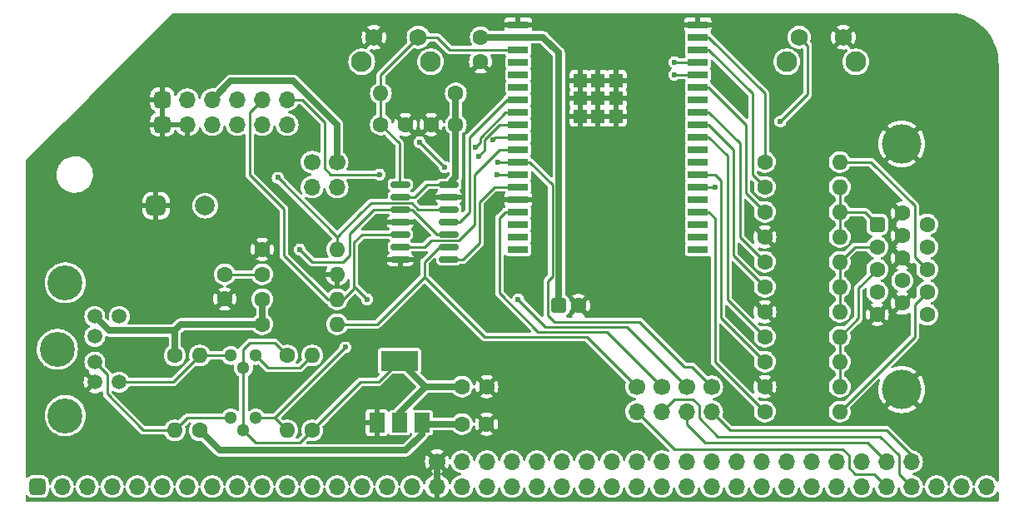
<source format=gbr>
%TF.GenerationSoftware,KiCad,Pcbnew,(7.0.0)*%
%TF.CreationDate,2024-06-02T18:05:14+02:00*%
%TF.ProjectId,rc-fabgl,72632d66-6162-4676-9c2e-6b696361645f,rev?*%
%TF.SameCoordinates,PX9157080PY9071968*%
%TF.FileFunction,Copper,L1,Top*%
%TF.FilePolarity,Positive*%
%FSLAX46Y46*%
G04 Gerber Fmt 4.6, Leading zero omitted, Abs format (unit mm)*
G04 Created by KiCad (PCBNEW (7.0.0)) date 2024-06-02 18:05:14*
%MOMM*%
%LPD*%
G01*
G04 APERTURE LIST*
G04 Aperture macros list*
%AMRoundRect*
0 Rectangle with rounded corners*
0 $1 Rounding radius*
0 $2 $3 $4 $5 $6 $7 $8 $9 X,Y pos of 4 corners*
0 Add a 4 corners polygon primitive as box body*
4,1,4,$2,$3,$4,$5,$6,$7,$8,$9,$2,$3,0*
0 Add four circle primitives for the rounded corners*
1,1,$1+$1,$2,$3*
1,1,$1+$1,$4,$5*
1,1,$1+$1,$6,$7*
1,1,$1+$1,$8,$9*
0 Add four rect primitives between the rounded corners*
20,1,$1+$1,$2,$3,$4,$5,0*
20,1,$1+$1,$4,$5,$6,$7,0*
20,1,$1+$1,$6,$7,$8,$9,0*
20,1,$1+$1,$8,$9,$2,$3,0*%
G04 Aperture macros list end*
%TA.AperFunction,SMDPad,CuDef*%
%ADD10RoundRect,0.150000X-0.825000X-0.150000X0.825000X-0.150000X0.825000X0.150000X-0.825000X0.150000X0*%
%TD*%
%TA.AperFunction,SMDPad,CuDef*%
%ADD11R,1.500000X2.000000*%
%TD*%
%TA.AperFunction,SMDPad,CuDef*%
%ADD12R,3.800000X2.000000*%
%TD*%
%TA.AperFunction,ComponentPad*%
%ADD13C,3.554999*%
%TD*%
%TA.AperFunction,ComponentPad*%
%ADD14C,1.509000*%
%TD*%
%TA.AperFunction,ComponentPad*%
%ADD15O,1.600000X1.600000*%
%TD*%
%TA.AperFunction,ComponentPad*%
%ADD16C,1.600000*%
%TD*%
%TA.AperFunction,SMDPad,CuDef*%
%ADD17R,2.000000X0.800000*%
%TD*%
%TA.AperFunction,SMDPad,CuDef*%
%ADD18R,1.330000X1.330000*%
%TD*%
%TA.AperFunction,ComponentPad*%
%ADD19O,1.700000X1.700000*%
%TD*%
%TA.AperFunction,ComponentPad*%
%ADD20RoundRect,0.425000X0.425000X-0.425000X0.425000X0.425000X-0.425000X0.425000X-0.425000X-0.425000X0*%
%TD*%
%TA.AperFunction,ComponentPad*%
%ADD21C,4.000000*%
%TD*%
%TA.AperFunction,ComponentPad*%
%ADD22RoundRect,0.400000X0.400000X-0.400000X0.400000X0.400000X-0.400000X0.400000X-0.400000X-0.400000X0*%
%TD*%
%TA.AperFunction,ComponentPad*%
%ADD23C,1.300000*%
%TD*%
%TA.AperFunction,ComponentPad*%
%ADD24C,1.700000*%
%TD*%
%TA.AperFunction,ComponentPad*%
%ADD25RoundRect,0.400000X-0.400000X-0.400000X0.400000X-0.400000X0.400000X0.400000X-0.400000X0.400000X0*%
%TD*%
%TA.AperFunction,ComponentPad*%
%ADD26C,2.000000*%
%TD*%
%TA.AperFunction,ComponentPad*%
%ADD27RoundRect,0.500000X-0.500000X-0.500000X0.500000X-0.500000X0.500000X0.500000X-0.500000X0.500000X0*%
%TD*%
%TA.AperFunction,ComponentPad*%
%ADD28C,2.100000*%
%TD*%
%TA.AperFunction,ComponentPad*%
%ADD29C,1.750000*%
%TD*%
%TA.AperFunction,ViaPad*%
%ADD30C,0.600000*%
%TD*%
%TA.AperFunction,Conductor*%
%ADD31C,0.254000*%
%TD*%
%TA.AperFunction,Conductor*%
%ADD32C,0.635000*%
%TD*%
%TA.AperFunction,Conductor*%
%ADD33C,0.250000*%
%TD*%
G04 APERTURE END LIST*
D10*
%TO.P,U3,1*%
%TO.N,~{Reset}*%
X38165000Y32334200D03*
%TO.P,U3,2*%
%TO.N,+3V3*%
X38165000Y31064200D03*
%TO.P,U3,3*%
%TO.N,/~{BufEn}*%
X38165000Y29794200D03*
%TO.P,U3,4*%
%TO.N,GND*%
X38165000Y28524200D03*
%TO.P,U3,5*%
%TO.N,/Ser2RX_5V*%
X38165000Y27254200D03*
%TO.P,U3,6*%
%TO.N,Ser2RX_3V*%
X38165000Y25984200D03*
%TO.P,U3,7,GND*%
%TO.N,GND*%
X38165000Y24714200D03*
%TO.P,U3,8*%
%TO.N,Ser1RX_3V*%
X43115000Y24714200D03*
%TO.P,U3,9*%
%TO.N,/Ser1RX_5V*%
X43115000Y25984200D03*
%TO.P,U3,10*%
%TO.N,/~{BufEn}*%
X43115000Y27254200D03*
%TO.P,U3,11*%
%TO.N,Ser2CTS_3V*%
X43115000Y28524200D03*
%TO.P,U3,12*%
%TO.N,/Ser2CTS_5V*%
X43115000Y29794200D03*
%TO.P,U3,13*%
%TO.N,GND*%
X43115000Y31064200D03*
%TO.P,U3,14,VCC*%
%TO.N,+3V3*%
X43115000Y32334200D03*
%TD*%
D11*
%TO.P,U4,1,GND*%
%TO.N,GND*%
X35799999Y8102199D03*
D12*
%TO.P,U4,2,VO*%
%TO.N,+3V3*%
X38099999Y14402199D03*
D11*
X38099999Y8102199D03*
%TO.P,U4,3,VI*%
%TO.N,+5V*%
X40399999Y8102199D03*
%TD*%
D13*
%TO.P,J4,0*%
%TO.N,N/C*%
X4112000Y22330200D03*
X4112000Y8810200D03*
X3302000Y15570200D03*
D14*
%TO.P,J4,5*%
%TO.N,/KBClk_5V*%
X9602000Y12220200D03*
%TO.P,J4,6*%
%TO.N,unconnected-(J4-Pad6)*%
X9602000Y18920200D03*
%TO.P,J4,3*%
%TO.N,GND*%
X7112000Y12220200D03*
%TO.P,J4,4*%
%TO.N,+5V*%
X7112000Y18920200D03*
%TO.P,J4,1*%
%TO.N,/KBDat_5v*%
X7112000Y14270200D03*
%TO.P,J4,2*%
%TO.N,unconnected-(J4-Pad2)*%
X7112000Y16870200D03*
%TD*%
D15*
%TO.P,R3,2*%
%TO.N,GND*%
X31749999Y23190199D03*
D16*
%TO.P,R3,1*%
%TO.N,/~{BufEn}*%
X24130000Y23190200D03*
%TD*%
%TO.P,C7,2*%
%TO.N,/~{BufEn}*%
X20320000Y23190200D03*
%TO.P,C7,1*%
%TO.N,GND*%
X20320000Y20690200D03*
%TD*%
D17*
%TO.P,U2,1,GND_1*%
%TO.N,GND*%
X50164999Y48590199D03*
%TO.P,U2,2,3V3*%
%TO.N,+3V3*%
X50164999Y47320199D03*
%TO.P,U2,3,EN*%
%TO.N,~{Reset}*%
X50164999Y46050199D03*
%TO.P,U2,4,SENSOR_VP*%
%TO.N,unconnected-(U2-SENSOR_VP-Pad4)*%
X50164999Y44780199D03*
%TO.P,U2,5,SENSOR_VN*%
%TO.N,unconnected-(U2-SENSOR_VN-Pad5)*%
X50164999Y43510199D03*
%TO.P,U2,6,IO34*%
%TO.N,unconnected-(U2-IO34-Pad6)*%
X50164999Y42240199D03*
%TO.P,U2,7,IO35*%
%TO.N,Ser2CTS_3V*%
X50164999Y40970199D03*
%TO.P,U2,8,IO32*%
%TO.N,KBDat_3V*%
X50164999Y39700199D03*
%TO.P,U2,9,IO33*%
%TO.N,KBClk_3V*%
X50164999Y38430199D03*
%TO.P,U2,10,IO25*%
%TO.N,/Buzz*%
X50164999Y37160199D03*
%TO.P,U2,11,IO26*%
%TO.N,Ser2RX_3V*%
X50164999Y35890199D03*
%TO.P,U2,12,IO27*%
%TO.N,Ser2TX*%
X50164999Y34620199D03*
%TO.P,U2,13,IO14/TMS*%
%TO.N,Ser2RTS*%
X50164999Y33350199D03*
%TO.P,U2,14,IO12/TDI*%
%TO.N,Ser1RX_3V*%
X50164999Y32080199D03*
%TO.P,U2,15,GND_2*%
%TO.N,GND*%
X50164999Y30810199D03*
%TO.P,U2,16,IO13/TCK*%
%TO.N,Ser1TX*%
X50164999Y29540199D03*
%TO.P,U2,17,NC_1*%
%TO.N,unconnected-(U2-NC_1-Pad17)*%
X50164999Y28270199D03*
%TO.P,U2,18,NC_2*%
%TO.N,unconnected-(U2-NC_2-Pad18)*%
X50164999Y27000199D03*
%TO.P,U2,19,NC_3*%
%TO.N,unconnected-(U2-NC_3-Pad19)*%
X50164999Y25730199D03*
%TO.P,U2,20,NC_4*%
%TO.N,unconnected-(U2-NC_4-Pad20)*%
X68434999Y25730199D03*
%TO.P,U2,21,NC_5*%
%TO.N,unconnected-(U2-NC_5-Pad21)*%
X68434999Y27000199D03*
%TO.P,U2,22,NC_6*%
%TO.N,unconnected-(U2-NC_6-Pad22)*%
X68434999Y28270199D03*
%TO.P,U2,23,IO15/TDO*%
%TO.N,V*%
X68434999Y29540199D03*
%TO.P,U2,24,IO2*%
%TO.N,unconnected-(U2-IO2-Pad24)*%
X68434999Y30810199D03*
%TO.P,U2,25,IO0/BOOT*%
%TO.N,/Boot*%
X68434999Y32080199D03*
%TO.P,U2,26,IO4*%
%TO.N,B0*%
X68434999Y33350199D03*
%TO.P,U2,27,NC_7*%
%TO.N,unconnected-(U2-NC_7-Pad27)*%
X68434999Y34620199D03*
%TO.P,U2,28,NC_8*%
%TO.N,unconnected-(U2-NC_8-Pad28)*%
X68434999Y35890199D03*
%TO.P,U2,29,IO5*%
%TO.N,B1*%
X68434999Y37160199D03*
%TO.P,U2,30,IO18*%
%TO.N,G0*%
X68434999Y38430199D03*
%TO.P,U2,31,IO19*%
%TO.N,G1*%
X68434999Y39700199D03*
%TO.P,U2,32,NC_9*%
%TO.N,unconnected-(U2-NC_9-Pad32)*%
X68434999Y40970199D03*
%TO.P,U2,33,IO21*%
%TO.N,R0*%
X68434999Y42240199D03*
%TO.P,U2,34,RXD0*%
%TO.N,/ProgRX*%
X68434999Y43510199D03*
%TO.P,U2,35,TXD0*%
%TO.N,/ProgTX*%
X68434999Y44780199D03*
%TO.P,U2,36,IO22*%
%TO.N,R1*%
X68434999Y46050199D03*
%TO.P,U2,37,IO23*%
%TO.N,H*%
X68434999Y47320199D03*
%TO.P,U2,38,GND_3*%
%TO.N,GND*%
X68434999Y48590199D03*
D18*
%TO.P,U2,39,PAD*%
X58299999Y41090199D03*
X58299999Y39255199D03*
X60134999Y39255199D03*
X60134999Y41090199D03*
X60134999Y42925199D03*
X58299999Y42925199D03*
X56464999Y42925199D03*
X56464999Y41090199D03*
X56464999Y39255199D03*
%TD*%
D19*
%TO.P,J3,12,Pin_12*%
%TO.N,Ser2RTS*%
X26669999Y40970199D03*
%TO.P,J3,11,Pin_11*%
%TO.N,unconnected-(J3-Pin_11-Pad11)*%
X26669999Y38430199D03*
%TO.P,J3,10,Pin_10*%
%TO.N,/Ser2RX_5V*%
X24129999Y40970199D03*
%TO.P,J3,9,Pin_9*%
%TO.N,/ProgTX*%
X24129999Y38430199D03*
%TO.P,J3,8,Pin_8*%
%TO.N,Ser2TX*%
X21589999Y40970199D03*
%TO.P,J3,7,Pin_7*%
%TO.N,/ProgRX*%
X21589999Y38430199D03*
%TO.P,J3,6,Pin_6*%
%TO.N,/Ser25V*%
X19049999Y40970199D03*
%TO.P,J3,5,Pin_5*%
%TO.N,/Prog5V*%
X19049999Y38430199D03*
%TO.P,J3,4,Pin_4*%
%TO.N,/Ser2CTS_5V*%
X16509999Y40970199D03*
%TO.P,J3,3,Pin_3*%
%TO.N,GND*%
X16509999Y38430199D03*
D20*
%TO.P,J3,2,Pin_2*%
X13970000Y40970200D03*
%TO.P,J3,1,Pin_1*%
X13970000Y38430200D03*
%TD*%
D21*
%TO.P,J5,0*%
%TO.N,GND*%
X89177500Y36455200D03*
X89177500Y11455200D03*
D16*
%TO.P,J5,15*%
%TO.N,unconnected-(J5-Pad15)*%
X91757500Y19110200D03*
%TO.P,J5,14*%
%TO.N,/VSync*%
X91757500Y21400200D03*
%TO.P,J5,13*%
%TO.N,/HSync*%
X91757500Y23690200D03*
%TO.P,J5,12*%
%TO.N,unconnected-(J5-Pad12)*%
X91757500Y25980200D03*
%TO.P,J5,11*%
%TO.N,unconnected-(J5-Pad11)*%
X91757500Y28270200D03*
%TO.P,J5,10*%
%TO.N,GND*%
X89217500Y20255200D03*
%TO.P,J5,9*%
%TO.N,unconnected-(J5-Pad9)*%
X89217500Y22545200D03*
%TO.P,J5,8*%
%TO.N,GND*%
X89217500Y24835200D03*
%TO.P,J5,7*%
X89217500Y27125200D03*
%TO.P,J5,6*%
X89217500Y29415200D03*
%TO.P,J5,5*%
X86677500Y19110200D03*
%TO.P,J5,4*%
%TO.N,unconnected-(J5-Pad4)*%
X86677500Y21400200D03*
%TO.P,J5,3*%
%TO.N,/Blu*%
X86677500Y23690200D03*
%TO.P,J5,2*%
%TO.N,/Grn*%
X86677500Y25980200D03*
D22*
%TO.P,J5,1*%
%TO.N,/Red*%
X86677500Y28270200D03*
%TD*%
D15*
%TO.P,R14,2*%
%TO.N,/VSync*%
X82867499Y9220199D03*
D16*
%TO.P,R14,1*%
%TO.N,V*%
X75247500Y9220200D03*
%TD*%
D15*
%TO.P,R13,2*%
%TO.N,/Blu*%
X82867499Y11760199D03*
D16*
%TO.P,R13,1*%
%TO.N,GND*%
X75247500Y11760200D03*
%TD*%
D15*
%TO.P,R20,2*%
%TO.N,/Blu*%
X82867499Y14300199D03*
D16*
%TO.P,R20,1*%
%TO.N,B0*%
X75247500Y14300200D03*
%TD*%
D15*
%TO.P,R17,2*%
%TO.N,/Blu*%
X82867499Y16840199D03*
D16*
%TO.P,R17,1*%
%TO.N,B1*%
X75247500Y16840200D03*
%TD*%
D15*
%TO.P,R12,2*%
%TO.N,/Grn*%
X82867499Y19380199D03*
D16*
%TO.P,R12,1*%
%TO.N,GND*%
X75247500Y19380200D03*
%TD*%
D15*
%TO.P,R19,2*%
%TO.N,/Grn*%
X82867499Y21920199D03*
D16*
%TO.P,R19,1*%
%TO.N,G0*%
X75247500Y21920200D03*
%TD*%
D15*
%TO.P,R16,2*%
%TO.N,/Grn*%
X82867499Y24460199D03*
D16*
%TO.P,R16,1*%
%TO.N,G1*%
X75247500Y24460200D03*
%TD*%
D15*
%TO.P,R11,2*%
%TO.N,/Red*%
X82867499Y27000199D03*
D16*
%TO.P,R11,1*%
%TO.N,GND*%
X75247500Y27000200D03*
%TD*%
D15*
%TO.P,R18,2*%
%TO.N,/Red*%
X82867499Y29540199D03*
D16*
%TO.P,R18,1*%
%TO.N,R0*%
X75247500Y29540200D03*
%TD*%
D15*
%TO.P,R15,2*%
%TO.N,/Red*%
X82867499Y32080199D03*
D16*
%TO.P,R15,1*%
%TO.N,R1*%
X75247500Y32080200D03*
%TD*%
D15*
%TO.P,R10,2*%
%TO.N,/HSync*%
X82867499Y34620199D03*
D16*
%TO.P,R10,1*%
%TO.N,H*%
X75247500Y34620200D03*
%TD*%
D15*
%TO.P,R7,2*%
%TO.N,/KBClk_5V*%
X17779999Y14935199D03*
D16*
%TO.P,R7,1*%
%TO.N,+5V*%
X17780000Y7315200D03*
%TD*%
D15*
%TO.P,R6,2*%
%TO.N,/KBDat_5v*%
X15239999Y7315199D03*
D16*
%TO.P,R6,1*%
%TO.N,+5V*%
X15240000Y14935200D03*
%TD*%
D15*
%TO.P,R9,2*%
%TO.N,KBClk_3V*%
X29209999Y14935199D03*
D16*
%TO.P,R9,1*%
%TO.N,+3V3*%
X29210000Y7315200D03*
%TD*%
D15*
%TO.P,R8,2*%
%TO.N,KBDat_3V*%
X26669999Y7315199D03*
D16*
%TO.P,R8,1*%
%TO.N,+3V3*%
X26670000Y14935200D03*
%TD*%
D15*
%TO.P,R2,2*%
%TO.N,/Ser2CTS_5V*%
X31749999Y25730199D03*
D16*
%TO.P,R2,1*%
%TO.N,GND*%
X24130000Y25730200D03*
%TD*%
D15*
%TO.P,R4,2*%
%TO.N,/Ser2RX_5V*%
X31749999Y20650199D03*
D16*
%TO.P,R4,1*%
%TO.N,+5V*%
X24130000Y20650200D03*
%TD*%
D15*
%TO.P,R5,2*%
%TO.N,/Ser1RX_5V*%
X31749999Y18110199D03*
D16*
%TO.P,R5,1*%
%TO.N,+5V*%
X24130000Y18110200D03*
%TD*%
D15*
%TO.P,R1,2*%
%TO.N,~{Reset}*%
X36194999Y41605199D03*
D16*
%TO.P,R1,1*%
%TO.N,+3V3*%
X43815000Y41605200D03*
%TD*%
D23*
%TO.P,Q1,1,S*%
%TO.N,KBClk_3V*%
X23495000Y14935200D03*
%TO.P,Q1,3,D*%
%TO.N,/KBClk_5V*%
X20955000Y14935200D03*
%TO.P,Q1,2,G*%
%TO.N,+3V3*%
X22225000Y13665200D03*
%TD*%
%TO.P,Q2,1,S*%
%TO.N,KBDat_3V*%
X23495000Y8585200D03*
%TO.P,Q2,3,D*%
%TO.N,/KBDat_5v*%
X20955000Y8585200D03*
%TO.P,Q2,2,G*%
%TO.N,+3V3*%
X22225000Y7315200D03*
%TD*%
D19*
%TO.P,JP6,2,B*%
%TO.N,BusRX2*%
X69849999Y9220199D03*
D24*
%TO.P,JP6,1,A*%
%TO.N,Ser2TX*%
X69850000Y11760200D03*
%TD*%
D19*
%TO.P,JP5,2,B*%
%TO.N,BusTX2*%
X67309999Y9220199D03*
D24*
%TO.P,JP5,1,A*%
%TO.N,/Ser2RX_5V*%
X67310000Y11760200D03*
%TD*%
D19*
%TO.P,JP4,2,B*%
%TO.N,BusRX*%
X64769999Y9220199D03*
D24*
%TO.P,JP4,1,A*%
%TO.N,Ser1TX*%
X64770000Y11760200D03*
%TD*%
D19*
%TO.P,JP3,2,B*%
%TO.N,BusTX*%
X62229999Y9220199D03*
D24*
%TO.P,JP3,1,A*%
%TO.N,/Ser1RX_5V*%
X62230000Y11760200D03*
%TD*%
D19*
%TO.P,JP2,2,B*%
%TO.N,+5V*%
X31749999Y32080199D03*
D24*
%TO.P,JP2,1,A*%
%TO.N,/Ser25V*%
X31750000Y34620200D03*
%TD*%
D16*
%TO.P,C6,2*%
%TO.N,GND*%
X41315000Y38430200D03*
%TO.P,C6,1*%
%TO.N,+3V3*%
X43815000Y38430200D03*
%TD*%
%TO.P,C4,2*%
%TO.N,GND*%
X46355000Y44820200D03*
%TO.P,C4,1*%
%TO.N,+3V3*%
X46355000Y47320200D03*
%TD*%
D25*
%TO.P,C3,1*%
%TO.N,+3V3*%
X54292500Y20015200D03*
D16*
%TO.P,C3,2*%
%TO.N,GND*%
X56292500Y20015200D03*
%TD*%
%TO.P,C1,1*%
%TO.N,+5V*%
X44450000Y7950200D03*
%TO.P,C1,2*%
%TO.N,GND*%
X46950000Y7950200D03*
%TD*%
D26*
%TO.P,BZ1,2,2*%
%TO.N,/Buzz*%
X18335000Y30175200D03*
D27*
%TO.P,BZ1,1,1*%
%TO.N,GND*%
X13335000Y30175200D03*
%TD*%
D28*
%TO.P,SW2,*%
%TO.N,*%
X77490000Y44830200D03*
D29*
%TO.P,SW2,1,1*%
%TO.N,/Boot*%
X78740000Y47320200D03*
%TO.P,SW2,2,2*%
%TO.N,GND*%
X83240000Y47320200D03*
D28*
%TO.P,SW2,*%
%TO.N,*%
X84500000Y44830200D03*
%TD*%
%TO.P,SW1,*%
%TO.N,*%
X41265000Y44830200D03*
D29*
%TO.P,SW1,2,2*%
%TO.N,~{Reset}*%
X40005000Y47320200D03*
%TO.P,SW1,1,1*%
%TO.N,GND*%
X35505000Y47320200D03*
D28*
%TO.P,SW1,*%
%TO.N,*%
X34255000Y44830200D03*
%TD*%
D19*
%TO.P,JP1,2,B*%
%TO.N,+5V*%
X29209999Y32080199D03*
D24*
%TO.P,JP1,1,A*%
%TO.N,/Prog5V*%
X29210000Y34620200D03*
%TD*%
D19*
%TO.P,J2,20,Pin_20*%
%TO.N,BusRX2*%
X90169999Y4140199D03*
%TO.P,J2,19,Pin_19*%
%TO.N,BusTX2*%
X87629999Y4140199D03*
%TO.P,J2,18,Pin_18*%
%TO.N,unconnected-(J2-Pin_18-Pad18)*%
X85089999Y4140199D03*
%TO.P,J2,17,Pin_17*%
%TO.N,unconnected-(J2-Pin_17-Pad17)*%
X82549999Y4140199D03*
%TO.P,J2,16,Pin_16*%
%TO.N,unconnected-(J2-Pin_16-Pad16)*%
X80009999Y4140199D03*
%TO.P,J2,15,Pin_15*%
%TO.N,unconnected-(J2-Pin_15-Pad15)*%
X77469999Y4140199D03*
%TO.P,J2,14,Pin_14*%
%TO.N,unconnected-(J2-Pin_14-Pad14)*%
X74929999Y4140199D03*
%TO.P,J2,13,Pin_13*%
%TO.N,unconnected-(J2-Pin_13-Pad13)*%
X72389999Y4140199D03*
%TO.P,J2,12,Pin_12*%
%TO.N,unconnected-(J2-Pin_12-Pad12)*%
X69849999Y4140199D03*
%TO.P,J2,11,Pin_11*%
%TO.N,unconnected-(J2-Pin_11-Pad11)*%
X67309999Y4140199D03*
%TO.P,J2,10,Pin_10*%
%TO.N,unconnected-(J2-Pin_10-Pad10)*%
X64769999Y4140199D03*
%TO.P,J2,9,Pin_9*%
%TO.N,unconnected-(J2-Pin_9-Pad9)*%
X62229999Y4140199D03*
%TO.P,J2,8,Pin_8*%
%TO.N,unconnected-(J2-Pin_8-Pad8)*%
X59689999Y4140199D03*
%TO.P,J2,7,Pin_7*%
%TO.N,unconnected-(J2-Pin_7-Pad7)*%
X57149999Y4140199D03*
%TO.P,J2,6,Pin_6*%
%TO.N,unconnected-(J2-Pin_6-Pad6)*%
X54609999Y4140199D03*
%TO.P,J2,5,Pin_5*%
%TO.N,unconnected-(J2-Pin_5-Pad5)*%
X52069999Y4140199D03*
%TO.P,J2,4,Pin_4*%
%TO.N,unconnected-(J2-Pin_4-Pad4)*%
X49529999Y4140199D03*
%TO.P,J2,3,Pin_3*%
%TO.N,unconnected-(J2-Pin_3-Pad3)*%
X46989999Y4140199D03*
%TO.P,J2,2,Pin_2*%
%TO.N,+5V*%
X44449999Y4140199D03*
D24*
%TO.P,J2,1,Pin_1*%
%TO.N,GND*%
X41910000Y4140200D03*
%TD*%
D16*
%TO.P,C5,2*%
%TO.N,GND*%
X38695000Y38430200D03*
%TO.P,C5,1*%
%TO.N,~{Reset}*%
X36195000Y38430200D03*
%TD*%
%TO.P,C2,1*%
%TO.N,+3V3*%
X44470001Y11760200D03*
%TO.P,C2,2*%
%TO.N,GND*%
X46970001Y11760200D03*
%TD*%
D19*
%TO.P,J1,39,Pin_39*%
%TO.N,unconnected-(J1-Pin_39-Pad39)*%
X97789999Y1600199D03*
%TO.P,J1,38,Pin_38*%
%TO.N,unconnected-(J1-Pin_38-Pad38)*%
X95249999Y1600199D03*
%TO.P,J1,37,Pin_37*%
%TO.N,unconnected-(J1-Pin_37-Pad37)*%
X92709999Y1600199D03*
%TO.P,J1,36,Pin_36*%
%TO.N,BusRX*%
X90169999Y1600199D03*
%TO.P,J1,35,Pin_35*%
%TO.N,BusTX*%
X87629999Y1600199D03*
%TO.P,J1,34,Pin_34*%
%TO.N,unconnected-(J1-Pin_34-Pad34)*%
X85089999Y1600199D03*
%TO.P,J1,33,Pin_33*%
%TO.N,unconnected-(J1-Pin_33-Pad33)*%
X82549999Y1600199D03*
%TO.P,J1,32,Pin_32*%
%TO.N,unconnected-(J1-Pin_32-Pad32)*%
X80009999Y1600199D03*
%TO.P,J1,31,Pin_31*%
%TO.N,unconnected-(J1-Pin_31-Pad31)*%
X77469999Y1600199D03*
%TO.P,J1,30,Pin_30*%
%TO.N,unconnected-(J1-Pin_30-Pad30)*%
X74929999Y1600199D03*
%TO.P,J1,29,Pin_29*%
%TO.N,unconnected-(J1-Pin_29-Pad29)*%
X72389999Y1600199D03*
%TO.P,J1,28,Pin_28*%
%TO.N,unconnected-(J1-Pin_28-Pad28)*%
X69849999Y1600199D03*
%TO.P,J1,27,Pin_27*%
%TO.N,unconnected-(J1-Pin_27-Pad27)*%
X67309999Y1600199D03*
%TO.P,J1,26,Pin_26*%
%TO.N,unconnected-(J1-Pin_26-Pad26)*%
X64769999Y1600199D03*
%TO.P,J1,25,Pin_25*%
%TO.N,unconnected-(J1-Pin_25-Pad25)*%
X62229999Y1600199D03*
%TO.P,J1,24,Pin_24*%
%TO.N,unconnected-(J1-Pin_24-Pad24)*%
X59689999Y1600199D03*
%TO.P,J1,23,Pin_23*%
%TO.N,unconnected-(J1-Pin_23-Pad23)*%
X57149999Y1600199D03*
%TO.P,J1,22,Pin_22*%
%TO.N,unconnected-(J1-Pin_22-Pad22)*%
X54609999Y1600199D03*
%TO.P,J1,21,Pin_21*%
%TO.N,unconnected-(J1-Pin_21-Pad21)*%
X52069999Y1600199D03*
%TO.P,J1,20,Pin_20*%
%TO.N,unconnected-(J1-Pin_20-Pad20)*%
X49529999Y1600199D03*
%TO.P,J1,19,Pin_19*%
%TO.N,unconnected-(J1-Pin_19-Pad19)*%
X46989999Y1600199D03*
%TO.P,J1,18,Pin_18*%
%TO.N,+5V*%
X44449999Y1600199D03*
%TO.P,J1,17,Pin_17*%
%TO.N,GND*%
X41909999Y1600199D03*
%TO.P,J1,16,Pin_16*%
%TO.N,unconnected-(J1-Pin_16-Pad16)*%
X39369999Y1600199D03*
%TO.P,J1,15,Pin_15*%
%TO.N,unconnected-(J1-Pin_15-Pad15)*%
X36829999Y1600199D03*
%TO.P,J1,14,Pin_14*%
%TO.N,unconnected-(J1-Pin_14-Pad14)*%
X34289999Y1600199D03*
%TO.P,J1,13,Pin_13*%
%TO.N,unconnected-(J1-Pin_13-Pad13)*%
X31749999Y1600199D03*
%TO.P,J1,12,Pin_12*%
%TO.N,unconnected-(J1-Pin_12-Pad12)*%
X29209999Y1600199D03*
%TO.P,J1,11,Pin_11*%
%TO.N,unconnected-(J1-Pin_11-Pad11)*%
X26669999Y1600199D03*
%TO.P,J1,10,Pin_10*%
%TO.N,unconnected-(J1-Pin_10-Pad10)*%
X24129999Y1600199D03*
%TO.P,J1,9,Pin_9*%
%TO.N,unconnected-(J1-Pin_9-Pad9)*%
X21589999Y1600199D03*
%TO.P,J1,8,Pin_8*%
%TO.N,unconnected-(J1-Pin_8-Pad8)*%
X19049999Y1600199D03*
%TO.P,J1,7,Pin_7*%
%TO.N,unconnected-(J1-Pin_7-Pad7)*%
X16509999Y1600199D03*
%TO.P,J1,6,Pin_6*%
%TO.N,unconnected-(J1-Pin_6-Pad6)*%
X13969999Y1600199D03*
%TO.P,J1,5,Pin_5*%
%TO.N,unconnected-(J1-Pin_5-Pad5)*%
X11429999Y1600199D03*
%TO.P,J1,4,Pin_4*%
%TO.N,unconnected-(J1-Pin_4-Pad4)*%
X8889999Y1600199D03*
%TO.P,J1,3,Pin_3*%
%TO.N,unconnected-(J1-Pin_3-Pad3)*%
X6349999Y1600199D03*
%TO.P,J1,2,Pin_2*%
%TO.N,unconnected-(J1-Pin_2-Pad2)*%
X3809999Y1600199D03*
D20*
%TO.P,J1,1,Pin_1*%
%TO.N,unconnected-(J1-Pin_1-Pad1)*%
X1270000Y1600200D03*
%TD*%
D30*
%TO.N,GND*%
X24384000Y12776200D03*
X19812000Y12776200D03*
X40640000Y21920200D03*
X39116000Y34112200D03*
X34036000Y38176200D03*
X35560000Y24460200D03*
X40132000Y27508200D03*
X36068000Y28524200D03*
X33020000Y8204200D03*
%TO.N,/Ser2RX_5V*%
X34798000Y20650200D03*
%TO.N,Ser2TX*%
X42672000Y34112200D03*
X48133000Y34620200D03*
X40132000Y36652200D03*
%TO.N,GND*%
X40640000Y30556200D03*
%TO.N,KBClk_3V*%
X46125000Y35231200D03*
%TO.N,KBDat_3V*%
X45838500Y36144200D03*
%TO.N,Ser2RTS*%
X36068000Y33350200D03*
%TO.N,GND*%
X52705000Y39700200D03*
X66040000Y39700200D03*
X52705000Y48590200D03*
X66040000Y48590200D03*
X52705000Y30810200D03*
X66040000Y30810200D03*
X47523400Y18745200D03*
X47523400Y21386800D03*
X46037500Y41605200D03*
X25400000Y35890200D03*
X54864000Y14808200D03*
X67056000Y15316200D03*
X63500000Y6045200D03*
X26987500Y33667700D03*
X31750000Y29540200D03*
X29527500Y19380200D03*
X71437500Y42240200D03*
X33655000Y35890200D03*
X13335000Y10172700D03*
%TO.N,KBDat_3V*%
X32575500Y15760700D03*
%TO.N,/ProgTX*%
X66040000Y44780200D03*
%TO.N,/ProgRX*%
X66040000Y43510200D03*
%TO.N,/Boot*%
X70167500Y32080200D03*
X76834999Y38747701D03*
%TO.N,Ser2RTS*%
X48006000Y33350200D03*
%TO.N,/Ser2RX_5V*%
X50165000Y20650200D03*
%TO.N,/Ser2CTS_5V*%
X25717501Y33032700D03*
%TO.N,/Buzz*%
X47560003Y36844197D03*
%TO.N,/~{BufEn}*%
X27940000Y25730200D03*
%TD*%
D31*
%TO.N,/Ser1RX_5V*%
X35814000Y18110200D02*
X40640000Y22936200D01*
X31750000Y18110200D02*
X35814000Y18110200D01*
X46736000Y16840200D02*
X57150000Y16840200D01*
X40640000Y22936200D02*
X46736000Y16840200D01*
X42164000Y25984200D02*
X40640000Y24460200D01*
X40640000Y24460200D02*
X40640000Y22936200D01*
X57150000Y16840200D02*
X62230000Y11760200D01*
X43115000Y25984200D02*
X42164000Y25984200D01*
%TO.N,/Ser2RX_5V*%
X33474000Y21920200D02*
X33474000Y25911200D01*
X34798000Y20650200D02*
X33528000Y21920200D01*
X33528000Y21920200D02*
X33474000Y21920200D01*
%TO.N,Ser2RTS*%
X28194000Y40970200D02*
X26670000Y40970200D01*
X30480000Y38684200D02*
X28194000Y40970200D01*
X31115000Y33350200D02*
X30480000Y33985200D01*
X30480000Y33985200D02*
X30480000Y38684200D01*
X36068000Y33350200D02*
X31115000Y33350200D01*
%TO.N,KBDat_3V*%
X25400000Y8585200D02*
X32575500Y15760700D01*
%TO.N,Ser2TX*%
X51308000Y34620200D02*
X50165000Y34620200D01*
X53648000Y32280200D02*
X51308000Y34620200D01*
X53165500Y22482019D02*
X53648000Y22964519D01*
X53165500Y19046700D02*
X53165500Y22482019D01*
X53648000Y22964519D02*
X53648000Y32280200D01*
X53848000Y18364200D02*
X53165500Y19046700D01*
X67056000Y13792200D02*
X62484000Y18364200D01*
X62484000Y18364200D02*
X53848000Y18364200D01*
X67818000Y13792200D02*
X67056000Y13792200D01*
X69850000Y11760200D02*
X67818000Y13792200D01*
D32*
%TO.N,+3V3*%
X54292500Y45732700D02*
X52705000Y47320200D01*
X52705000Y47320200D02*
X50165000Y47320200D01*
X54292500Y20015200D02*
X54292500Y45732700D01*
D31*
%TO.N,KBClk_3V*%
X46736000Y36906200D02*
X48260000Y38430200D01*
X46736000Y35842200D02*
X46736000Y36906200D01*
X48260000Y38430200D02*
X50165000Y38430200D01*
X46125000Y35231200D02*
X46736000Y35842200D01*
%TO.N,KBDat_3V*%
X48887948Y39700200D02*
X50165000Y39700200D01*
X46282000Y37094252D02*
X48887948Y39700200D01*
X45838500Y36144200D02*
X46282000Y36587700D01*
X46282000Y36587700D02*
X46282000Y37094252D01*
%TO.N,Ser2CTS_3V*%
X45212000Y37160200D02*
X49022000Y40970200D01*
X44196000Y28524200D02*
X45212000Y29540200D01*
X45212000Y29540200D02*
X45212000Y37160200D01*
X43115000Y28524200D02*
X44196000Y28524200D01*
X49022000Y40970200D02*
X50165000Y40970200D01*
%TO.N,/Buzz*%
X47876006Y37160200D02*
X50165000Y37160200D01*
X47560003Y36844197D02*
X47876006Y37160200D01*
D32*
%TO.N,GND*%
X41910000Y1600200D02*
X41910000Y4140200D01*
D31*
%TO.N,Ser1RX_3V*%
X47752000Y32080200D02*
X50165000Y32080200D01*
X46228000Y30556200D02*
X47752000Y32080200D01*
X46228000Y26358148D02*
X46228000Y30556200D01*
X44584052Y24714200D02*
X46228000Y26358148D01*
X43115000Y24714200D02*
X44584052Y24714200D01*
%TO.N,/Ser2RX_5V*%
X32385000Y20650200D02*
X33474000Y21739200D01*
X31750000Y20650200D02*
X32385000Y20650200D01*
X33474000Y21739200D02*
X33474000Y25911200D01*
X34290000Y27254200D02*
X38165000Y27254200D01*
X33474000Y26438200D02*
X34290000Y27254200D01*
X33474000Y25911200D02*
X33474000Y26438200D01*
D33*
%TO.N,Ser2TX*%
X40132000Y36652200D02*
X42672000Y34112200D01*
D31*
%TO.N,Ser2RX_3V*%
X48260000Y35890200D02*
X50165000Y35890200D01*
X44137580Y26627200D02*
X45720000Y28209620D01*
X41283000Y26627200D02*
X44137580Y26627200D01*
X38165000Y25984200D02*
X40640000Y25984200D01*
X40640000Y25984200D02*
X41283000Y26627200D01*
X45720000Y28209620D02*
X45720000Y33350200D01*
X45720000Y33350200D02*
X48260000Y35890200D01*
%TO.N,~{Reset}*%
X38100000Y32399200D02*
X38165000Y32334200D01*
X38100000Y36525200D02*
X38100000Y32399200D01*
X36195000Y38430200D02*
X38100000Y36525200D01*
%TO.N,/Ser2RX_5V*%
X61214000Y17856200D02*
X67310000Y11760200D01*
X52959000Y17856200D02*
X61214000Y17856200D01*
X50165000Y20650200D02*
X52959000Y17856200D01*
%TO.N,Ser1TX*%
X52197000Y17348200D02*
X59182000Y17348200D01*
X48260000Y21285200D02*
X52197000Y17348200D01*
X59182000Y17348200D02*
X64770000Y11760200D01*
X48260000Y28905200D02*
X48260000Y21285200D01*
X48895000Y29540200D02*
X48260000Y28905200D01*
X50165000Y29540200D02*
X48895000Y29540200D01*
%TO.N,/Ser2CTS_5V*%
X31750000Y27000201D02*
X25717501Y33032700D01*
D33*
X40009224Y29794200D02*
X39364224Y30439200D01*
X43115000Y29794200D02*
X40009224Y29794200D01*
D31*
X34163000Y29413200D02*
X31750000Y27000200D01*
D33*
X39364224Y30439200D02*
X35189000Y30439200D01*
X35189000Y30439200D02*
X34163000Y29413200D01*
D31*
%TO.N,Ser2TX*%
X50165000Y34620200D02*
X48133000Y34620200D01*
%TO.N,/~{BufEn}*%
X41910000Y27254200D02*
X43115000Y27254200D01*
X39370000Y29794200D02*
X41910000Y27254200D01*
X38165000Y29794200D02*
X39370000Y29794200D01*
X32385000Y24460200D02*
X29210000Y24460200D01*
X33020000Y27317700D02*
X33020000Y25095200D01*
X29210000Y24460200D02*
X27940000Y25730200D01*
X38165000Y29794200D02*
X35496500Y29794200D01*
X35496500Y29794200D02*
X33020000Y27317700D01*
X33020000Y25095200D02*
X32385000Y24460200D01*
D33*
%TO.N,+3V3*%
X40894000Y32334200D02*
X43115000Y32334200D01*
X38165000Y31064200D02*
X39624000Y31064200D01*
X39624000Y31064200D02*
X40894000Y32334200D01*
D32*
X43815000Y33034200D02*
X43815000Y38430200D01*
X43115000Y32334200D02*
X43815000Y33034200D01*
X38100000Y9118200D02*
X38100000Y8102200D01*
X40742000Y11760200D02*
X38100000Y9118200D01*
X40742000Y11760200D02*
X38100000Y14402200D01*
X44470001Y11760200D02*
X40742000Y11760200D01*
D31*
X34163000Y12268200D02*
X29210000Y7315200D01*
X35966000Y12268200D02*
X34163000Y12268200D01*
X38100000Y14402200D02*
X35966000Y12268200D01*
D32*
%TO.N,+5V*%
X19812000Y5283200D02*
X17780000Y7315200D01*
X38735000Y5283200D02*
X19812000Y5283200D01*
X40400000Y6948200D02*
X38735000Y5283200D01*
X40400000Y8102200D02*
X40400000Y6948200D01*
X40552000Y7950200D02*
X40400000Y8102200D01*
X44450000Y7950200D02*
X40552000Y7950200D01*
X24130000Y18110200D02*
X24130000Y20015200D01*
X8557000Y17475200D02*
X7112000Y18920200D01*
X15240000Y14935200D02*
X15240000Y17475200D01*
X15240000Y17475200D02*
X8557000Y17475200D01*
X15875000Y18110200D02*
X15240000Y17475200D01*
X24130000Y18110200D02*
X15875000Y18110200D01*
D31*
%TO.N,+3V3*%
X22225000Y7315200D02*
X22225000Y13665200D01*
X27940000Y6045200D02*
X29210000Y7315200D01*
X22225000Y7315200D02*
X23495000Y6045200D01*
X23495000Y6045200D02*
X27940000Y6045200D01*
X22225000Y13665200D02*
X22225000Y15570200D01*
X22225000Y15570200D02*
X22860000Y16205200D01*
X25400000Y16205200D02*
X26670000Y14935200D01*
X22860000Y16205200D02*
X25400000Y16205200D01*
D32*
X46355000Y47320200D02*
X50165000Y47320200D01*
X43815000Y38430200D02*
X43815000Y41605200D01*
D31*
%TO.N,BusRX*%
X66040000Y10490200D02*
X64770000Y9220200D01*
X68580000Y8585200D02*
X68580000Y9855200D01*
X88900000Y2870200D02*
X88900000Y4775200D01*
X67945000Y10490200D02*
X66040000Y10490200D01*
X90170000Y1600200D02*
X88900000Y2870200D01*
X68580000Y9855200D02*
X67945000Y10490200D01*
X88900000Y4775200D02*
X86995000Y6680200D01*
X86995000Y6680200D02*
X70485000Y6680200D01*
X70485000Y6680200D02*
X68580000Y8585200D01*
%TO.N,BusTX*%
X66040000Y5410200D02*
X62230000Y9220200D01*
X83185000Y5410200D02*
X66040000Y5410200D01*
X86360000Y2870200D02*
X84455000Y2870200D01*
X87630000Y1600200D02*
X86360000Y2870200D01*
X84455000Y2870200D02*
X83820000Y3505200D01*
X83820000Y3505200D02*
X83820000Y4775200D01*
X83820000Y4775200D02*
X83185000Y5410200D01*
%TO.N,/KBClk_5V*%
X19685000Y14935200D02*
X20955000Y14935200D01*
X17780000Y14935200D02*
X19685000Y14935200D01*
X15065000Y12220200D02*
X17780000Y14935200D01*
X9602000Y12220200D02*
X15065000Y12220200D01*
%TO.N,/KBDat_5v*%
X16510000Y8585200D02*
X20955000Y8585200D01*
X15240000Y7315200D02*
X16510000Y8585200D01*
X8358189Y11022011D02*
X8358189Y13024011D01*
X15240000Y7315200D02*
X12065000Y7315200D01*
X8358189Y13024011D02*
X7112000Y14270200D01*
X12065000Y7315200D02*
X8358189Y11022011D01*
%TO.N,/Red*%
X82867500Y27000200D02*
X82867500Y29540200D01*
X82867500Y32080200D02*
X82867500Y29540200D01*
X82867500Y29540200D02*
X85407500Y29540200D01*
X85407500Y29540200D02*
X86677500Y28270200D01*
%TO.N,/Grn*%
X82867500Y19380200D02*
X82867500Y21920200D01*
X82867500Y21920200D02*
X82867500Y24460200D01*
X82867500Y24460200D02*
X84387500Y25980200D01*
X84387500Y25980200D02*
X86677500Y25980200D01*
%TO.N,/Blu*%
X82867500Y11760200D02*
X82867500Y14300200D01*
X82867500Y14300200D02*
X82867500Y16840200D01*
X84772500Y21785200D02*
X84772500Y18745200D01*
X86677500Y23690200D02*
X84772500Y21785200D01*
X84772500Y18745200D02*
X82867500Y16840200D01*
%TO.N,/HSync*%
X86042500Y34620200D02*
X90487500Y30175200D01*
X90487500Y30175200D02*
X90487500Y24960200D01*
X82867500Y34620200D02*
X86042500Y34620200D01*
X90487500Y24960200D02*
X91757500Y23690200D01*
%TO.N,/VSync*%
X90487500Y16840200D02*
X90487500Y20130200D01*
X82867500Y9220200D02*
X90487500Y16840200D01*
X90487500Y20130200D02*
X91757500Y21400200D01*
%TO.N,KBDat_3V*%
X25400000Y8585200D02*
X26670000Y7315200D01*
X23495000Y8585200D02*
X25400000Y8585200D01*
%TO.N,KBClk_3V*%
X27940000Y13665200D02*
X29210000Y14935200D01*
X23495000Y14935200D02*
X24765000Y13665200D01*
X24765000Y13665200D02*
X27940000Y13665200D01*
%TO.N,H*%
X75247500Y41605200D02*
X75247500Y34620200D01*
X69532500Y47320200D02*
X68435000Y47320200D01*
X75247500Y41605200D02*
X69532500Y47320200D01*
%TO.N,R1*%
X73977500Y41605200D02*
X73977500Y33350200D01*
X69532500Y46050200D02*
X68435000Y46050200D01*
X73977500Y41605200D02*
X69532500Y46050200D01*
X73977500Y33350200D02*
X75247500Y32080200D01*
%TO.N,R0*%
X73342500Y38430200D02*
X69532500Y42240200D01*
X69532500Y42240200D02*
X68435000Y42240200D01*
X75247500Y29540200D02*
X73342500Y31445200D01*
X73342500Y31445200D02*
X73342500Y38430200D01*
%TO.N,G1*%
X72707500Y27000200D02*
X75247500Y24460200D01*
X69532500Y39700200D02*
X68435000Y39700200D01*
X72707500Y36525200D02*
X69532500Y39700200D01*
X72707500Y36525200D02*
X72707500Y27000200D01*
%TO.N,G0*%
X75247500Y21920200D02*
X72072500Y25095200D01*
X72072500Y25095200D02*
X72072500Y35890200D01*
X72072500Y35890200D02*
X69532500Y38430200D01*
X69532500Y38430200D02*
X68435000Y38430200D01*
%TO.N,B1*%
X71437500Y20650200D02*
X71437500Y35255200D01*
X75247500Y16840200D02*
X71437500Y20650200D01*
X71437500Y35255200D02*
X69532500Y37160200D01*
X69532500Y37160200D02*
X68435000Y37160200D01*
%TO.N,B0*%
X70802500Y32715200D02*
X70802500Y18745200D01*
X70802500Y18745200D02*
X75247500Y14300200D01*
X70167500Y33350200D02*
X70802500Y32715200D01*
X70167500Y33350200D02*
X68435000Y33350200D01*
%TO.N,V*%
X70167500Y14300200D02*
X75247500Y9220200D01*
X70167500Y28905200D02*
X69532500Y29540200D01*
X70167500Y28905200D02*
X70167500Y14300200D01*
X69532500Y29540200D02*
X68435000Y29540200D01*
%TO.N,/ProgTX*%
X68435000Y44780200D02*
X66040000Y44780200D01*
%TO.N,/ProgRX*%
X66040000Y43510200D02*
X68435000Y43510200D01*
%TO.N,/Boot*%
X68435000Y32080200D02*
X70167500Y32080200D01*
X78740000Y47320200D02*
X79614999Y46445201D01*
X79614999Y41527701D02*
X76834999Y38747701D01*
X79614999Y46445201D02*
X79614999Y41527701D01*
%TO.N,Ser2RTS*%
X48006000Y33350200D02*
X50165000Y33350200D01*
%TO.N,/Ser2RX_5V*%
X22860000Y39700200D02*
X22860000Y33350200D01*
X30797500Y20650200D02*
X31750000Y20650200D01*
X24130000Y40970200D02*
X22860000Y39700200D01*
X22860000Y33350200D02*
X26352500Y29857700D01*
X26352500Y25095200D02*
X30797500Y20650200D01*
X26352500Y29857700D02*
X26352500Y25095200D01*
D32*
%TO.N,/Ser25V*%
X20955000Y42875200D02*
X19050000Y40970200D01*
X27305000Y42875200D02*
X20955000Y42875200D01*
X31750000Y34620200D02*
X31750000Y38430200D01*
X31750000Y38430200D02*
X27305000Y42875200D01*
D31*
%TO.N,/Ser2CTS_5V*%
X31750000Y27000200D02*
X31750000Y25730200D01*
%TO.N,BusRX2*%
X71755000Y7315200D02*
X69850000Y9220200D01*
X87630000Y7315200D02*
X71755000Y7315200D01*
X90170000Y4140200D02*
X90170000Y4775200D01*
X90170000Y4775200D02*
X87630000Y7315200D01*
%TO.N,BusTX2*%
X67310000Y7950200D02*
X67310000Y9220200D01*
X69215000Y6045200D02*
X67310000Y7950200D01*
X87630000Y4140200D02*
X85725000Y6045200D01*
X85725000Y6045200D02*
X69215000Y6045200D01*
%TO.N,~{Reset}*%
X41910000Y47320200D02*
X40005000Y47320200D01*
X43180000Y46050200D02*
X41910000Y47320200D01*
X50165000Y46050200D02*
X43180000Y46050200D01*
X36195000Y43510200D02*
X36195000Y38430200D01*
X40005000Y47320200D02*
X36195000Y43510200D01*
%TO.N,/~{BufEn}*%
X20320000Y23190200D02*
X24130000Y23190200D01*
%TD*%
%TA.AperFunction,Conductor*%
%TO.N,GND*%
G36*
X42101000Y1837319D02*
G01*
X42147119Y1791200D01*
X42164000Y1728200D01*
X42164000Y408327D01*
X42166591Y397213D01*
X42178001Y397586D01*
X42327324Y437598D01*
X42337617Y441344D01*
X42522869Y527729D01*
X42532356Y533206D01*
X42699782Y650438D01*
X42708189Y657493D01*
X42852707Y802011D01*
X42859762Y810418D01*
X42976994Y977844D01*
X42982471Y987331D01*
X43068856Y1172583D01*
X43072602Y1182875D01*
X43097606Y1276190D01*
X43129943Y1332399D01*
X43185952Y1365082D01*
X43250798Y1365582D01*
X43307304Y1333766D01*
X43340503Y1278061D01*
X43366506Y1186671D01*
X43368100Y1181070D01*
X43370691Y1175866D01*
X43370694Y1175859D01*
X43448819Y1018963D01*
X43463536Y989408D01*
X43467044Y984762D01*
X43467047Y984758D01*
X43589053Y823196D01*
X43589057Y823192D01*
X43592566Y818545D01*
X43596868Y814623D01*
X43596871Y814620D01*
X43610703Y802011D01*
X43750794Y674301D01*
X43755748Y671234D01*
X43755749Y671233D01*
X43927882Y564653D01*
X43927886Y564651D01*
X43932833Y561588D01*
X44132483Y484243D01*
X44342946Y444900D01*
X44551227Y444900D01*
X44557054Y444900D01*
X44767517Y484243D01*
X44967167Y561588D01*
X45149206Y674301D01*
X45307434Y818545D01*
X45436464Y989408D01*
X45531900Y1181070D01*
X45590494Y1387005D01*
X45594537Y1430638D01*
X45614966Y1488609D01*
X45660390Y1530018D01*
X45720000Y1545011D01*
X45779610Y1530018D01*
X45825034Y1488609D01*
X45845462Y1430638D01*
X45849506Y1387005D01*
X45851098Y1381407D01*
X45851099Y1381406D01*
X45906505Y1186673D01*
X45908100Y1181070D01*
X45910691Y1175866D01*
X45910694Y1175859D01*
X45988819Y1018963D01*
X46003536Y989408D01*
X46007044Y984762D01*
X46007047Y984758D01*
X46129053Y823196D01*
X46129057Y823192D01*
X46132566Y818545D01*
X46136868Y814623D01*
X46136871Y814620D01*
X46150703Y802011D01*
X46290794Y674301D01*
X46295748Y671234D01*
X46295749Y671233D01*
X46467882Y564653D01*
X46467886Y564651D01*
X46472833Y561588D01*
X46672483Y484243D01*
X46882946Y444900D01*
X47091227Y444900D01*
X47097054Y444900D01*
X47307517Y484243D01*
X47507167Y561588D01*
X47689206Y674301D01*
X47847434Y818545D01*
X47976464Y989408D01*
X48071900Y1181070D01*
X48130494Y1387005D01*
X48134537Y1430638D01*
X48154966Y1488609D01*
X48200390Y1530018D01*
X48260000Y1545011D01*
X48319610Y1530018D01*
X48365034Y1488609D01*
X48385462Y1430638D01*
X48389506Y1387005D01*
X48391098Y1381407D01*
X48391099Y1381406D01*
X48446505Y1186673D01*
X48448100Y1181070D01*
X48450691Y1175866D01*
X48450694Y1175859D01*
X48528819Y1018963D01*
X48543536Y989408D01*
X48547044Y984762D01*
X48547047Y984758D01*
X48669053Y823196D01*
X48669057Y823192D01*
X48672566Y818545D01*
X48676868Y814623D01*
X48676871Y814620D01*
X48690703Y802011D01*
X48830794Y674301D01*
X48835748Y671234D01*
X48835749Y671233D01*
X49007882Y564653D01*
X49007886Y564651D01*
X49012833Y561588D01*
X49212483Y484243D01*
X49422946Y444900D01*
X49631227Y444900D01*
X49637054Y444900D01*
X49847517Y484243D01*
X50047167Y561588D01*
X50229206Y674301D01*
X50387434Y818545D01*
X50516464Y989408D01*
X50611900Y1181070D01*
X50670494Y1387005D01*
X50674537Y1430638D01*
X50694966Y1488609D01*
X50740390Y1530018D01*
X50800000Y1545011D01*
X50859610Y1530018D01*
X50905034Y1488609D01*
X50925462Y1430638D01*
X50929506Y1387005D01*
X50931098Y1381407D01*
X50931099Y1381406D01*
X50986505Y1186673D01*
X50988100Y1181070D01*
X50990691Y1175866D01*
X50990694Y1175859D01*
X51068819Y1018963D01*
X51083536Y989408D01*
X51087044Y984762D01*
X51087047Y984758D01*
X51209053Y823196D01*
X51209057Y823192D01*
X51212566Y818545D01*
X51216868Y814623D01*
X51216871Y814620D01*
X51230703Y802011D01*
X51370794Y674301D01*
X51375748Y671234D01*
X51375749Y671233D01*
X51547882Y564653D01*
X51547886Y564651D01*
X51552833Y561588D01*
X51752483Y484243D01*
X51962946Y444900D01*
X52171227Y444900D01*
X52177054Y444900D01*
X52387517Y484243D01*
X52587167Y561588D01*
X52769206Y674301D01*
X52927434Y818545D01*
X53056464Y989408D01*
X53151900Y1181070D01*
X53210494Y1387005D01*
X53214537Y1430638D01*
X53234966Y1488609D01*
X53280390Y1530018D01*
X53340000Y1545011D01*
X53399610Y1530018D01*
X53445034Y1488609D01*
X53465462Y1430638D01*
X53469506Y1387005D01*
X53471098Y1381407D01*
X53471099Y1381406D01*
X53526505Y1186673D01*
X53528100Y1181070D01*
X53530691Y1175866D01*
X53530694Y1175859D01*
X53608819Y1018963D01*
X53623536Y989408D01*
X53627044Y984762D01*
X53627047Y984758D01*
X53749053Y823196D01*
X53749057Y823192D01*
X53752566Y818545D01*
X53756868Y814623D01*
X53756871Y814620D01*
X53770703Y802011D01*
X53910794Y674301D01*
X53915748Y671234D01*
X53915749Y671233D01*
X54087882Y564653D01*
X54087886Y564651D01*
X54092833Y561588D01*
X54292483Y484243D01*
X54502946Y444900D01*
X54711227Y444900D01*
X54717054Y444900D01*
X54927517Y484243D01*
X55127167Y561588D01*
X55309206Y674301D01*
X55467434Y818545D01*
X55596464Y989408D01*
X55691900Y1181070D01*
X55750494Y1387005D01*
X55754537Y1430638D01*
X55774966Y1488609D01*
X55820390Y1530018D01*
X55880000Y1545011D01*
X55939610Y1530018D01*
X55985034Y1488609D01*
X56005462Y1430638D01*
X56009506Y1387005D01*
X56011098Y1381407D01*
X56011099Y1381406D01*
X56066505Y1186673D01*
X56068100Y1181070D01*
X56070691Y1175866D01*
X56070694Y1175859D01*
X56148819Y1018963D01*
X56163536Y989408D01*
X56167044Y984762D01*
X56167047Y984758D01*
X56289053Y823196D01*
X56289057Y823192D01*
X56292566Y818545D01*
X56296868Y814623D01*
X56296871Y814620D01*
X56310703Y802011D01*
X56450794Y674301D01*
X56455748Y671234D01*
X56455749Y671233D01*
X56627882Y564653D01*
X56627886Y564651D01*
X56632833Y561588D01*
X56832483Y484243D01*
X57042946Y444900D01*
X57251227Y444900D01*
X57257054Y444900D01*
X57467517Y484243D01*
X57667167Y561588D01*
X57849206Y674301D01*
X58007434Y818545D01*
X58136464Y989408D01*
X58231900Y1181070D01*
X58290494Y1387005D01*
X58294537Y1430638D01*
X58314966Y1488609D01*
X58360390Y1530018D01*
X58420000Y1545011D01*
X58479610Y1530018D01*
X58525034Y1488609D01*
X58545462Y1430638D01*
X58549506Y1387005D01*
X58551098Y1381407D01*
X58551099Y1381406D01*
X58606505Y1186673D01*
X58608100Y1181070D01*
X58610691Y1175866D01*
X58610694Y1175859D01*
X58688819Y1018963D01*
X58703536Y989408D01*
X58707044Y984762D01*
X58707047Y984758D01*
X58829053Y823196D01*
X58829057Y823192D01*
X58832566Y818545D01*
X58836868Y814623D01*
X58836871Y814620D01*
X58850703Y802011D01*
X58990794Y674301D01*
X58995748Y671234D01*
X58995749Y671233D01*
X59167882Y564653D01*
X59167886Y564651D01*
X59172833Y561588D01*
X59372483Y484243D01*
X59582946Y444900D01*
X59791227Y444900D01*
X59797054Y444900D01*
X60007517Y484243D01*
X60207167Y561588D01*
X60389206Y674301D01*
X60547434Y818545D01*
X60676464Y989408D01*
X60771900Y1181070D01*
X60830494Y1387005D01*
X60834537Y1430638D01*
X60854966Y1488609D01*
X60900390Y1530018D01*
X60960000Y1545011D01*
X61019610Y1530018D01*
X61065034Y1488609D01*
X61085462Y1430638D01*
X61089506Y1387005D01*
X61091098Y1381407D01*
X61091099Y1381406D01*
X61146505Y1186673D01*
X61148100Y1181070D01*
X61150691Y1175866D01*
X61150694Y1175859D01*
X61228819Y1018963D01*
X61243536Y989408D01*
X61247044Y984762D01*
X61247047Y984758D01*
X61369053Y823196D01*
X61369057Y823192D01*
X61372566Y818545D01*
X61376868Y814623D01*
X61376871Y814620D01*
X61390703Y802011D01*
X61530794Y674301D01*
X61535748Y671234D01*
X61535749Y671233D01*
X61707882Y564653D01*
X61707886Y564651D01*
X61712833Y561588D01*
X61912483Y484243D01*
X62122946Y444900D01*
X62331227Y444900D01*
X62337054Y444900D01*
X62547517Y484243D01*
X62747167Y561588D01*
X62929206Y674301D01*
X63087434Y818545D01*
X63216464Y989408D01*
X63311900Y1181070D01*
X63370494Y1387005D01*
X63374537Y1430638D01*
X63394966Y1488609D01*
X63440390Y1530018D01*
X63500000Y1545011D01*
X63559610Y1530018D01*
X63605034Y1488609D01*
X63625462Y1430638D01*
X63629506Y1387005D01*
X63631098Y1381407D01*
X63631099Y1381406D01*
X63686505Y1186673D01*
X63688100Y1181070D01*
X63690691Y1175866D01*
X63690694Y1175859D01*
X63768819Y1018963D01*
X63783536Y989408D01*
X63787044Y984762D01*
X63787047Y984758D01*
X63909053Y823196D01*
X63909057Y823192D01*
X63912566Y818545D01*
X63916868Y814623D01*
X63916871Y814620D01*
X63930703Y802011D01*
X64070794Y674301D01*
X64075748Y671234D01*
X64075749Y671233D01*
X64247882Y564653D01*
X64247886Y564651D01*
X64252833Y561588D01*
X64452483Y484243D01*
X64662946Y444900D01*
X64871227Y444900D01*
X64877054Y444900D01*
X65087517Y484243D01*
X65287167Y561588D01*
X65469206Y674301D01*
X65627434Y818545D01*
X65756464Y989408D01*
X65851900Y1181070D01*
X65910494Y1387005D01*
X65914537Y1430638D01*
X65934966Y1488609D01*
X65980390Y1530018D01*
X66040000Y1545011D01*
X66099610Y1530018D01*
X66145034Y1488609D01*
X66165462Y1430638D01*
X66169506Y1387005D01*
X66171098Y1381407D01*
X66171099Y1381406D01*
X66226505Y1186673D01*
X66228100Y1181070D01*
X66230691Y1175866D01*
X66230694Y1175859D01*
X66308819Y1018963D01*
X66323536Y989408D01*
X66327044Y984762D01*
X66327047Y984758D01*
X66449053Y823196D01*
X66449057Y823192D01*
X66452566Y818545D01*
X66456868Y814623D01*
X66456871Y814620D01*
X66470703Y802011D01*
X66610794Y674301D01*
X66615748Y671234D01*
X66615749Y671233D01*
X66787882Y564653D01*
X66787886Y564651D01*
X66792833Y561588D01*
X66992483Y484243D01*
X67202946Y444900D01*
X67411227Y444900D01*
X67417054Y444900D01*
X67627517Y484243D01*
X67827167Y561588D01*
X68009206Y674301D01*
X68167434Y818545D01*
X68296464Y989408D01*
X68391900Y1181070D01*
X68450494Y1387005D01*
X68454537Y1430638D01*
X68474966Y1488609D01*
X68520390Y1530018D01*
X68580000Y1545011D01*
X68639610Y1530018D01*
X68685034Y1488609D01*
X68705462Y1430638D01*
X68709506Y1387005D01*
X68711098Y1381407D01*
X68711099Y1381406D01*
X68766505Y1186673D01*
X68768100Y1181070D01*
X68770691Y1175866D01*
X68770694Y1175859D01*
X68848819Y1018963D01*
X68863536Y989408D01*
X68867044Y984762D01*
X68867047Y984758D01*
X68989053Y823196D01*
X68989057Y823192D01*
X68992566Y818545D01*
X68996868Y814623D01*
X68996871Y814620D01*
X69010703Y802011D01*
X69150794Y674301D01*
X69155748Y671234D01*
X69155749Y671233D01*
X69327882Y564653D01*
X69327886Y564651D01*
X69332833Y561588D01*
X69532483Y484243D01*
X69742946Y444900D01*
X69951227Y444900D01*
X69957054Y444900D01*
X70167517Y484243D01*
X70367167Y561588D01*
X70549206Y674301D01*
X70707434Y818545D01*
X70836464Y989408D01*
X70931900Y1181070D01*
X70990494Y1387005D01*
X70994537Y1430638D01*
X71014966Y1488609D01*
X71060390Y1530018D01*
X71120000Y1545011D01*
X71179610Y1530018D01*
X71225034Y1488609D01*
X71245462Y1430638D01*
X71249506Y1387005D01*
X71251098Y1381407D01*
X71251099Y1381406D01*
X71306505Y1186673D01*
X71308100Y1181070D01*
X71310691Y1175866D01*
X71310694Y1175859D01*
X71388819Y1018963D01*
X71403536Y989408D01*
X71407044Y984762D01*
X71407047Y984758D01*
X71529053Y823196D01*
X71529057Y823192D01*
X71532566Y818545D01*
X71536868Y814623D01*
X71536871Y814620D01*
X71550703Y802011D01*
X71690794Y674301D01*
X71695748Y671234D01*
X71695749Y671233D01*
X71867882Y564653D01*
X71867886Y564651D01*
X71872833Y561588D01*
X72072483Y484243D01*
X72282946Y444900D01*
X72491227Y444900D01*
X72497054Y444900D01*
X72707517Y484243D01*
X72907167Y561588D01*
X73089206Y674301D01*
X73247434Y818545D01*
X73376464Y989408D01*
X73471900Y1181070D01*
X73530494Y1387005D01*
X73534537Y1430638D01*
X73554966Y1488609D01*
X73600390Y1530018D01*
X73660000Y1545011D01*
X73719610Y1530018D01*
X73765034Y1488609D01*
X73785462Y1430638D01*
X73789506Y1387005D01*
X73791098Y1381407D01*
X73791099Y1381406D01*
X73846505Y1186673D01*
X73848100Y1181070D01*
X73850691Y1175866D01*
X73850694Y1175859D01*
X73928819Y1018963D01*
X73943536Y989408D01*
X73947044Y984762D01*
X73947047Y984758D01*
X74069053Y823196D01*
X74069057Y823192D01*
X74072566Y818545D01*
X74076868Y814623D01*
X74076871Y814620D01*
X74090703Y802011D01*
X74230794Y674301D01*
X74235748Y671234D01*
X74235749Y671233D01*
X74407882Y564653D01*
X74407886Y564651D01*
X74412833Y561588D01*
X74612483Y484243D01*
X74822946Y444900D01*
X75031227Y444900D01*
X75037054Y444900D01*
X75247517Y484243D01*
X75447167Y561588D01*
X75629206Y674301D01*
X75787434Y818545D01*
X75916464Y989408D01*
X76011900Y1181070D01*
X76070494Y1387005D01*
X76074537Y1430638D01*
X76094966Y1488609D01*
X76140390Y1530018D01*
X76200000Y1545011D01*
X76259610Y1530018D01*
X76305034Y1488609D01*
X76325462Y1430638D01*
X76329506Y1387005D01*
X76331098Y1381407D01*
X76331099Y1381406D01*
X76386505Y1186673D01*
X76388100Y1181070D01*
X76390691Y1175866D01*
X76390694Y1175859D01*
X76468819Y1018963D01*
X76483536Y989408D01*
X76487044Y984762D01*
X76487047Y984758D01*
X76609053Y823196D01*
X76609057Y823192D01*
X76612566Y818545D01*
X76616868Y814623D01*
X76616871Y814620D01*
X76630703Y802011D01*
X76770794Y674301D01*
X76775748Y671234D01*
X76775749Y671233D01*
X76947882Y564653D01*
X76947886Y564651D01*
X76952833Y561588D01*
X77152483Y484243D01*
X77362946Y444900D01*
X77571227Y444900D01*
X77577054Y444900D01*
X77787517Y484243D01*
X77987167Y561588D01*
X78169206Y674301D01*
X78327434Y818545D01*
X78456464Y989408D01*
X78551900Y1181070D01*
X78610494Y1387005D01*
X78614537Y1430638D01*
X78634966Y1488609D01*
X78680390Y1530018D01*
X78740000Y1545011D01*
X78799610Y1530018D01*
X78845034Y1488609D01*
X78865462Y1430638D01*
X78869506Y1387005D01*
X78871098Y1381407D01*
X78871099Y1381406D01*
X78926505Y1186673D01*
X78928100Y1181070D01*
X78930691Y1175866D01*
X78930694Y1175859D01*
X79008819Y1018963D01*
X79023536Y989408D01*
X79027044Y984762D01*
X79027047Y984758D01*
X79149053Y823196D01*
X79149057Y823192D01*
X79152566Y818545D01*
X79156868Y814623D01*
X79156871Y814620D01*
X79170703Y802011D01*
X79310794Y674301D01*
X79315748Y671234D01*
X79315749Y671233D01*
X79487882Y564653D01*
X79487886Y564651D01*
X79492833Y561588D01*
X79692483Y484243D01*
X79902946Y444900D01*
X80111227Y444900D01*
X80117054Y444900D01*
X80327517Y484243D01*
X80527167Y561588D01*
X80709206Y674301D01*
X80867434Y818545D01*
X80996464Y989408D01*
X81091900Y1181070D01*
X81150494Y1387005D01*
X81154537Y1430638D01*
X81174966Y1488609D01*
X81220390Y1530018D01*
X81280000Y1545011D01*
X81339610Y1530018D01*
X81385034Y1488609D01*
X81405462Y1430638D01*
X81409506Y1387005D01*
X81411098Y1381407D01*
X81411099Y1381406D01*
X81466505Y1186673D01*
X81468100Y1181070D01*
X81470691Y1175866D01*
X81470694Y1175859D01*
X81548819Y1018963D01*
X81563536Y989408D01*
X81567044Y984762D01*
X81567047Y984758D01*
X81689053Y823196D01*
X81689057Y823192D01*
X81692566Y818545D01*
X81696868Y814623D01*
X81696871Y814620D01*
X81710703Y802011D01*
X81850794Y674301D01*
X81855748Y671234D01*
X81855749Y671233D01*
X82027882Y564653D01*
X82027886Y564651D01*
X82032833Y561588D01*
X82232483Y484243D01*
X82442946Y444900D01*
X82651227Y444900D01*
X82657054Y444900D01*
X82867517Y484243D01*
X83067167Y561588D01*
X83249206Y674301D01*
X83407434Y818545D01*
X83536464Y989408D01*
X83631900Y1181070D01*
X83690494Y1387005D01*
X83694537Y1430638D01*
X83714966Y1488609D01*
X83760390Y1530018D01*
X83820000Y1545011D01*
X83879610Y1530018D01*
X83925034Y1488609D01*
X83945462Y1430638D01*
X83949506Y1387005D01*
X83951098Y1381407D01*
X83951099Y1381406D01*
X84006505Y1186673D01*
X84008100Y1181070D01*
X84010691Y1175866D01*
X84010694Y1175859D01*
X84088819Y1018963D01*
X84103536Y989408D01*
X84107044Y984762D01*
X84107047Y984758D01*
X84229053Y823196D01*
X84229057Y823192D01*
X84232566Y818545D01*
X84236868Y814623D01*
X84236871Y814620D01*
X84250703Y802011D01*
X84390794Y674301D01*
X84395748Y671234D01*
X84395749Y671233D01*
X84567882Y564653D01*
X84567886Y564651D01*
X84572833Y561588D01*
X84772483Y484243D01*
X84982946Y444900D01*
X85191227Y444900D01*
X85197054Y444900D01*
X85407517Y484243D01*
X85607167Y561588D01*
X85789206Y674301D01*
X85947434Y818545D01*
X86076464Y989408D01*
X86171900Y1181070D01*
X86230494Y1387005D01*
X86234537Y1430638D01*
X86254966Y1488609D01*
X86300390Y1530018D01*
X86360000Y1545011D01*
X86419610Y1530018D01*
X86465034Y1488609D01*
X86485462Y1430638D01*
X86489506Y1387005D01*
X86491098Y1381407D01*
X86491099Y1381406D01*
X86546505Y1186673D01*
X86548100Y1181070D01*
X86550691Y1175866D01*
X86550694Y1175859D01*
X86628819Y1018963D01*
X86643536Y989408D01*
X86647044Y984762D01*
X86647047Y984758D01*
X86769053Y823196D01*
X86769057Y823192D01*
X86772566Y818545D01*
X86776868Y814623D01*
X86776871Y814620D01*
X86790703Y802011D01*
X86930794Y674301D01*
X86935748Y671234D01*
X86935749Y671233D01*
X87107882Y564653D01*
X87107886Y564651D01*
X87112833Y561588D01*
X87312483Y484243D01*
X87522946Y444900D01*
X87731227Y444900D01*
X87737054Y444900D01*
X87947517Y484243D01*
X88147167Y561588D01*
X88329206Y674301D01*
X88487434Y818545D01*
X88616464Y989408D01*
X88711900Y1181070D01*
X88770494Y1387005D01*
X88774537Y1430638D01*
X88794966Y1488609D01*
X88840390Y1530018D01*
X88900000Y1545011D01*
X88959610Y1530018D01*
X89005034Y1488609D01*
X89025462Y1430638D01*
X89029506Y1387005D01*
X89031098Y1381407D01*
X89031099Y1381406D01*
X89086505Y1186673D01*
X89088100Y1181070D01*
X89090691Y1175866D01*
X89090694Y1175859D01*
X89168819Y1018963D01*
X89183536Y989408D01*
X89187044Y984762D01*
X89187047Y984758D01*
X89309053Y823196D01*
X89309057Y823192D01*
X89312566Y818545D01*
X89316868Y814623D01*
X89316871Y814620D01*
X89330703Y802011D01*
X89470794Y674301D01*
X89475748Y671234D01*
X89475749Y671233D01*
X89647882Y564653D01*
X89647886Y564651D01*
X89652833Y561588D01*
X89852483Y484243D01*
X90062946Y444900D01*
X90271227Y444900D01*
X90277054Y444900D01*
X90487517Y484243D01*
X90687167Y561588D01*
X90869206Y674301D01*
X91027434Y818545D01*
X91156464Y989408D01*
X91251900Y1181070D01*
X91310494Y1387005D01*
X91314537Y1430638D01*
X91334966Y1488609D01*
X91380390Y1530018D01*
X91440000Y1545011D01*
X91499610Y1530018D01*
X91545034Y1488609D01*
X91565462Y1430638D01*
X91569506Y1387005D01*
X91571098Y1381407D01*
X91571099Y1381406D01*
X91626505Y1186673D01*
X91628100Y1181070D01*
X91630691Y1175866D01*
X91630694Y1175859D01*
X91708819Y1018963D01*
X91723536Y989408D01*
X91727044Y984762D01*
X91727047Y984758D01*
X91849053Y823196D01*
X91849057Y823192D01*
X91852566Y818545D01*
X91856868Y814623D01*
X91856871Y814620D01*
X91870703Y802011D01*
X92010794Y674301D01*
X92015748Y671234D01*
X92015749Y671233D01*
X92187882Y564653D01*
X92187886Y564651D01*
X92192833Y561588D01*
X92392483Y484243D01*
X92602946Y444900D01*
X92811227Y444900D01*
X92817054Y444900D01*
X93027517Y484243D01*
X93227167Y561588D01*
X93409206Y674301D01*
X93567434Y818545D01*
X93696464Y989408D01*
X93791900Y1181070D01*
X93850494Y1387005D01*
X93854537Y1430638D01*
X93874966Y1488609D01*
X93920390Y1530018D01*
X93980000Y1545011D01*
X94039610Y1530018D01*
X94085034Y1488609D01*
X94105462Y1430638D01*
X94109506Y1387005D01*
X94111098Y1381407D01*
X94111099Y1381406D01*
X94166505Y1186673D01*
X94168100Y1181070D01*
X94170691Y1175866D01*
X94170694Y1175859D01*
X94248819Y1018963D01*
X94263536Y989408D01*
X94267044Y984762D01*
X94267047Y984758D01*
X94389053Y823196D01*
X94389057Y823192D01*
X94392566Y818545D01*
X94396868Y814623D01*
X94396871Y814620D01*
X94410703Y802011D01*
X94550794Y674301D01*
X94555748Y671234D01*
X94555749Y671233D01*
X94727882Y564653D01*
X94727886Y564651D01*
X94732833Y561588D01*
X94932483Y484243D01*
X95142946Y444900D01*
X95351227Y444900D01*
X95357054Y444900D01*
X95567517Y484243D01*
X95767167Y561588D01*
X95949206Y674301D01*
X96107434Y818545D01*
X96236464Y989408D01*
X96331900Y1181070D01*
X96390494Y1387005D01*
X96394537Y1430638D01*
X96414966Y1488609D01*
X96460390Y1530018D01*
X96520000Y1545011D01*
X96579610Y1530018D01*
X96625034Y1488609D01*
X96645462Y1430638D01*
X96649506Y1387005D01*
X96651098Y1381407D01*
X96651099Y1381406D01*
X96706505Y1186673D01*
X96708100Y1181070D01*
X96710691Y1175866D01*
X96710694Y1175859D01*
X96788819Y1018963D01*
X96803536Y989408D01*
X96807044Y984762D01*
X96807047Y984758D01*
X96929053Y823196D01*
X96929057Y823192D01*
X96932566Y818545D01*
X96936868Y814623D01*
X96936871Y814620D01*
X96950703Y802011D01*
X97090794Y674301D01*
X97095748Y671234D01*
X97095749Y671233D01*
X97267882Y564653D01*
X97267886Y564651D01*
X97272833Y561588D01*
X97472483Y484243D01*
X97682946Y444900D01*
X97891227Y444900D01*
X97897054Y444900D01*
X98107517Y484243D01*
X98307167Y561588D01*
X98489206Y674301D01*
X98647434Y818545D01*
X98776464Y989408D01*
X98787108Y1010786D01*
X98831601Y1060506D01*
X98895244Y1080537D01*
X98960192Y1065261D01*
X99008235Y1018963D01*
X99025900Y954623D01*
X99025900Y201500D01*
X99009019Y138500D01*
X98962900Y92381D01*
X98899900Y75500D01*
X201500Y75500D01*
X138500Y92381D01*
X92381Y138500D01*
X75500Y201500D01*
X75500Y607709D01*
X89233Y664912D01*
X127439Y709645D01*
X181789Y732158D01*
X240436Y727542D01*
X290595Y696804D01*
X388958Y598441D01*
X534261Y508817D01*
X696315Y455118D01*
X796332Y444900D01*
X1740463Y444900D01*
X1743668Y444900D01*
X1843685Y455118D01*
X2005739Y508817D01*
X2151042Y598441D01*
X2271759Y719158D01*
X2361383Y864461D01*
X2415082Y1026515D01*
X2425300Y1126532D01*
X2425300Y1342035D01*
X2439388Y1399928D01*
X2478500Y1444876D01*
X2533892Y1466827D01*
X2593177Y1460873D01*
X2643097Y1428345D01*
X2672490Y1376517D01*
X2726505Y1186673D01*
X2728100Y1181070D01*
X2730691Y1175866D01*
X2730694Y1175859D01*
X2808819Y1018963D01*
X2823536Y989408D01*
X2827044Y984762D01*
X2827047Y984758D01*
X2949053Y823196D01*
X2949057Y823192D01*
X2952566Y818545D01*
X2956868Y814623D01*
X2956871Y814620D01*
X2970703Y802011D01*
X3110794Y674301D01*
X3115748Y671234D01*
X3115749Y671233D01*
X3287882Y564653D01*
X3287886Y564651D01*
X3292833Y561588D01*
X3492483Y484243D01*
X3702946Y444900D01*
X3911227Y444900D01*
X3917054Y444900D01*
X4127517Y484243D01*
X4327167Y561588D01*
X4509206Y674301D01*
X4667434Y818545D01*
X4796464Y989408D01*
X4891900Y1181070D01*
X4950494Y1387005D01*
X4954537Y1430638D01*
X4974966Y1488609D01*
X5020390Y1530018D01*
X5080000Y1545011D01*
X5139610Y1530018D01*
X5185034Y1488609D01*
X5205462Y1430638D01*
X5209506Y1387005D01*
X5211098Y1381407D01*
X5211099Y1381406D01*
X5266505Y1186673D01*
X5268100Y1181070D01*
X5270691Y1175866D01*
X5270694Y1175859D01*
X5348819Y1018963D01*
X5363536Y989408D01*
X5367044Y984762D01*
X5367047Y984758D01*
X5489053Y823196D01*
X5489057Y823192D01*
X5492566Y818545D01*
X5496868Y814623D01*
X5496871Y814620D01*
X5510703Y802011D01*
X5650794Y674301D01*
X5655748Y671234D01*
X5655749Y671233D01*
X5827882Y564653D01*
X5827886Y564651D01*
X5832833Y561588D01*
X6032483Y484243D01*
X6242946Y444900D01*
X6451227Y444900D01*
X6457054Y444900D01*
X6667517Y484243D01*
X6867167Y561588D01*
X7049206Y674301D01*
X7207434Y818545D01*
X7336464Y989408D01*
X7431900Y1181070D01*
X7490494Y1387005D01*
X7494537Y1430638D01*
X7514966Y1488609D01*
X7560390Y1530018D01*
X7620000Y1545011D01*
X7679610Y1530018D01*
X7725034Y1488609D01*
X7745462Y1430638D01*
X7749506Y1387005D01*
X7751098Y1381407D01*
X7751099Y1381406D01*
X7806505Y1186673D01*
X7808100Y1181070D01*
X7810691Y1175866D01*
X7810694Y1175859D01*
X7888819Y1018963D01*
X7903536Y989408D01*
X7907044Y984762D01*
X7907047Y984758D01*
X8029053Y823196D01*
X8029057Y823192D01*
X8032566Y818545D01*
X8036868Y814623D01*
X8036871Y814620D01*
X8050703Y802011D01*
X8190794Y674301D01*
X8195748Y671234D01*
X8195749Y671233D01*
X8367882Y564653D01*
X8367886Y564651D01*
X8372833Y561588D01*
X8572483Y484243D01*
X8782946Y444900D01*
X8991227Y444900D01*
X8997054Y444900D01*
X9207517Y484243D01*
X9407167Y561588D01*
X9589206Y674301D01*
X9747434Y818545D01*
X9876464Y989408D01*
X9971900Y1181070D01*
X10030494Y1387005D01*
X10034537Y1430638D01*
X10054966Y1488609D01*
X10100390Y1530018D01*
X10160000Y1545011D01*
X10219610Y1530018D01*
X10265034Y1488609D01*
X10285462Y1430638D01*
X10289506Y1387005D01*
X10291098Y1381407D01*
X10291099Y1381406D01*
X10346505Y1186673D01*
X10348100Y1181070D01*
X10350691Y1175866D01*
X10350694Y1175859D01*
X10428819Y1018963D01*
X10443536Y989408D01*
X10447044Y984762D01*
X10447047Y984758D01*
X10569053Y823196D01*
X10569057Y823192D01*
X10572566Y818545D01*
X10576868Y814623D01*
X10576871Y814620D01*
X10590703Y802011D01*
X10730794Y674301D01*
X10735748Y671234D01*
X10735749Y671233D01*
X10907882Y564653D01*
X10907886Y564651D01*
X10912833Y561588D01*
X11112483Y484243D01*
X11322946Y444900D01*
X11531227Y444900D01*
X11537054Y444900D01*
X11747517Y484243D01*
X11947167Y561588D01*
X12129206Y674301D01*
X12287434Y818545D01*
X12416464Y989408D01*
X12511900Y1181070D01*
X12570494Y1387005D01*
X12574537Y1430638D01*
X12594966Y1488609D01*
X12640390Y1530018D01*
X12700000Y1545011D01*
X12759610Y1530018D01*
X12805034Y1488609D01*
X12825462Y1430638D01*
X12829506Y1387005D01*
X12831098Y1381407D01*
X12831099Y1381406D01*
X12886505Y1186673D01*
X12888100Y1181070D01*
X12890691Y1175866D01*
X12890694Y1175859D01*
X12968819Y1018963D01*
X12983536Y989408D01*
X12987044Y984762D01*
X12987047Y984758D01*
X13109053Y823196D01*
X13109057Y823192D01*
X13112566Y818545D01*
X13116868Y814623D01*
X13116871Y814620D01*
X13130703Y802011D01*
X13270794Y674301D01*
X13275748Y671234D01*
X13275749Y671233D01*
X13447882Y564653D01*
X13447886Y564651D01*
X13452833Y561588D01*
X13652483Y484243D01*
X13862946Y444900D01*
X14071227Y444900D01*
X14077054Y444900D01*
X14287517Y484243D01*
X14487167Y561588D01*
X14669206Y674301D01*
X14827434Y818545D01*
X14956464Y989408D01*
X15051900Y1181070D01*
X15110494Y1387005D01*
X15114537Y1430638D01*
X15134966Y1488609D01*
X15180390Y1530018D01*
X15240000Y1545011D01*
X15299610Y1530018D01*
X15345034Y1488609D01*
X15365462Y1430638D01*
X15369506Y1387005D01*
X15371098Y1381407D01*
X15371099Y1381406D01*
X15426505Y1186673D01*
X15428100Y1181070D01*
X15430691Y1175866D01*
X15430694Y1175859D01*
X15508819Y1018963D01*
X15523536Y989408D01*
X15527044Y984762D01*
X15527047Y984758D01*
X15649053Y823196D01*
X15649057Y823192D01*
X15652566Y818545D01*
X15656868Y814623D01*
X15656871Y814620D01*
X15670703Y802011D01*
X15810794Y674301D01*
X15815748Y671234D01*
X15815749Y671233D01*
X15987882Y564653D01*
X15987886Y564651D01*
X15992833Y561588D01*
X16192483Y484243D01*
X16402946Y444900D01*
X16611227Y444900D01*
X16617054Y444900D01*
X16827517Y484243D01*
X17027167Y561588D01*
X17209206Y674301D01*
X17367434Y818545D01*
X17496464Y989408D01*
X17591900Y1181070D01*
X17650494Y1387005D01*
X17654537Y1430638D01*
X17674966Y1488609D01*
X17720390Y1530018D01*
X17780000Y1545011D01*
X17839610Y1530018D01*
X17885034Y1488609D01*
X17905462Y1430638D01*
X17909506Y1387005D01*
X17911098Y1381407D01*
X17911099Y1381406D01*
X17966505Y1186673D01*
X17968100Y1181070D01*
X17970691Y1175866D01*
X17970694Y1175859D01*
X18048819Y1018963D01*
X18063536Y989408D01*
X18067044Y984762D01*
X18067047Y984758D01*
X18189053Y823196D01*
X18189057Y823192D01*
X18192566Y818545D01*
X18196868Y814623D01*
X18196871Y814620D01*
X18210703Y802011D01*
X18350794Y674301D01*
X18355748Y671234D01*
X18355749Y671233D01*
X18527882Y564653D01*
X18527886Y564651D01*
X18532833Y561588D01*
X18732483Y484243D01*
X18942946Y444900D01*
X19151227Y444900D01*
X19157054Y444900D01*
X19367517Y484243D01*
X19567167Y561588D01*
X19749206Y674301D01*
X19907434Y818545D01*
X20036464Y989408D01*
X20131900Y1181070D01*
X20190494Y1387005D01*
X20194537Y1430638D01*
X20214966Y1488609D01*
X20260390Y1530018D01*
X20320000Y1545011D01*
X20379610Y1530018D01*
X20425034Y1488609D01*
X20445462Y1430638D01*
X20449506Y1387005D01*
X20451098Y1381407D01*
X20451099Y1381406D01*
X20506505Y1186673D01*
X20508100Y1181070D01*
X20510691Y1175866D01*
X20510694Y1175859D01*
X20588819Y1018963D01*
X20603536Y989408D01*
X20607044Y984762D01*
X20607047Y984758D01*
X20729053Y823196D01*
X20729057Y823192D01*
X20732566Y818545D01*
X20736868Y814623D01*
X20736871Y814620D01*
X20750703Y802011D01*
X20890794Y674301D01*
X20895748Y671234D01*
X20895749Y671233D01*
X21067882Y564653D01*
X21067886Y564651D01*
X21072833Y561588D01*
X21272483Y484243D01*
X21482946Y444900D01*
X21691227Y444900D01*
X21697054Y444900D01*
X21907517Y484243D01*
X22107167Y561588D01*
X22289206Y674301D01*
X22447434Y818545D01*
X22576464Y989408D01*
X22671900Y1181070D01*
X22730494Y1387005D01*
X22734537Y1430638D01*
X22754966Y1488609D01*
X22800390Y1530018D01*
X22860000Y1545011D01*
X22919610Y1530018D01*
X22965034Y1488609D01*
X22985462Y1430638D01*
X22989506Y1387005D01*
X22991098Y1381407D01*
X22991099Y1381406D01*
X23046505Y1186673D01*
X23048100Y1181070D01*
X23050691Y1175866D01*
X23050694Y1175859D01*
X23128819Y1018963D01*
X23143536Y989408D01*
X23147044Y984762D01*
X23147047Y984758D01*
X23269053Y823196D01*
X23269057Y823192D01*
X23272566Y818545D01*
X23276868Y814623D01*
X23276871Y814620D01*
X23290703Y802011D01*
X23430794Y674301D01*
X23435748Y671234D01*
X23435749Y671233D01*
X23607882Y564653D01*
X23607886Y564651D01*
X23612833Y561588D01*
X23812483Y484243D01*
X24022946Y444900D01*
X24231227Y444900D01*
X24237054Y444900D01*
X24447517Y484243D01*
X24647167Y561588D01*
X24829206Y674301D01*
X24987434Y818545D01*
X25116464Y989408D01*
X25211900Y1181070D01*
X25270494Y1387005D01*
X25274537Y1430638D01*
X25294966Y1488609D01*
X25340390Y1530018D01*
X25400000Y1545011D01*
X25459610Y1530018D01*
X25505034Y1488609D01*
X25525462Y1430638D01*
X25529506Y1387005D01*
X25531098Y1381407D01*
X25531099Y1381406D01*
X25586505Y1186673D01*
X25588100Y1181070D01*
X25590691Y1175866D01*
X25590694Y1175859D01*
X25668819Y1018963D01*
X25683536Y989408D01*
X25687044Y984762D01*
X25687047Y984758D01*
X25809053Y823196D01*
X25809057Y823192D01*
X25812566Y818545D01*
X25816868Y814623D01*
X25816871Y814620D01*
X25830703Y802011D01*
X25970794Y674301D01*
X25975748Y671234D01*
X25975749Y671233D01*
X26147882Y564653D01*
X26147886Y564651D01*
X26152833Y561588D01*
X26352483Y484243D01*
X26562946Y444900D01*
X26771227Y444900D01*
X26777054Y444900D01*
X26987517Y484243D01*
X27187167Y561588D01*
X27369206Y674301D01*
X27527434Y818545D01*
X27656464Y989408D01*
X27751900Y1181070D01*
X27810494Y1387005D01*
X27814537Y1430638D01*
X27834966Y1488609D01*
X27880390Y1530018D01*
X27940000Y1545011D01*
X27999610Y1530018D01*
X28045034Y1488609D01*
X28065462Y1430638D01*
X28069506Y1387005D01*
X28071098Y1381407D01*
X28071099Y1381406D01*
X28126505Y1186673D01*
X28128100Y1181070D01*
X28130691Y1175866D01*
X28130694Y1175859D01*
X28208819Y1018963D01*
X28223536Y989408D01*
X28227044Y984762D01*
X28227047Y984758D01*
X28349053Y823196D01*
X28349057Y823192D01*
X28352566Y818545D01*
X28356868Y814623D01*
X28356871Y814620D01*
X28370703Y802011D01*
X28510794Y674301D01*
X28515748Y671234D01*
X28515749Y671233D01*
X28687882Y564653D01*
X28687886Y564651D01*
X28692833Y561588D01*
X28892483Y484243D01*
X29102946Y444900D01*
X29311227Y444900D01*
X29317054Y444900D01*
X29527517Y484243D01*
X29727167Y561588D01*
X29909206Y674301D01*
X30067434Y818545D01*
X30196464Y989408D01*
X30291900Y1181070D01*
X30350494Y1387005D01*
X30354537Y1430638D01*
X30374966Y1488609D01*
X30420390Y1530018D01*
X30480000Y1545011D01*
X30539610Y1530018D01*
X30585034Y1488609D01*
X30605462Y1430638D01*
X30609506Y1387005D01*
X30611098Y1381407D01*
X30611099Y1381406D01*
X30666505Y1186673D01*
X30668100Y1181070D01*
X30670691Y1175866D01*
X30670694Y1175859D01*
X30748819Y1018963D01*
X30763536Y989408D01*
X30767044Y984762D01*
X30767047Y984758D01*
X30889053Y823196D01*
X30889057Y823192D01*
X30892566Y818545D01*
X30896868Y814623D01*
X30896871Y814620D01*
X30910703Y802011D01*
X31050794Y674301D01*
X31055748Y671234D01*
X31055749Y671233D01*
X31227882Y564653D01*
X31227886Y564651D01*
X31232833Y561588D01*
X31432483Y484243D01*
X31642946Y444900D01*
X31851227Y444900D01*
X31857054Y444900D01*
X32067517Y484243D01*
X32267167Y561588D01*
X32449206Y674301D01*
X32607434Y818545D01*
X32736464Y989408D01*
X32831900Y1181070D01*
X32890494Y1387005D01*
X32894537Y1430638D01*
X32914966Y1488609D01*
X32960390Y1530018D01*
X33020000Y1545011D01*
X33079610Y1530018D01*
X33125034Y1488609D01*
X33145462Y1430638D01*
X33149506Y1387005D01*
X33151098Y1381407D01*
X33151099Y1381406D01*
X33206505Y1186673D01*
X33208100Y1181070D01*
X33210691Y1175866D01*
X33210694Y1175859D01*
X33288819Y1018963D01*
X33303536Y989408D01*
X33307044Y984762D01*
X33307047Y984758D01*
X33429053Y823196D01*
X33429057Y823192D01*
X33432566Y818545D01*
X33436868Y814623D01*
X33436871Y814620D01*
X33450703Y802011D01*
X33590794Y674301D01*
X33595748Y671234D01*
X33595749Y671233D01*
X33767882Y564653D01*
X33767886Y564651D01*
X33772833Y561588D01*
X33972483Y484243D01*
X34182946Y444900D01*
X34391227Y444900D01*
X34397054Y444900D01*
X34607517Y484243D01*
X34807167Y561588D01*
X34989206Y674301D01*
X35147434Y818545D01*
X35276464Y989408D01*
X35371900Y1181070D01*
X35430494Y1387005D01*
X35434537Y1430638D01*
X35454966Y1488609D01*
X35500390Y1530018D01*
X35560000Y1545011D01*
X35619610Y1530018D01*
X35665034Y1488609D01*
X35685462Y1430638D01*
X35689506Y1387005D01*
X35691098Y1381407D01*
X35691099Y1381406D01*
X35746505Y1186673D01*
X35748100Y1181070D01*
X35750691Y1175866D01*
X35750694Y1175859D01*
X35828819Y1018963D01*
X35843536Y989408D01*
X35847044Y984762D01*
X35847047Y984758D01*
X35969053Y823196D01*
X35969057Y823192D01*
X35972566Y818545D01*
X35976868Y814623D01*
X35976871Y814620D01*
X35990703Y802011D01*
X36130794Y674301D01*
X36135748Y671234D01*
X36135749Y671233D01*
X36307882Y564653D01*
X36307886Y564651D01*
X36312833Y561588D01*
X36512483Y484243D01*
X36722946Y444900D01*
X36931227Y444900D01*
X36937054Y444900D01*
X37147517Y484243D01*
X37347167Y561588D01*
X37529206Y674301D01*
X37687434Y818545D01*
X37816464Y989408D01*
X37911900Y1181070D01*
X37970494Y1387005D01*
X37974537Y1430638D01*
X37994966Y1488609D01*
X38040390Y1530018D01*
X38100000Y1545011D01*
X38159610Y1530018D01*
X38205034Y1488609D01*
X38225462Y1430638D01*
X38229506Y1387005D01*
X38231098Y1381407D01*
X38231099Y1381406D01*
X38286505Y1186673D01*
X38288100Y1181070D01*
X38290691Y1175866D01*
X38290694Y1175859D01*
X38368819Y1018963D01*
X38383536Y989408D01*
X38387044Y984762D01*
X38387047Y984758D01*
X38509053Y823196D01*
X38509057Y823192D01*
X38512566Y818545D01*
X38516868Y814623D01*
X38516871Y814620D01*
X38530703Y802011D01*
X38670794Y674301D01*
X38675748Y671234D01*
X38675749Y671233D01*
X38847882Y564653D01*
X38847886Y564651D01*
X38852833Y561588D01*
X39052483Y484243D01*
X39262946Y444900D01*
X39471227Y444900D01*
X39477054Y444900D01*
X39687517Y484243D01*
X39887167Y561588D01*
X40069206Y674301D01*
X40227434Y818545D01*
X40356464Y989408D01*
X40451900Y1181070D01*
X40479496Y1278061D01*
X40512695Y1333765D01*
X40569200Y1365582D01*
X40634046Y1365083D01*
X40690055Y1332400D01*
X40722392Y1276191D01*
X40747394Y1182883D01*
X40751143Y1172583D01*
X40837528Y987331D01*
X40843005Y977844D01*
X40960237Y810418D01*
X40967292Y802011D01*
X41111810Y657493D01*
X41120217Y650438D01*
X41287643Y533206D01*
X41297130Y527729D01*
X41482382Y441344D01*
X41492675Y437598D01*
X41641998Y397586D01*
X41653408Y397213D01*
X41656000Y408327D01*
X41656000Y1728200D01*
X41672881Y1791200D01*
X41719000Y1837319D01*
X41782000Y1854200D01*
X42038000Y1854200D01*
X42101000Y1837319D01*
G37*
%TD.AperFunction*%
%TA.AperFunction,Conductor*%
G36*
X38520555Y13087310D02*
G01*
X38561432Y13059996D01*
X39772132Y11849296D01*
X39804744Y11792812D01*
X39804744Y11727590D01*
X39772132Y11671106D01*
X37714310Y9613285D01*
X37706242Y9605943D01*
X37699857Y9601890D01*
X37694438Y9596121D01*
X37694430Y9596113D01*
X37654062Y9553125D01*
X37651313Y9550288D01*
X37634700Y9533675D01*
X37634686Y9533660D01*
X37631907Y9530880D01*
X37629491Y9527768D01*
X37629385Y9527646D01*
X37621831Y9518803D01*
X37597562Y9492958D01*
X37597556Y9492950D01*
X37592140Y9487182D01*
X37588325Y9480244D01*
X37588320Y9480236D01*
X37584227Y9472791D01*
X37537953Y9425044D01*
X37473818Y9407500D01*
X37308059Y9407500D01*
X37308041Y9407500D01*
X37304422Y9407499D01*
X37300810Y9407081D01*
X37300808Y9407080D01*
X37288307Y9405631D01*
X37288300Y9405630D01*
X37278891Y9404538D01*
X37270225Y9400712D01*
X37270219Y9400710D01*
X37185156Y9363151D01*
X37185152Y9363149D01*
X37174475Y9358434D01*
X37166220Y9350180D01*
X37166217Y9350177D01*
X37102020Y9285980D01*
X37102017Y9285977D01*
X37093766Y9277725D01*
X37092503Y9274866D01*
X37047823Y9236510D01*
X36983991Y9224379D01*
X36922602Y9245665D01*
X36879980Y9294707D01*
X36868949Y9317271D01*
X36856979Y9334036D01*
X36781835Y9409180D01*
X36765070Y9421151D01*
X36669005Y9468114D01*
X36650536Y9473821D01*
X36590670Y9482543D01*
X36581596Y9483200D01*
X36070590Y9483200D01*
X36057506Y9479694D01*
X36054000Y9466610D01*
X36054000Y6737790D01*
X36057506Y6724707D01*
X36070590Y6721200D01*
X36581596Y6721200D01*
X36590670Y6721858D01*
X36650536Y6730580D01*
X36669005Y6736287D01*
X36765070Y6783250D01*
X36781835Y6795221D01*
X36856979Y6870365D01*
X36868947Y6887127D01*
X36879979Y6909693D01*
X36922602Y6958736D01*
X36983992Y6980022D01*
X37047825Y6967890D01*
X37092503Y6929535D01*
X37093766Y6926675D01*
X37174475Y6845966D01*
X37278891Y6799862D01*
X37304421Y6796900D01*
X38895578Y6796901D01*
X38921109Y6799862D01*
X39025525Y6845966D01*
X39106234Y6926675D01*
X39122670Y6963900D01*
X39134736Y6991226D01*
X39169505Y7037269D01*
X39221152Y7062986D01*
X39278848Y7062986D01*
X39330496Y7037268D01*
X39365262Y6991230D01*
X39390403Y6934291D01*
X39390739Y6933531D01*
X39401459Y6884577D01*
X39392250Y6835317D01*
X39364570Y6793544D01*
X38513929Y5942903D01*
X38473055Y5915591D01*
X38424837Y5906000D01*
X28716355Y5906000D01*
X28659152Y5919733D01*
X28614419Y5957939D01*
X28591906Y6012289D01*
X28596522Y6070936D01*
X28627260Y6121095D01*
X28738238Y6232073D01*
X28778220Y6259012D01*
X28825393Y6268963D01*
X28872850Y6260469D01*
X28900790Y6249645D01*
X28900795Y6249644D01*
X28906225Y6247540D01*
X29107579Y6209900D01*
X29306594Y6209900D01*
X29312421Y6209900D01*
X29513775Y6247540D01*
X29704785Y6321537D01*
X29878946Y6429373D01*
X30030326Y6567374D01*
X30153771Y6730842D01*
X30245077Y6914209D01*
X30289575Y7070604D01*
X34669000Y7070604D01*
X34669657Y7061530D01*
X34678379Y7001664D01*
X34684086Y6983195D01*
X34731049Y6887130D01*
X34743020Y6870365D01*
X34818164Y6795221D01*
X34834929Y6783250D01*
X34930994Y6736287D01*
X34949463Y6730580D01*
X35009329Y6721858D01*
X35018404Y6721200D01*
X35529410Y6721200D01*
X35542493Y6724707D01*
X35546000Y6737790D01*
X35546000Y7831610D01*
X35542493Y7844694D01*
X35529410Y7848200D01*
X34685590Y7848200D01*
X34672506Y7844694D01*
X34669000Y7831610D01*
X34669000Y7070604D01*
X30289575Y7070604D01*
X30301135Y7111232D01*
X30320035Y7315200D01*
X30301135Y7519168D01*
X30260306Y7662664D01*
X30259543Y7728817D01*
X30292400Y7786237D01*
X30878953Y8372790D01*
X34669000Y8372790D01*
X34672506Y8359707D01*
X34685590Y8356200D01*
X35529410Y8356200D01*
X35542493Y8359707D01*
X35546000Y8372790D01*
X35546000Y9466610D01*
X35542493Y9479694D01*
X35529410Y9483200D01*
X35018404Y9483200D01*
X35009329Y9482543D01*
X34949463Y9473821D01*
X34930994Y9468114D01*
X34834929Y9421151D01*
X34818164Y9409180D01*
X34743020Y9334036D01*
X34731049Y9317271D01*
X34684086Y9221206D01*
X34678379Y9202737D01*
X34669657Y9142871D01*
X34669000Y9133795D01*
X34669000Y8372790D01*
X30878953Y8372790D01*
X34305159Y11798995D01*
X34346037Y11826309D01*
X34394255Y11835900D01*
X35934646Y11835900D01*
X35948753Y11835108D01*
X35953414Y11834583D01*
X35982347Y11831323D01*
X36036116Y11841497D01*
X36040737Y11842283D01*
X36094862Y11850440D01*
X36102289Y11854018D01*
X36110392Y11855550D01*
X36158829Y11881151D01*
X36162927Y11883220D01*
X36212274Y11906982D01*
X36218318Y11912591D01*
X36225608Y11916443D01*
X36264336Y11955173D01*
X36267674Y11958388D01*
X36307803Y11995621D01*
X36311173Y12001460D01*
X36315792Y12006629D01*
X37369160Y13059997D01*
X37410037Y13087310D01*
X37458255Y13096901D01*
X38472337Y13096901D01*
X38520555Y13087310D01*
G37*
%TD.AperFunction*%
%TA.AperFunction,Conductor*%
G36*
X20092122Y14484974D02*
G01*
X20138466Y14436297D01*
X20156854Y14401896D01*
X20160779Y14397113D01*
X20160780Y14397112D01*
X20272310Y14261213D01*
X20276233Y14256433D01*
X20421696Y14137054D01*
X20587654Y14048348D01*
X20767729Y13993723D01*
X20955000Y13975278D01*
X21142271Y13993723D01*
X21142402Y13992386D01*
X21195559Y13989782D01*
X21248085Y13958309D01*
X21279571Y13905792D01*
X21282189Y13852603D01*
X21283523Y13852471D01*
X21265078Y13665200D01*
X21265685Y13659037D01*
X21282915Y13484093D01*
X21282916Y13484085D01*
X21283523Y13477929D01*
X21285318Y13472011D01*
X21285319Y13472007D01*
X21330522Y13322995D01*
X21338148Y13297854D01*
X21426854Y13131896D01*
X21430779Y13127113D01*
X21430780Y13127112D01*
X21485861Y13059996D01*
X21546233Y12986433D01*
X21691696Y12867054D01*
X21716906Y12853579D01*
X21726096Y12848667D01*
X21774774Y12802322D01*
X21792700Y12737545D01*
X21792700Y9399939D01*
X21773152Y9332529D01*
X21720572Y9286036D01*
X21651276Y9274887D01*
X21586766Y9302540D01*
X21493088Y9379420D01*
X21493087Y9379421D01*
X21488304Y9383346D01*
X21481574Y9386943D01*
X21332527Y9466610D01*
X21322346Y9472052D01*
X21253428Y9492958D01*
X21148193Y9524881D01*
X21148189Y9524882D01*
X21142271Y9526677D01*
X21136115Y9527284D01*
X21136107Y9527285D01*
X20961163Y9544515D01*
X20955000Y9545122D01*
X20948837Y9544515D01*
X20773892Y9527285D01*
X20773882Y9527284D01*
X20767729Y9526677D01*
X20761812Y9524883D01*
X20761806Y9524881D01*
X20593577Y9473849D01*
X20593574Y9473848D01*
X20587654Y9472052D01*
X20582196Y9469135D01*
X20582192Y9469133D01*
X20427154Y9386264D01*
X20427149Y9386261D01*
X20421696Y9383346D01*
X20416917Y9379425D01*
X20416911Y9379420D01*
X20281012Y9267890D01*
X20281006Y9267885D01*
X20276233Y9263967D01*
X20272315Y9259194D01*
X20272310Y9259188D01*
X20160780Y9123289D01*
X20160775Y9123283D01*
X20156854Y9118504D01*
X20153939Y9113051D01*
X20153936Y9113046D01*
X20138467Y9084104D01*
X20092122Y9035426D01*
X20027345Y9017500D01*
X16541354Y9017500D01*
X16527247Y9018292D01*
X16503035Y9021021D01*
X16503027Y9021021D01*
X16493653Y9022077D01*
X16484377Y9020323D01*
X16484373Y9020322D01*
X16439865Y9011902D01*
X16435227Y9011114D01*
X16393058Y9004757D01*
X16381138Y9002960D01*
X16373710Y8999383D01*
X16365608Y8997850D01*
X16357263Y8993440D01*
X16357258Y8993438D01*
X16317241Y8972289D01*
X16313040Y8970168D01*
X16272228Y8950514D01*
X16272220Y8950509D01*
X16263726Y8946418D01*
X16257679Y8940808D01*
X16250392Y8936956D01*
X16243719Y8930284D01*
X16243716Y8930281D01*
X16211696Y8898262D01*
X16208308Y8894998D01*
X16168197Y8857779D01*
X16164827Y8851945D01*
X16160198Y8846764D01*
X15711760Y8398327D01*
X15671778Y8371389D01*
X15624606Y8361438D01*
X15577149Y8369931D01*
X15573385Y8371389D01*
X15565745Y8374349D01*
X15549204Y8380757D01*
X15549202Y8380758D01*
X15543775Y8382860D01*
X15538053Y8383930D01*
X15538052Y8383930D01*
X15348145Y8419430D01*
X15348144Y8419431D01*
X15342421Y8420500D01*
X15137579Y8420500D01*
X15131856Y8419431D01*
X15131854Y8419430D01*
X14941947Y8383930D01*
X14941943Y8383929D01*
X14936225Y8382860D01*
X14930800Y8380759D01*
X14930795Y8380757D01*
X14750649Y8310969D01*
X14750641Y8310966D01*
X14745215Y8308863D01*
X14740264Y8305798D01*
X14740255Y8305793D01*
X14576007Y8204095D01*
X14575997Y8204089D01*
X14571054Y8201027D01*
X14566755Y8197109D01*
X14566751Y8197105D01*
X14423979Y8066952D01*
X14423971Y8066944D01*
X14419674Y8063026D01*
X14416169Y8058386D01*
X14416161Y8058376D01*
X14299740Y7904209D01*
X14299734Y7904200D01*
X14296229Y7899558D01*
X14293635Y7894351D01*
X14293632Y7894344D01*
X14255288Y7817337D01*
X14208828Y7766373D01*
X14142497Y7747500D01*
X12296254Y7747500D01*
X12248036Y7757091D01*
X12207159Y7784405D01*
X8847311Y11144254D01*
X8815832Y11196773D01*
X8812827Y11257930D01*
X8839007Y11313283D01*
X8888188Y11349758D01*
X8948756Y11358742D01*
X9006132Y11338213D01*
X9010358Y11334745D01*
X9194470Y11236335D01*
X9394243Y11175734D01*
X9602000Y11155272D01*
X9809757Y11175734D01*
X10009530Y11236335D01*
X10193642Y11334745D01*
X10355018Y11467182D01*
X10487455Y11628558D01*
X10537025Y11721298D01*
X10583369Y11769974D01*
X10648146Y11787900D01*
X15033646Y11787900D01*
X15047753Y11787108D01*
X15052414Y11786583D01*
X15081347Y11783323D01*
X15135116Y11793497D01*
X15139737Y11794283D01*
X15193862Y11802440D01*
X15201289Y11806018D01*
X15209392Y11807550D01*
X15257829Y11833151D01*
X15261927Y11835220D01*
X15311274Y11858982D01*
X15317318Y11864591D01*
X15324608Y11868443D01*
X15363336Y11907173D01*
X15366674Y11910388D01*
X15406803Y11947621D01*
X15410173Y11953460D01*
X15414792Y11958629D01*
X17308240Y13852077D01*
X17348220Y13879013D01*
X17395393Y13888964D01*
X17442846Y13880471D01*
X17476225Y13867540D01*
X17677579Y13829900D01*
X17876594Y13829900D01*
X17882421Y13829900D01*
X18083775Y13867540D01*
X18274785Y13941537D01*
X18448946Y14049373D01*
X18600326Y14187374D01*
X18723771Y14350842D01*
X18764712Y14433064D01*
X18811172Y14484027D01*
X18877503Y14502900D01*
X19619841Y14502900D01*
X19717396Y14502900D01*
X20027345Y14502900D01*
X20092122Y14484974D01*
G37*
%TD.AperFunction*%
%TA.AperFunction,Conductor*%
G36*
X69905235Y45046679D02*
G01*
X69955394Y45015941D01*
X73508295Y41463041D01*
X73535609Y41422164D01*
X73545200Y41373946D01*
X73545200Y39143055D01*
X73531467Y39085852D01*
X73493261Y39041119D01*
X73438911Y39018606D01*
X73380264Y39023222D01*
X73330105Y39053960D01*
X69860353Y42523712D01*
X69850937Y42534248D01*
X69835747Y42553296D01*
X69835746Y42553297D01*
X69829860Y42560678D01*
X69810939Y42573578D01*
X69795165Y42584333D01*
X69756491Y42626373D01*
X69740355Y42681170D01*
X69740299Y42682142D01*
X69740299Y42685778D01*
X69737338Y42711309D01*
X69691234Y42815725D01*
X69691630Y42815900D01*
X69677135Y42850148D01*
X69677138Y42900268D01*
X69691630Y42934500D01*
X69691234Y42934675D01*
X69691233Y42934675D01*
X69737338Y43039091D01*
X69740300Y43064621D01*
X69740299Y43955778D01*
X69737338Y43981309D01*
X69691234Y44085725D01*
X69691630Y44085901D01*
X69677136Y44120140D01*
X69677136Y44170260D01*
X69691630Y44204500D01*
X69691234Y44204675D01*
X69692795Y44208210D01*
X69737338Y44309091D01*
X69740300Y44334621D01*
X69740299Y44926848D01*
X69754032Y44984049D01*
X69792238Y45028782D01*
X69846588Y45051295D01*
X69905235Y45046679D01*
G37*
%TD.AperFunction*%
%TA.AperFunction,Conductor*%
G36*
X93922411Y49784592D02*
G01*
X94336134Y49767481D01*
X94346481Y49766624D01*
X94754808Y49715725D01*
X94765068Y49714013D01*
X95167789Y49629572D01*
X95177852Y49627024D01*
X95572255Y49509605D01*
X95582079Y49506232D01*
X95937120Y49367694D01*
X95965395Y49356661D01*
X95974932Y49352478D01*
X96344585Y49171766D01*
X96353743Y49166810D01*
X96707221Y48956183D01*
X96715932Y48950492D01*
X96841568Y48860790D01*
X97050805Y48711398D01*
X97059023Y48705002D01*
X97373017Y48439063D01*
X97380678Y48432009D01*
X97671608Y48141079D01*
X97678662Y48133418D01*
X97944601Y47819424D01*
X97950997Y47811206D01*
X98190086Y47476341D01*
X98195782Y47467622D01*
X98406409Y47114144D01*
X98411365Y47104986D01*
X98592077Y46735333D01*
X98596260Y46725796D01*
X98745826Y46342492D01*
X98749208Y46332643D01*
X98866619Y45938269D01*
X98869175Y45928173D01*
X98953611Y45525473D01*
X98955325Y45515202D01*
X99006221Y45106899D01*
X99007081Y45096520D01*
X99024192Y44682811D01*
X99024300Y44677604D01*
X99024300Y44655669D01*
X99025202Y44654427D01*
X99025900Y44645568D01*
X99025900Y2245777D01*
X99008235Y2181437D01*
X98960192Y2135139D01*
X98895244Y2119863D01*
X98831601Y2139894D01*
X98787109Y2189614D01*
X98779060Y2205778D01*
X98776464Y2210992D01*
X98748109Y2248540D01*
X98650946Y2377205D01*
X98650943Y2377209D01*
X98647434Y2381855D01*
X98643131Y2385778D01*
X98643128Y2385781D01*
X98552672Y2468242D01*
X98489206Y2526099D01*
X98484252Y2529166D01*
X98484250Y2529168D01*
X98312117Y2635748D01*
X98312109Y2635752D01*
X98307167Y2638812D01*
X98301740Y2640915D01*
X98301735Y2640917D01*
X98112952Y2714052D01*
X98112946Y2714054D01*
X98107517Y2716157D01*
X98101797Y2717227D01*
X98101791Y2717228D01*
X97902778Y2754430D01*
X97902777Y2754431D01*
X97897054Y2755500D01*
X97682946Y2755500D01*
X97677223Y2754431D01*
X97677221Y2754430D01*
X97478208Y2717228D01*
X97478199Y2717226D01*
X97472483Y2716157D01*
X97467055Y2714055D01*
X97467047Y2714052D01*
X97278264Y2640917D01*
X97278254Y2640913D01*
X97272833Y2638812D01*
X97267894Y2635755D01*
X97267882Y2635748D01*
X97095749Y2529168D01*
X97095741Y2529163D01*
X97090794Y2526099D01*
X97086487Y2522174D01*
X97086486Y2522172D01*
X96936871Y2385781D01*
X96936863Y2385773D01*
X96932566Y2381855D01*
X96929061Y2377215D01*
X96929053Y2377205D01*
X96807047Y2215643D01*
X96807041Y2215634D01*
X96803536Y2210992D01*
X96800942Y2205785D01*
X96800939Y2205778D01*
X96710694Y2024542D01*
X96710689Y2024531D01*
X96708100Y2019330D01*
X96706508Y2013737D01*
X96706506Y2013730D01*
X96652490Y1823883D01*
X96649506Y1813395D01*
X96648969Y1807603D01*
X96648969Y1807601D01*
X96645463Y1769764D01*
X96625034Y1711792D01*
X96579610Y1670382D01*
X96520000Y1655390D01*
X96460390Y1670382D01*
X96414966Y1711792D01*
X96394537Y1769764D01*
X96394246Y1772900D01*
X96390494Y1813395D01*
X96331900Y2019330D01*
X96327673Y2027818D01*
X96251693Y2180408D01*
X96236464Y2210992D01*
X96208109Y2248540D01*
X96110946Y2377205D01*
X96110943Y2377209D01*
X96107434Y2381855D01*
X96103131Y2385778D01*
X96103128Y2385781D01*
X96012672Y2468242D01*
X95949206Y2526099D01*
X95944252Y2529166D01*
X95944250Y2529168D01*
X95772117Y2635748D01*
X95772109Y2635752D01*
X95767167Y2638812D01*
X95761740Y2640915D01*
X95761735Y2640917D01*
X95572952Y2714052D01*
X95572946Y2714054D01*
X95567517Y2716157D01*
X95561797Y2717227D01*
X95561791Y2717228D01*
X95362778Y2754430D01*
X95362777Y2754431D01*
X95357054Y2755500D01*
X95142946Y2755500D01*
X95137223Y2754431D01*
X95137221Y2754430D01*
X94938208Y2717228D01*
X94938199Y2717226D01*
X94932483Y2716157D01*
X94927055Y2714055D01*
X94927047Y2714052D01*
X94738264Y2640917D01*
X94738254Y2640913D01*
X94732833Y2638812D01*
X94727894Y2635755D01*
X94727882Y2635748D01*
X94555749Y2529168D01*
X94555741Y2529163D01*
X94550794Y2526099D01*
X94546487Y2522174D01*
X94546486Y2522172D01*
X94396871Y2385781D01*
X94396863Y2385773D01*
X94392566Y2381855D01*
X94389061Y2377215D01*
X94389053Y2377205D01*
X94267047Y2215643D01*
X94267041Y2215634D01*
X94263536Y2210992D01*
X94260942Y2205785D01*
X94260939Y2205778D01*
X94170694Y2024542D01*
X94170689Y2024531D01*
X94168100Y2019330D01*
X94166508Y2013737D01*
X94166506Y2013730D01*
X94112490Y1823883D01*
X94109506Y1813395D01*
X94108969Y1807603D01*
X94108969Y1807601D01*
X94105463Y1769764D01*
X94085034Y1711792D01*
X94039610Y1670382D01*
X93980000Y1655390D01*
X93920390Y1670382D01*
X93874966Y1711792D01*
X93854537Y1769764D01*
X93854246Y1772900D01*
X93850494Y1813395D01*
X93791900Y2019330D01*
X93787673Y2027818D01*
X93711693Y2180408D01*
X93696464Y2210992D01*
X93668109Y2248540D01*
X93570946Y2377205D01*
X93570943Y2377209D01*
X93567434Y2381855D01*
X93563131Y2385778D01*
X93563128Y2385781D01*
X93472672Y2468242D01*
X93409206Y2526099D01*
X93404252Y2529166D01*
X93404250Y2529168D01*
X93232117Y2635748D01*
X93232109Y2635752D01*
X93227167Y2638812D01*
X93221740Y2640915D01*
X93221735Y2640917D01*
X93032952Y2714052D01*
X93032946Y2714054D01*
X93027517Y2716157D01*
X93021797Y2717227D01*
X93021791Y2717228D01*
X92822778Y2754430D01*
X92822777Y2754431D01*
X92817054Y2755500D01*
X92602946Y2755500D01*
X92597223Y2754431D01*
X92597221Y2754430D01*
X92398208Y2717228D01*
X92398199Y2717226D01*
X92392483Y2716157D01*
X92387055Y2714055D01*
X92387047Y2714052D01*
X92198264Y2640917D01*
X92198254Y2640913D01*
X92192833Y2638812D01*
X92187894Y2635755D01*
X92187882Y2635748D01*
X92015749Y2529168D01*
X92015741Y2529163D01*
X92010794Y2526099D01*
X92006487Y2522174D01*
X92006486Y2522172D01*
X91856871Y2385781D01*
X91856863Y2385773D01*
X91852566Y2381855D01*
X91849061Y2377215D01*
X91849053Y2377205D01*
X91727047Y2215643D01*
X91727041Y2215634D01*
X91723536Y2210992D01*
X91720942Y2205785D01*
X91720939Y2205778D01*
X91630694Y2024542D01*
X91630689Y2024531D01*
X91628100Y2019330D01*
X91626508Y2013737D01*
X91626506Y2013730D01*
X91572490Y1823883D01*
X91569506Y1813395D01*
X91568969Y1807603D01*
X91568969Y1807601D01*
X91565463Y1769764D01*
X91545034Y1711792D01*
X91499610Y1670382D01*
X91440000Y1655390D01*
X91380390Y1670382D01*
X91334966Y1711792D01*
X91314537Y1769764D01*
X91314246Y1772900D01*
X91310494Y1813395D01*
X91251900Y2019330D01*
X91247673Y2027818D01*
X91171693Y2180408D01*
X91156464Y2210992D01*
X91128109Y2248540D01*
X91030946Y2377205D01*
X91030943Y2377209D01*
X91027434Y2381855D01*
X91023131Y2385778D01*
X91023128Y2385781D01*
X90932672Y2468242D01*
X90869206Y2526099D01*
X90864252Y2529166D01*
X90864250Y2529168D01*
X90692117Y2635748D01*
X90692109Y2635752D01*
X90687167Y2638812D01*
X90681740Y2640915D01*
X90681735Y2640917D01*
X90492952Y2714052D01*
X90492946Y2714054D01*
X90487517Y2716157D01*
X90481797Y2717227D01*
X90481791Y2717228D01*
X90326028Y2746345D01*
X90264295Y2777085D01*
X90227991Y2835719D01*
X90227991Y2904681D01*
X90264295Y2963315D01*
X90326028Y2994055D01*
X90487517Y3024243D01*
X90687167Y3101588D01*
X90869206Y3214301D01*
X91027434Y3358545D01*
X91156464Y3529408D01*
X91251900Y3721070D01*
X91310494Y3927005D01*
X91330249Y4140200D01*
X91310494Y4353395D01*
X91251900Y4559330D01*
X91247673Y4567818D01*
X91197447Y4668687D01*
X91156464Y4750992D01*
X91150725Y4758592D01*
X91030946Y4917205D01*
X91030943Y4917209D01*
X91027434Y4921855D01*
X91023131Y4925778D01*
X91023128Y4925781D01*
X90936368Y5004873D01*
X90869206Y5066099D01*
X90864252Y5069166D01*
X90864250Y5069168D01*
X90692117Y5175748D01*
X90692109Y5175752D01*
X90687167Y5178812D01*
X90681740Y5180915D01*
X90681735Y5180917D01*
X90492952Y5254052D01*
X90492946Y5254054D01*
X90487517Y5256157D01*
X90481798Y5257226D01*
X90481781Y5257231D01*
X90295738Y5292009D01*
X90260137Y5304400D01*
X90229796Y5326768D01*
X89103455Y6453109D01*
X87957857Y7598708D01*
X87948441Y7609244D01*
X87933248Y7628295D01*
X87933246Y7628296D01*
X87927360Y7635678D01*
X87882148Y7666503D01*
X87878320Y7669219D01*
X87841879Y7696113D01*
X87834282Y7701720D01*
X87826499Y7704444D01*
X87819687Y7709088D01*
X87810665Y7711871D01*
X87810661Y7711873D01*
X87767407Y7725216D01*
X87762934Y7726687D01*
X87720187Y7741645D01*
X87720184Y7741646D01*
X87711278Y7744762D01*
X87703035Y7745071D01*
X87695159Y7747500D01*
X87685721Y7747500D01*
X87640451Y7747500D01*
X87635740Y7747588D01*
X87590489Y7749281D01*
X87581051Y7749634D01*
X87574539Y7747890D01*
X87567606Y7747500D01*
X71986255Y7747500D01*
X71938037Y7757091D01*
X71897160Y7784405D01*
X70972872Y8708693D01*
X70940013Y8766115D01*
X70940777Y8832270D01*
X70944901Y8846764D01*
X70990494Y9007005D01*
X71010249Y9220200D01*
X70990494Y9433395D01*
X70931900Y9639330D01*
X70906052Y9691239D01*
X70852099Y9799592D01*
X70836464Y9830992D01*
X70791078Y9891093D01*
X70710946Y9997205D01*
X70710943Y9997209D01*
X70707434Y10001855D01*
X70703131Y10005778D01*
X70703128Y10005781D01*
X70597465Y10102105D01*
X70549206Y10146099D01*
X70544252Y10149166D01*
X70544250Y10149168D01*
X70372117Y10255748D01*
X70372109Y10255752D01*
X70367167Y10258812D01*
X70361740Y10260915D01*
X70361735Y10260917D01*
X70172952Y10334052D01*
X70172946Y10334054D01*
X70167517Y10336157D01*
X70161797Y10337227D01*
X70161791Y10337228D01*
X70006028Y10366345D01*
X69944295Y10397085D01*
X69907991Y10455719D01*
X69907991Y10524681D01*
X69944295Y10583315D01*
X70006028Y10614055D01*
X70167517Y10644243D01*
X70367167Y10721588D01*
X70549206Y10834301D01*
X70707434Y10978545D01*
X70836464Y11149408D01*
X70931900Y11341070D01*
X70990494Y11547005D01*
X71010249Y11760200D01*
X70990494Y11973395D01*
X70931900Y12179330D01*
X70905708Y12231930D01*
X70852098Y12339594D01*
X70836464Y12370992D01*
X70830143Y12379363D01*
X70710946Y12537205D01*
X70710943Y12537209D01*
X70707434Y12541855D01*
X70703131Y12545778D01*
X70703128Y12545781D01*
X70629082Y12613282D01*
X70549206Y12686099D01*
X70544252Y12689166D01*
X70544250Y12689168D01*
X70372117Y12795748D01*
X70372109Y12795752D01*
X70367167Y12798812D01*
X70361740Y12800915D01*
X70361735Y12800917D01*
X70172952Y12874052D01*
X70172946Y12874054D01*
X70167517Y12876157D01*
X70161797Y12877227D01*
X70161791Y12877228D01*
X69962778Y12914430D01*
X69962777Y12914431D01*
X69957054Y12915500D01*
X69742946Y12915500D01*
X69737223Y12914431D01*
X69737221Y12914430D01*
X69538205Y12877227D01*
X69538201Y12877226D01*
X69532483Y12876157D01*
X69527059Y12874057D01*
X69527049Y12874053D01*
X69474199Y12853579D01*
X69426742Y12845086D01*
X69379570Y12855037D01*
X69339589Y12881976D01*
X68145853Y14075712D01*
X68136437Y14086248D01*
X68121247Y14105296D01*
X68121246Y14105297D01*
X68115360Y14112678D01*
X68070148Y14143503D01*
X68066320Y14146219D01*
X68039280Y14166175D01*
X68022282Y14178720D01*
X68014499Y14181444D01*
X68007687Y14186088D01*
X67998665Y14188871D01*
X67998661Y14188873D01*
X67955407Y14202216D01*
X67950934Y14203687D01*
X67908187Y14218645D01*
X67908184Y14218646D01*
X67899278Y14221762D01*
X67891035Y14222071D01*
X67883159Y14224500D01*
X67873721Y14224500D01*
X67828451Y14224500D01*
X67823740Y14224588D01*
X67778489Y14226281D01*
X67769051Y14226634D01*
X67762539Y14224890D01*
X67755606Y14224500D01*
X67287254Y14224500D01*
X67239036Y14234091D01*
X67198159Y14261405D01*
X65020355Y16439209D01*
X62811857Y18647708D01*
X62802441Y18658244D01*
X62787248Y18677295D01*
X62787246Y18677296D01*
X62781360Y18684678D01*
X62736148Y18715503D01*
X62732320Y18718219D01*
X62703810Y18739260D01*
X62688282Y18750720D01*
X62680499Y18753444D01*
X62673687Y18758088D01*
X62664665Y18760871D01*
X62664661Y18760873D01*
X62621407Y18774216D01*
X62616934Y18775687D01*
X62574187Y18790645D01*
X62574184Y18790646D01*
X62565278Y18793762D01*
X62557035Y18794071D01*
X62549159Y18796500D01*
X62539721Y18796500D01*
X62494451Y18796500D01*
X62489740Y18796588D01*
X62444489Y18798281D01*
X62435051Y18798634D01*
X62428539Y18796890D01*
X62421606Y18796500D01*
X57004643Y18796500D01*
X56947311Y18810299D01*
X56902536Y18848675D01*
X56880127Y18903220D01*
X56884991Y18961989D01*
X56916063Y19012108D01*
X56924479Y19020429D01*
X56918454Y19030035D01*
X56304230Y19644260D01*
X56292499Y19651033D01*
X56280770Y19644261D01*
X55666544Y19030035D01*
X55660519Y19020429D01*
X55668936Y19012108D01*
X55700008Y18961989D01*
X55704872Y18903220D01*
X55682463Y18848675D01*
X55637688Y18810299D01*
X55580356Y18796500D01*
X55153514Y18796500D01*
X55090954Y18813128D01*
X55044906Y18858623D01*
X55027523Y18920977D01*
X55043394Y18983733D01*
X55088329Y19030328D01*
X55103891Y19039736D01*
X55130666Y19055922D01*
X55251778Y19177034D01*
X55340387Y19323610D01*
X55375821Y19437324D01*
X55407019Y19488932D01*
X55921558Y20003470D01*
X55928331Y20015201D01*
X56656667Y20015201D01*
X56663440Y20003470D01*
X57277451Y19389460D01*
X57289813Y19382698D01*
X57299878Y19390177D01*
X57303504Y19396032D01*
X57395873Y19581535D01*
X57400061Y19592347D01*
X57456771Y19791663D01*
X57458901Y19803057D01*
X57478023Y20009405D01*
X57478023Y20020995D01*
X57458901Y20227344D01*
X57456771Y20238738D01*
X57400061Y20438054D01*
X57395873Y20448866D01*
X57303506Y20634363D01*
X57299877Y20640224D01*
X57289813Y20647703D01*
X57277449Y20640940D01*
X56663439Y20026930D01*
X56656667Y20015201D01*
X55928331Y20015201D01*
X55921559Y20026930D01*
X55407020Y20541469D01*
X55375820Y20593079D01*
X55367143Y20620926D01*
X55340387Y20706790D01*
X55251778Y20853366D01*
X55130666Y20974478D01*
X55124143Y20978421D01*
X55124141Y20978423D01*
X55071949Y21009974D01*
X55660519Y21009974D01*
X55666544Y21000367D01*
X56280770Y20386141D01*
X56292499Y20379369D01*
X56304230Y20386142D01*
X56918454Y21000367D01*
X56924479Y21009974D01*
X56916415Y21017945D01*
X56826125Y21073851D01*
X56815738Y21079022D01*
X56622514Y21153879D01*
X56611356Y21157054D01*
X56407662Y21195130D01*
X56396108Y21196200D01*
X56188892Y21196200D01*
X56177337Y21195130D01*
X55973643Y21157054D01*
X55962485Y21153879D01*
X55769259Y21079022D01*
X55758877Y21073852D01*
X55668582Y21017944D01*
X55660519Y21009974D01*
X55071949Y21009974D01*
X54990616Y21059142D01*
X54990615Y21059143D01*
X54988019Y21060712D01*
X54988016Y21060714D01*
X54984090Y21063087D01*
X54984257Y21063365D01*
X54950430Y21087219D01*
X54924412Y21127459D01*
X54915300Y21174504D01*
X54915300Y38558604D01*
X55419000Y38558604D01*
X55419657Y38549530D01*
X55428379Y38489664D01*
X55434086Y38471195D01*
X55481049Y38375130D01*
X55493020Y38358365D01*
X55568164Y38283221D01*
X55584929Y38271250D01*
X55680994Y38224287D01*
X55699463Y38218580D01*
X55759329Y38209858D01*
X55768404Y38209200D01*
X56194410Y38209200D01*
X56207493Y38212707D01*
X56211000Y38225790D01*
X56719000Y38225790D01*
X56722506Y38212707D01*
X56735590Y38209200D01*
X57161596Y38209200D01*
X57170670Y38209858D01*
X57230536Y38218580D01*
X57249005Y38224287D01*
X57327161Y38262495D01*
X57382500Y38275298D01*
X57437839Y38262495D01*
X57515994Y38224287D01*
X57534463Y38218580D01*
X57594329Y38209858D01*
X57603404Y38209200D01*
X58029410Y38209200D01*
X58042493Y38212707D01*
X58046000Y38225790D01*
X58554000Y38225790D01*
X58557506Y38212707D01*
X58570590Y38209200D01*
X58996596Y38209200D01*
X59005670Y38209858D01*
X59065536Y38218580D01*
X59084005Y38224287D01*
X59162161Y38262495D01*
X59217500Y38275298D01*
X59272839Y38262495D01*
X59350994Y38224287D01*
X59369463Y38218580D01*
X59429329Y38209858D01*
X59438404Y38209200D01*
X59864410Y38209200D01*
X59877493Y38212707D01*
X59881000Y38225790D01*
X60389000Y38225790D01*
X60392506Y38212707D01*
X60405590Y38209200D01*
X60831596Y38209200D01*
X60840670Y38209858D01*
X60900536Y38218580D01*
X60919005Y38224287D01*
X61015070Y38271250D01*
X61031835Y38283221D01*
X61106979Y38358365D01*
X61118950Y38375130D01*
X61165913Y38471195D01*
X61171620Y38489664D01*
X61180342Y38549530D01*
X61181000Y38558604D01*
X61181000Y38984610D01*
X61177493Y38997694D01*
X61164410Y39001200D01*
X60405590Y39001200D01*
X60392506Y38997694D01*
X60389000Y38984610D01*
X60389000Y38225790D01*
X59881000Y38225790D01*
X59881000Y38984610D01*
X59877493Y38997694D01*
X59864410Y39001200D01*
X58570590Y39001200D01*
X58557506Y38997694D01*
X58554000Y38984610D01*
X58554000Y38225790D01*
X58046000Y38225790D01*
X58046000Y38984610D01*
X58042493Y38997694D01*
X58029410Y39001200D01*
X56735590Y39001200D01*
X56722506Y38997694D01*
X56719000Y38984610D01*
X56719000Y38225790D01*
X56211000Y38225790D01*
X56211000Y38984610D01*
X56207493Y38997694D01*
X56194410Y39001200D01*
X55435590Y39001200D01*
X55422506Y38997694D01*
X55419000Y38984610D01*
X55419000Y38558604D01*
X54915300Y38558604D01*
X54915300Y39525790D01*
X55419000Y39525790D01*
X55422506Y39512707D01*
X55435590Y39509200D01*
X56194410Y39509200D01*
X56207493Y39512707D01*
X56211000Y39525790D01*
X56719000Y39525790D01*
X56722506Y39512707D01*
X56735590Y39509200D01*
X58029410Y39509200D01*
X58042493Y39512707D01*
X58046000Y39525790D01*
X58554000Y39525790D01*
X58557506Y39512707D01*
X58570590Y39509200D01*
X59864410Y39509200D01*
X59877493Y39512707D01*
X59881000Y39525790D01*
X60389000Y39525790D01*
X60392506Y39512707D01*
X60405590Y39509200D01*
X61164410Y39509200D01*
X61177493Y39512707D01*
X61181000Y39525790D01*
X61181000Y39951795D01*
X61180342Y39960871D01*
X61171620Y40020737D01*
X61165913Y40039206D01*
X61127705Y40117361D01*
X61114902Y40172700D01*
X61127705Y40228039D01*
X61165913Y40306195D01*
X61171620Y40324664D01*
X61180342Y40384530D01*
X61181000Y40393604D01*
X61181000Y40819610D01*
X61177493Y40832694D01*
X61164410Y40836200D01*
X60405590Y40836200D01*
X60392506Y40832694D01*
X60389000Y40819610D01*
X60389000Y39525790D01*
X59881000Y39525790D01*
X59881000Y40819610D01*
X59877493Y40832694D01*
X59864410Y40836200D01*
X58570590Y40836200D01*
X58557506Y40832694D01*
X58554000Y40819610D01*
X58554000Y39525790D01*
X58046000Y39525790D01*
X58046000Y40819610D01*
X58042493Y40832694D01*
X58029410Y40836200D01*
X56735590Y40836200D01*
X56722506Y40832694D01*
X56719000Y40819610D01*
X56719000Y39525790D01*
X56211000Y39525790D01*
X56211000Y40819610D01*
X56207493Y40832694D01*
X56194410Y40836200D01*
X55435590Y40836200D01*
X55422506Y40832694D01*
X55419000Y40819610D01*
X55419000Y40393604D01*
X55419657Y40384530D01*
X55428379Y40324664D01*
X55434086Y40306198D01*
X55472295Y40228038D01*
X55485097Y40172700D01*
X55472295Y40117362D01*
X55434086Y40039203D01*
X55428379Y40020737D01*
X55419657Y39960871D01*
X55419000Y39951795D01*
X55419000Y39525790D01*
X54915300Y39525790D01*
X54915300Y41360790D01*
X55419000Y41360790D01*
X55422506Y41347707D01*
X55435590Y41344200D01*
X56194410Y41344200D01*
X56207493Y41347707D01*
X56211000Y41360790D01*
X56719000Y41360790D01*
X56722506Y41347707D01*
X56735590Y41344200D01*
X58029410Y41344200D01*
X58042493Y41347707D01*
X58046000Y41360790D01*
X58554000Y41360790D01*
X58557506Y41347707D01*
X58570590Y41344200D01*
X59864410Y41344200D01*
X59877493Y41347707D01*
X59881000Y41360790D01*
X60389000Y41360790D01*
X60392506Y41347707D01*
X60405590Y41344200D01*
X61164410Y41344200D01*
X61177493Y41347707D01*
X61181000Y41360790D01*
X61181000Y41786795D01*
X61180342Y41795871D01*
X61171620Y41855737D01*
X61165912Y41874209D01*
X61127705Y41952363D01*
X61114902Y42007702D01*
X61127705Y42063040D01*
X61165913Y42141196D01*
X61171620Y42159664D01*
X61180342Y42219530D01*
X61181000Y42228604D01*
X61181000Y42654610D01*
X61177493Y42667694D01*
X61164410Y42671200D01*
X60405590Y42671200D01*
X60392506Y42667694D01*
X60389000Y42654610D01*
X60389000Y41360790D01*
X59881000Y41360790D01*
X59881000Y42654610D01*
X59877493Y42667694D01*
X59864410Y42671200D01*
X58570590Y42671200D01*
X58557506Y42667694D01*
X58554000Y42654610D01*
X58554000Y41360790D01*
X58046000Y41360790D01*
X58046000Y42654610D01*
X58042493Y42667694D01*
X58029410Y42671200D01*
X56735590Y42671200D01*
X56722506Y42667694D01*
X56719000Y42654610D01*
X56719000Y41360790D01*
X56211000Y41360790D01*
X56211000Y42654610D01*
X56207493Y42667694D01*
X56194410Y42671200D01*
X55435590Y42671200D01*
X55422506Y42667694D01*
X55419000Y42654610D01*
X55419000Y42228604D01*
X55419657Y42219530D01*
X55428379Y42159664D01*
X55434087Y42141192D01*
X55472294Y42063039D01*
X55485097Y42007702D01*
X55472295Y41952364D01*
X55434086Y41874206D01*
X55428379Y41855737D01*
X55419657Y41795871D01*
X55419000Y41786795D01*
X55419000Y41360790D01*
X54915300Y41360790D01*
X54915300Y43195790D01*
X55419000Y43195790D01*
X55422506Y43182707D01*
X55435590Y43179200D01*
X56194410Y43179200D01*
X56207493Y43182707D01*
X56211000Y43195790D01*
X56719000Y43195790D01*
X56722506Y43182707D01*
X56735590Y43179200D01*
X58029410Y43179200D01*
X58042493Y43182707D01*
X58046000Y43195790D01*
X58554000Y43195790D01*
X58557506Y43182707D01*
X58570590Y43179200D01*
X59864410Y43179200D01*
X59877493Y43182707D01*
X59881000Y43195790D01*
X60389000Y43195790D01*
X60392506Y43182707D01*
X60405590Y43179200D01*
X61164410Y43179200D01*
X61177493Y43182707D01*
X61181000Y43195790D01*
X61181000Y43510200D01*
X65429477Y43510200D01*
X65430555Y43502012D01*
X65449201Y43360374D01*
X65449202Y43360368D01*
X65450280Y43352185D01*
X65453439Y43344557D01*
X65453440Y43344556D01*
X65508111Y43212568D01*
X65508112Y43212565D01*
X65511272Y43204938D01*
X65608295Y43078495D01*
X65734738Y42981472D01*
X65881985Y42920480D01*
X66040000Y42899677D01*
X66198015Y42920480D01*
X66345262Y42981472D01*
X66424609Y43042357D01*
X66436998Y43051863D01*
X66473201Y43071213D01*
X66513702Y43077900D01*
X67033425Y43077900D01*
X67080746Y43068677D01*
X67121138Y43042357D01*
X67148689Y43002793D01*
X67178766Y42934674D01*
X67178369Y42934500D01*
X67192863Y42900257D01*
X67192863Y42850143D01*
X67178369Y42815901D01*
X67178766Y42815725D01*
X67132662Y42711309D01*
X67131569Y42701894D01*
X67131569Y42701891D01*
X67130120Y42689406D01*
X67130119Y42689393D01*
X67129700Y42685779D01*
X67129700Y42682134D01*
X67129700Y42682133D01*
X67129700Y41798259D01*
X67129700Y41798242D01*
X67129701Y41794622D01*
X67130120Y41791010D01*
X67131569Y41778508D01*
X67131570Y41778503D01*
X67132662Y41769091D01*
X67136489Y41760424D01*
X67136490Y41760420D01*
X67178766Y41664675D01*
X67178369Y41664500D01*
X67192863Y41630257D01*
X67192863Y41580143D01*
X67178369Y41545901D01*
X67178766Y41545725D01*
X67138560Y41454666D01*
X67132662Y41441309D01*
X67131569Y41431894D01*
X67131569Y41431891D01*
X67130120Y41419406D01*
X67130119Y41419393D01*
X67129700Y41415779D01*
X67129700Y41412134D01*
X67129700Y41412133D01*
X67129700Y40528259D01*
X67129700Y40528242D01*
X67129701Y40524622D01*
X67130120Y40521010D01*
X67131569Y40508508D01*
X67131570Y40508503D01*
X67132662Y40499091D01*
X67136489Y40490424D01*
X67136490Y40490420D01*
X67178766Y40394675D01*
X67178369Y40394500D01*
X67192863Y40360257D01*
X67192863Y40310143D01*
X67178369Y40275901D01*
X67178766Y40275725D01*
X67139717Y40187286D01*
X67132662Y40171309D01*
X67131569Y40161894D01*
X67131569Y40161891D01*
X67130120Y40149406D01*
X67130119Y40149393D01*
X67129700Y40145779D01*
X67129700Y40142134D01*
X67129700Y40142133D01*
X67129700Y39258259D01*
X67129700Y39258242D01*
X67129701Y39254622D01*
X67130120Y39251010D01*
X67131569Y39238508D01*
X67131570Y39238503D01*
X67132662Y39229091D01*
X67136489Y39220424D01*
X67136490Y39220420D01*
X67178766Y39124675D01*
X67178369Y39124500D01*
X67192863Y39090257D01*
X67192863Y39040143D01*
X67178369Y39005901D01*
X67178766Y39005725D01*
X67137976Y38913343D01*
X67132662Y38901309D01*
X67131569Y38891894D01*
X67131569Y38891891D01*
X67130120Y38879406D01*
X67130119Y38879393D01*
X67129700Y38875779D01*
X67129700Y38872134D01*
X67129700Y38872133D01*
X67129700Y37988259D01*
X67129700Y37988242D01*
X67129701Y37984622D01*
X67130120Y37981010D01*
X67131569Y37968508D01*
X67131570Y37968503D01*
X67132662Y37959091D01*
X67136489Y37950424D01*
X67136490Y37950420D01*
X67178766Y37854675D01*
X67178369Y37854500D01*
X67192863Y37820257D01*
X67192863Y37770143D01*
X67178369Y37735901D01*
X67178766Y37735725D01*
X67138509Y37644551D01*
X67132662Y37631309D01*
X67131569Y37621894D01*
X67131569Y37621891D01*
X67130120Y37609406D01*
X67130119Y37609393D01*
X67129700Y37605779D01*
X67129700Y37602134D01*
X67129700Y37602133D01*
X67129700Y36718259D01*
X67129700Y36718242D01*
X67129701Y36714622D01*
X67130120Y36711010D01*
X67131569Y36698508D01*
X67131570Y36698503D01*
X67132662Y36689091D01*
X67136489Y36680424D01*
X67136490Y36680420D01*
X67178766Y36584675D01*
X67178369Y36584500D01*
X67192862Y36550264D01*
X67192865Y36500151D01*
X67178369Y36465900D01*
X67178766Y36465725D01*
X67151286Y36403488D01*
X67132662Y36361309D01*
X67131569Y36351894D01*
X67131569Y36351891D01*
X67130120Y36339406D01*
X67130119Y36339393D01*
X67129700Y36335779D01*
X67129700Y36332134D01*
X67129700Y36332133D01*
X67129700Y35448259D01*
X67129700Y35448242D01*
X67129701Y35444622D01*
X67130120Y35441010D01*
X67131569Y35428508D01*
X67131570Y35428503D01*
X67132662Y35419091D01*
X67136489Y35410424D01*
X67136490Y35410420D01*
X67178766Y35314675D01*
X67178369Y35314500D01*
X67192862Y35280264D01*
X67192865Y35230151D01*
X67178369Y35195900D01*
X67178766Y35195725D01*
X67166095Y35167027D01*
X67132662Y35091309D01*
X67131569Y35081894D01*
X67131569Y35081891D01*
X67130120Y35069406D01*
X67130119Y35069393D01*
X67129700Y35065779D01*
X67129700Y35062134D01*
X67129700Y35062133D01*
X67129700Y34178259D01*
X67129700Y34178242D01*
X67129701Y34174622D01*
X67130120Y34171010D01*
X67131569Y34158508D01*
X67131570Y34158503D01*
X67132662Y34149091D01*
X67136489Y34140424D01*
X67136490Y34140420D01*
X67178766Y34044675D01*
X67178369Y34044500D01*
X67192863Y34010257D01*
X67192863Y33960143D01*
X67178369Y33925901D01*
X67178766Y33925725D01*
X67132662Y33821309D01*
X67131569Y33811894D01*
X67131569Y33811891D01*
X67130120Y33799406D01*
X67130119Y33799393D01*
X67129700Y33795779D01*
X67129700Y33792134D01*
X67129700Y33792133D01*
X67129700Y32908259D01*
X67129700Y32908242D01*
X67129701Y32904622D01*
X67130120Y32901010D01*
X67131569Y32888508D01*
X67131570Y32888503D01*
X67132662Y32879091D01*
X67136489Y32870424D01*
X67136490Y32870420D01*
X67178766Y32774675D01*
X67178369Y32774500D01*
X67192863Y32740257D01*
X67192863Y32690143D01*
X67178369Y32655901D01*
X67178766Y32655725D01*
X67144023Y32577039D01*
X67132662Y32551309D01*
X67131569Y32541894D01*
X67131569Y32541891D01*
X67130120Y32529406D01*
X67130119Y32529393D01*
X67129700Y32525779D01*
X67129700Y32522134D01*
X67129700Y32522133D01*
X67129700Y31638259D01*
X67129700Y31638242D01*
X67129701Y31634622D01*
X67130120Y31631010D01*
X67131569Y31618508D01*
X67131570Y31618503D01*
X67132662Y31609091D01*
X67136489Y31600424D01*
X67136490Y31600420D01*
X67178766Y31504675D01*
X67178369Y31504500D01*
X67192863Y31470257D01*
X67192863Y31420143D01*
X67178369Y31385901D01*
X67178766Y31385725D01*
X67143612Y31306108D01*
X67132662Y31281309D01*
X67131569Y31271894D01*
X67131569Y31271891D01*
X67130120Y31259406D01*
X67130119Y31259393D01*
X67129700Y31255779D01*
X67129700Y31252134D01*
X67129700Y31252133D01*
X67129700Y30368259D01*
X67129700Y30368242D01*
X67129701Y30364622D01*
X67130120Y30361010D01*
X67131569Y30348508D01*
X67131570Y30348503D01*
X67132662Y30339091D01*
X67136489Y30330424D01*
X67136490Y30330420D01*
X67178766Y30234675D01*
X67178369Y30234500D01*
X67192863Y30200257D01*
X67192863Y30150143D01*
X67178369Y30115901D01*
X67178766Y30115725D01*
X67142843Y30034366D01*
X67132662Y30011309D01*
X67131569Y30001894D01*
X67131569Y30001891D01*
X67130120Y29989406D01*
X67130119Y29989393D01*
X67129700Y29985779D01*
X67129700Y29982134D01*
X67129700Y29982133D01*
X67129700Y29098259D01*
X67129700Y29098242D01*
X67129701Y29094622D01*
X67130120Y29091010D01*
X67131569Y29078508D01*
X67131570Y29078503D01*
X67132662Y29069091D01*
X67136489Y29060424D01*
X67136490Y29060420D01*
X67178766Y28964675D01*
X67178369Y28964500D01*
X67192863Y28930257D01*
X67192863Y28880143D01*
X67178369Y28845901D01*
X67178766Y28845725D01*
X67139832Y28757547D01*
X67132662Y28741309D01*
X67131569Y28731894D01*
X67131569Y28731891D01*
X67130120Y28719406D01*
X67130119Y28719393D01*
X67129700Y28715779D01*
X67129700Y28712134D01*
X67129700Y28712133D01*
X67129700Y27828259D01*
X67129700Y27828242D01*
X67129701Y27824622D01*
X67130120Y27821010D01*
X67131569Y27808508D01*
X67131570Y27808503D01*
X67132662Y27799091D01*
X67136489Y27790424D01*
X67136490Y27790420D01*
X67178766Y27694675D01*
X67178369Y27694500D01*
X67192863Y27660257D01*
X67192863Y27610143D01*
X67178369Y27575901D01*
X67178766Y27575725D01*
X67138447Y27484410D01*
X67132662Y27471309D01*
X67131569Y27461894D01*
X67131569Y27461891D01*
X67130120Y27449406D01*
X67130119Y27449393D01*
X67129700Y27445779D01*
X67129700Y27442134D01*
X67129700Y27442133D01*
X67129700Y26558259D01*
X67129700Y26558242D01*
X67129701Y26554622D01*
X67130120Y26551010D01*
X67131569Y26538508D01*
X67131570Y26538503D01*
X67132662Y26529091D01*
X67136489Y26520424D01*
X67136490Y26520420D01*
X67178766Y26424675D01*
X67178369Y26424500D01*
X67192862Y26390264D01*
X67192865Y26340151D01*
X67178369Y26305900D01*
X67178766Y26305725D01*
X67141241Y26220738D01*
X67132662Y26201309D01*
X67131569Y26191894D01*
X67131569Y26191891D01*
X67130120Y26179406D01*
X67130119Y26179393D01*
X67129700Y26175779D01*
X67129700Y26172134D01*
X67129700Y26172133D01*
X67129700Y25288259D01*
X67129700Y25288242D01*
X67129701Y25284622D01*
X67130120Y25281010D01*
X67131569Y25268508D01*
X67131570Y25268503D01*
X67132662Y25259091D01*
X67136489Y25250424D01*
X67136490Y25250420D01*
X67169921Y25174706D01*
X67178766Y25154675D01*
X67259475Y25073966D01*
X67363891Y25027862D01*
X67389421Y25024900D01*
X69480578Y25024901D01*
X69506109Y25027862D01*
X69558305Y25050909D01*
X69619376Y25061233D01*
X69677987Y25041212D01*
X69719977Y24995682D01*
X69735200Y24935645D01*
X69735200Y14331554D01*
X69734408Y14317447D01*
X69731679Y14293236D01*
X69731679Y14293228D01*
X69730623Y14283853D01*
X69732377Y14274578D01*
X69732378Y14274576D01*
X69740798Y14230068D01*
X69741586Y14225428D01*
X69748332Y14180674D01*
X69748333Y14180670D01*
X69749740Y14171338D01*
X69753317Y14163911D01*
X69754850Y14155808D01*
X69780437Y14107394D01*
X69782539Y14103229D01*
X69806282Y14053926D01*
X69811890Y14047882D01*
X69815743Y14040592D01*
X69822421Y14033914D01*
X69854433Y14001902D01*
X69857702Y13998509D01*
X69879257Y13975278D01*
X69894921Y13958397D01*
X69900755Y13955029D01*
X69905937Y13950398D01*
X74165097Y9691238D01*
X74197956Y9633816D01*
X74197192Y9567662D01*
X74157958Y9429771D01*
X74157955Y9429759D01*
X74156365Y9424168D01*
X74155828Y9418376D01*
X74155828Y9418374D01*
X74152040Y9377494D01*
X74137465Y9220200D01*
X74143810Y9151725D01*
X74152825Y9054430D01*
X74156365Y9016232D01*
X74157957Y9010634D01*
X74157958Y9010633D01*
X74208753Y8832105D01*
X74212423Y8819209D01*
X74215016Y8814002D01*
X74215017Y8813999D01*
X74267453Y8708693D01*
X74303729Y8635842D01*
X74307237Y8631196D01*
X74307240Y8631192D01*
X74423661Y8477025D01*
X74423665Y8477021D01*
X74427174Y8472374D01*
X74431476Y8468452D01*
X74431479Y8468449D01*
X74468588Y8434620D01*
X74578554Y8334373D01*
X74583505Y8331308D01*
X74583507Y8331306D01*
X74732141Y8239276D01*
X74752715Y8226537D01*
X74943725Y8152540D01*
X75145079Y8114900D01*
X75344094Y8114900D01*
X75349921Y8114900D01*
X75551275Y8152540D01*
X75742285Y8226537D01*
X75916446Y8334373D01*
X76067826Y8472374D01*
X76191271Y8635842D01*
X76282577Y8819209D01*
X76338635Y9016232D01*
X76357535Y9220200D01*
X81757465Y9220200D01*
X81763810Y9151725D01*
X81772825Y9054430D01*
X81776365Y9016232D01*
X81777957Y9010634D01*
X81777958Y9010633D01*
X81828753Y8832105D01*
X81832423Y8819209D01*
X81835016Y8814002D01*
X81835017Y8813999D01*
X81887453Y8708693D01*
X81923729Y8635842D01*
X81927237Y8631196D01*
X81927240Y8631192D01*
X82043661Y8477025D01*
X82043665Y8477021D01*
X82047174Y8472374D01*
X82051476Y8468452D01*
X82051479Y8468449D01*
X82088588Y8434620D01*
X82198554Y8334373D01*
X82203505Y8331308D01*
X82203507Y8331306D01*
X82352141Y8239276D01*
X82372715Y8226537D01*
X82563725Y8152540D01*
X82765079Y8114900D01*
X82964094Y8114900D01*
X82969921Y8114900D01*
X83171275Y8152540D01*
X83362285Y8226537D01*
X83536446Y8334373D01*
X83687826Y8472374D01*
X83811271Y8635842D01*
X83902577Y8819209D01*
X83958635Y9016232D01*
X83977535Y9220200D01*
X83958635Y9424168D01*
X83917806Y9567664D01*
X83917429Y9600312D01*
X87687086Y9600312D01*
X87694639Y9588736D01*
X87721829Y9564891D01*
X87728360Y9559880D01*
X87981011Y9391064D01*
X87988148Y9386943D01*
X88260677Y9252547D01*
X88268282Y9249398D01*
X88556016Y9151725D01*
X88563979Y9149591D01*
X88862010Y9090308D01*
X88870162Y9089235D01*
X89173380Y9069361D01*
X89181620Y9069361D01*
X89484837Y9089235D01*
X89492989Y9090308D01*
X89791020Y9149591D01*
X89798983Y9151725D01*
X90086717Y9249398D01*
X90094322Y9252547D01*
X90366851Y9386943D01*
X90373988Y9391064D01*
X90626641Y9559881D01*
X90633169Y9564890D01*
X90660359Y9588736D01*
X90667912Y9600311D01*
X90661131Y9612358D01*
X89189229Y11084261D01*
X89177500Y11091033D01*
X89165770Y11084261D01*
X87693867Y9612358D01*
X87687086Y9600312D01*
X83917429Y9600312D01*
X83917043Y9633817D01*
X83949900Y9691237D01*
X86770296Y12511634D01*
X86829972Y12545054D01*
X86898320Y12542370D01*
X86955195Y12504371D01*
X86983835Y12442255D01*
X86975801Y12374327D01*
X86971695Y12364413D01*
X86874024Y12076684D01*
X86871890Y12068721D01*
X86812607Y11770690D01*
X86811534Y11762538D01*
X86791661Y11459320D01*
X86791661Y11451080D01*
X86811534Y11147863D01*
X86812607Y11139711D01*
X86871890Y10841680D01*
X86874024Y10833717D01*
X86971697Y10545983D01*
X86974846Y10538378D01*
X87109242Y10265849D01*
X87113363Y10258712D01*
X87282179Y10006061D01*
X87287190Y9999530D01*
X87311034Y9972341D01*
X87322610Y9964788D01*
X87334655Y9971568D01*
X88818289Y11455200D01*
X89541667Y11455200D01*
X89548439Y11443471D01*
X91020342Y9971569D01*
X91032389Y9964788D01*
X91043964Y9972341D01*
X91067810Y9999531D01*
X91072819Y10006059D01*
X91241636Y10258712D01*
X91245757Y10265849D01*
X91380153Y10538378D01*
X91383302Y10545983D01*
X91480975Y10833717D01*
X91483109Y10841680D01*
X91542392Y11139711D01*
X91543465Y11147863D01*
X91563339Y11451080D01*
X91563339Y11459320D01*
X91543465Y11762538D01*
X91542392Y11770690D01*
X91483109Y12068721D01*
X91480975Y12076684D01*
X91383302Y12364418D01*
X91380153Y12372023D01*
X91245757Y12644551D01*
X91241636Y12651688D01*
X91072820Y12904341D01*
X91067809Y12910871D01*
X91043964Y12938061D01*
X91032388Y12945614D01*
X91020342Y12938833D01*
X89548439Y11466930D01*
X89541667Y11455200D01*
X88818289Y11455200D01*
X89177500Y11814410D01*
X89177500Y11814409D01*
X89177501Y11814410D01*
X89177500Y11814410D01*
X90661132Y13298045D01*
X90667912Y13310090D01*
X90660359Y13321666D01*
X90633170Y13345510D01*
X90626639Y13350521D01*
X90373988Y13519337D01*
X90366851Y13523458D01*
X90094322Y13657854D01*
X90086717Y13661003D01*
X89798983Y13758676D01*
X89791020Y13760810D01*
X89492989Y13820093D01*
X89484837Y13821166D01*
X89181620Y13841039D01*
X89173380Y13841039D01*
X88870162Y13821166D01*
X88862010Y13820093D01*
X88563979Y13760810D01*
X88556016Y13758676D01*
X88268287Y13661005D01*
X88258373Y13656899D01*
X88190445Y13648865D01*
X88128329Y13677505D01*
X88090330Y13734380D01*
X88087646Y13802728D01*
X88121067Y13862404D01*
X90771013Y16512351D01*
X90781528Y16521749D01*
X90807978Y16542840D01*
X90838829Y16588093D01*
X90841492Y16591847D01*
X90874020Y16635918D01*
X90876743Y16643701D01*
X90881388Y16650513D01*
X90897517Y16702808D01*
X90898989Y16707279D01*
X90913941Y16750007D01*
X90917061Y16758922D01*
X90917369Y16767161D01*
X90919800Y16775041D01*
X90919800Y16829776D01*
X90919888Y16834487D01*
X90920102Y16840200D01*
X90921933Y16889149D01*
X90920189Y16895658D01*
X90919800Y16902588D01*
X90919800Y18102648D01*
X90937169Y18166486D01*
X90984488Y18212724D01*
X91048710Y18228614D01*
X91112130Y18209775D01*
X91234057Y18134281D01*
X91262715Y18116537D01*
X91453725Y18042540D01*
X91655079Y18004900D01*
X91854094Y18004900D01*
X91859921Y18004900D01*
X92061275Y18042540D01*
X92252285Y18116537D01*
X92426446Y18224373D01*
X92577826Y18362374D01*
X92701271Y18525842D01*
X92792577Y18709209D01*
X92848635Y18906232D01*
X92867535Y19110200D01*
X92848635Y19314168D01*
X92792577Y19511191D01*
X92701271Y19694558D01*
X92674988Y19729363D01*
X92581338Y19853376D01*
X92581335Y19853380D01*
X92577826Y19858026D01*
X92573523Y19861949D01*
X92573520Y19861952D01*
X92439067Y19984521D01*
X92426446Y19996027D01*
X92421496Y19999092D01*
X92421492Y19999095D01*
X92257244Y20100793D01*
X92257239Y20100795D01*
X92252285Y20103863D01*
X92246854Y20105967D01*
X92246850Y20105969D01*
X92164920Y20137708D01*
X92115768Y20172049D01*
X92088055Y20225220D01*
X92088055Y20285180D01*
X92115768Y20338351D01*
X92164920Y20372692D01*
X92167943Y20373863D01*
X92252285Y20406537D01*
X92426446Y20514373D01*
X92577826Y20652374D01*
X92701271Y20815842D01*
X92792577Y20999209D01*
X92848635Y21196232D01*
X92867535Y21400200D01*
X92848635Y21604168D01*
X92792577Y21801191D01*
X92701271Y21984558D01*
X92691817Y21997077D01*
X92581338Y22143376D01*
X92581335Y22143380D01*
X92577826Y22148026D01*
X92573523Y22151949D01*
X92573520Y22151952D01*
X92430748Y22282105D01*
X92426446Y22286027D01*
X92421496Y22289092D01*
X92421492Y22289095D01*
X92257244Y22390793D01*
X92257239Y22390795D01*
X92252285Y22393863D01*
X92246854Y22395967D01*
X92246850Y22395969D01*
X92164920Y22427708D01*
X92115768Y22462049D01*
X92088055Y22515220D01*
X92088055Y22575180D01*
X92115768Y22628351D01*
X92164920Y22662692D01*
X92188823Y22671952D01*
X92252285Y22696537D01*
X92426446Y22804373D01*
X92577826Y22942374D01*
X92701271Y23105842D01*
X92792577Y23289209D01*
X92848635Y23486232D01*
X92867535Y23690200D01*
X92848635Y23894168D01*
X92792577Y24091191D01*
X92701271Y24274558D01*
X92696325Y24281108D01*
X92581338Y24433376D01*
X92581335Y24433380D01*
X92577826Y24438026D01*
X92573523Y24441949D01*
X92573520Y24441952D01*
X92430748Y24572105D01*
X92426446Y24576027D01*
X92421496Y24579092D01*
X92421492Y24579095D01*
X92257244Y24680793D01*
X92257239Y24680795D01*
X92252285Y24683863D01*
X92246854Y24685967D01*
X92246850Y24685969D01*
X92164920Y24717708D01*
X92115768Y24752049D01*
X92088055Y24805220D01*
X92088055Y24865180D01*
X92115768Y24918351D01*
X92164920Y24952692D01*
X92180973Y24958911D01*
X92252285Y24986537D01*
X92426446Y25094373D01*
X92577826Y25232374D01*
X92701271Y25395842D01*
X92792577Y25579209D01*
X92848635Y25776232D01*
X92867535Y25980200D01*
X92848635Y26184168D01*
X92792577Y26381191D01*
X92701271Y26564558D01*
X92680899Y26591535D01*
X92581338Y26723376D01*
X92581335Y26723380D01*
X92577826Y26728026D01*
X92573523Y26731949D01*
X92573520Y26731952D01*
X92430748Y26862105D01*
X92426446Y26866027D01*
X92421496Y26869092D01*
X92421492Y26869095D01*
X92257244Y26970793D01*
X92257239Y26970795D01*
X92252285Y26973863D01*
X92246854Y26975967D01*
X92246850Y26975969D01*
X92164920Y27007708D01*
X92115768Y27042049D01*
X92088055Y27095220D01*
X92088055Y27155180D01*
X92115768Y27208351D01*
X92164920Y27242692D01*
X92252285Y27276537D01*
X92426446Y27384373D01*
X92577826Y27522374D01*
X92701271Y27685842D01*
X92792577Y27869209D01*
X92848635Y28066232D01*
X92867535Y28270200D01*
X92848635Y28474168D01*
X92792577Y28671191D01*
X92701271Y28854558D01*
X92692204Y28866565D01*
X92581338Y29013376D01*
X92581335Y29013380D01*
X92577826Y29018026D01*
X92573523Y29021949D01*
X92573520Y29021952D01*
X92455545Y29129500D01*
X92426446Y29156027D01*
X92421496Y29159092D01*
X92421492Y29159095D01*
X92257244Y29260793D01*
X92257239Y29260795D01*
X92252285Y29263863D01*
X92246854Y29265967D01*
X92246850Y29265969D01*
X92066704Y29335757D01*
X92066702Y29335758D01*
X92061275Y29337860D01*
X92055553Y29338930D01*
X92055552Y29338930D01*
X91865645Y29374430D01*
X91865644Y29374431D01*
X91859921Y29375500D01*
X91655079Y29375500D01*
X91649356Y29374431D01*
X91649354Y29374430D01*
X91459447Y29338930D01*
X91459443Y29338929D01*
X91453725Y29337860D01*
X91448300Y29335759D01*
X91448295Y29335757D01*
X91268149Y29265969D01*
X91268141Y29265966D01*
X91262715Y29263863D01*
X91257764Y29260798D01*
X91257755Y29260793D01*
X91112130Y29170625D01*
X91048710Y29151786D01*
X90984488Y29167676D01*
X90937169Y29213914D01*
X90919800Y29277752D01*
X90919800Y30143846D01*
X90920592Y30157953D01*
X90921918Y30169725D01*
X90924377Y30191547D01*
X90914206Y30245300D01*
X90913417Y30249943D01*
X90911571Y30262190D01*
X90905260Y30304062D01*
X90901682Y30311490D01*
X90900150Y30319592D01*
X90874564Y30368001D01*
X90872486Y30372118D01*
X90848718Y30421474D01*
X90843107Y30427521D01*
X90839256Y30434808D01*
X90800577Y30473487D01*
X90797309Y30476879D01*
X90792115Y30482477D01*
X90760079Y30517003D01*
X90754240Y30520374D01*
X90749057Y30525007D01*
X86673753Y34600312D01*
X87687086Y34600312D01*
X87694639Y34588736D01*
X87721829Y34564891D01*
X87728360Y34559880D01*
X87981011Y34391064D01*
X87988148Y34386943D01*
X88260677Y34252547D01*
X88268282Y34249398D01*
X88556016Y34151725D01*
X88563979Y34149591D01*
X88862010Y34090308D01*
X88870162Y34089235D01*
X89173380Y34069361D01*
X89181620Y34069361D01*
X89484837Y34089235D01*
X89492989Y34090308D01*
X89791020Y34149591D01*
X89798983Y34151725D01*
X90086717Y34249398D01*
X90094322Y34252547D01*
X90366851Y34386943D01*
X90373988Y34391064D01*
X90626641Y34559881D01*
X90633169Y34564890D01*
X90660359Y34588736D01*
X90667912Y34600311D01*
X90661131Y34612358D01*
X89189229Y36084261D01*
X89177500Y36091033D01*
X89165770Y36084261D01*
X87693867Y34612358D01*
X87687086Y34600312D01*
X86673753Y34600312D01*
X86370357Y34903708D01*
X86360941Y34914244D01*
X86345748Y34933295D01*
X86345746Y34933296D01*
X86339860Y34940678D01*
X86294648Y34971503D01*
X86290820Y34974219D01*
X86254379Y35001113D01*
X86246782Y35006720D01*
X86238999Y35009444D01*
X86232187Y35014088D01*
X86223165Y35016871D01*
X86223161Y35016873D01*
X86179907Y35030216D01*
X86175434Y35031687D01*
X86132687Y35046645D01*
X86132684Y35046646D01*
X86123778Y35049762D01*
X86115535Y35050071D01*
X86107659Y35052500D01*
X86098221Y35052500D01*
X86052951Y35052500D01*
X86048240Y35052588D01*
X86002989Y35054281D01*
X85993551Y35054634D01*
X85987039Y35052890D01*
X85980106Y35052500D01*
X83965003Y35052500D01*
X83898672Y35071373D01*
X83852212Y35122337D01*
X83838971Y35148928D01*
X83811271Y35204558D01*
X83807222Y35209920D01*
X83691338Y35363376D01*
X83691335Y35363380D01*
X83687826Y35368026D01*
X83683523Y35371949D01*
X83683520Y35371952D01*
X83540748Y35502105D01*
X83536446Y35506027D01*
X83531496Y35509092D01*
X83531492Y35509095D01*
X83367244Y35610793D01*
X83367239Y35610795D01*
X83362285Y35613863D01*
X83356854Y35615967D01*
X83356850Y35615969D01*
X83176704Y35685757D01*
X83176702Y35685758D01*
X83171275Y35687860D01*
X83165553Y35688930D01*
X83165552Y35688930D01*
X82975645Y35724430D01*
X82975644Y35724431D01*
X82969921Y35725500D01*
X82765079Y35725500D01*
X82759356Y35724431D01*
X82759354Y35724430D01*
X82569447Y35688930D01*
X82569443Y35688929D01*
X82563725Y35687860D01*
X82558300Y35685759D01*
X82558295Y35685757D01*
X82378149Y35615969D01*
X82378141Y35615966D01*
X82372715Y35613863D01*
X82367764Y35610798D01*
X82367755Y35610793D01*
X82203507Y35509095D01*
X82203497Y35509089D01*
X82198554Y35506027D01*
X82194255Y35502109D01*
X82194251Y35502105D01*
X82051479Y35371952D01*
X82051471Y35371944D01*
X82047174Y35368026D01*
X82043669Y35363386D01*
X82043661Y35363376D01*
X81927240Y35209209D01*
X81927234Y35209200D01*
X81923729Y35204558D01*
X81921135Y35199351D01*
X81921132Y35199344D01*
X81835017Y35026402D01*
X81835014Y35026396D01*
X81832423Y35021191D01*
X81830831Y35015598D01*
X81830829Y35015591D01*
X81780545Y34838859D01*
X81776365Y34824168D01*
X81775828Y34818376D01*
X81775828Y34818374D01*
X81766476Y34717442D01*
X81757465Y34620200D01*
X81776365Y34416232D01*
X81777957Y34410634D01*
X81777958Y34410633D01*
X81822937Y34252547D01*
X81832423Y34219209D01*
X81835016Y34214002D01*
X81835017Y34213999D01*
X81919331Y34044674D01*
X81923729Y34035842D01*
X81927237Y34031196D01*
X81927240Y34031192D01*
X82043661Y33877025D01*
X82043665Y33877021D01*
X82047174Y33872374D01*
X82051476Y33868452D01*
X82051479Y33868449D01*
X82106772Y33818043D01*
X82198554Y33734373D01*
X82203505Y33731308D01*
X82203507Y33731306D01*
X82343198Y33644813D01*
X82372715Y33626537D01*
X82563725Y33552540D01*
X82765079Y33514900D01*
X82964094Y33514900D01*
X82969921Y33514900D01*
X83171275Y33552540D01*
X83362285Y33626537D01*
X83536446Y33734373D01*
X83687826Y33872374D01*
X83811271Y34035842D01*
X83852212Y34118064D01*
X83898672Y34169027D01*
X83965003Y34187900D01*
X85811245Y34187900D01*
X85859463Y34178309D01*
X85900340Y34150995D01*
X87954172Y32097163D01*
X89240041Y30811295D01*
X89270779Y30761136D01*
X89275395Y30702489D01*
X89252882Y30648139D01*
X89208149Y30609933D01*
X89150946Y30596200D01*
X89113892Y30596200D01*
X89102337Y30595130D01*
X88898643Y30557054D01*
X88887485Y30553879D01*
X88694259Y30479022D01*
X88683877Y30473852D01*
X88593582Y30417944D01*
X88585519Y30409974D01*
X88591544Y30400367D01*
X89217500Y29774410D01*
X89487615Y29504295D01*
X89520227Y29447811D01*
X89520227Y29382589D01*
X89487615Y29326105D01*
X88591544Y28430035D01*
X88585519Y28420429D01*
X88593584Y28412455D01*
X88650317Y28377328D01*
X88694063Y28331513D01*
X88709987Y28270201D01*
X88694064Y28208889D01*
X88650318Y28163074D01*
X88593583Y28127946D01*
X88585519Y28119974D01*
X88591544Y28110367D01*
X89217500Y27484410D01*
X89487615Y27214295D01*
X89520227Y27157811D01*
X89520227Y27092589D01*
X89487615Y27036105D01*
X88591544Y26140035D01*
X88585519Y26130429D01*
X88593584Y26122455D01*
X88650317Y26087328D01*
X88694063Y26041513D01*
X88709987Y25980201D01*
X88694064Y25918889D01*
X88650318Y25873074D01*
X88593583Y25837946D01*
X88585519Y25829974D01*
X88591544Y25820367D01*
X89217500Y25194411D01*
X89217500Y25194410D01*
X90202451Y24209460D01*
X90214813Y24202698D01*
X90224878Y24210177D01*
X90228504Y24216032D01*
X90280687Y24320830D01*
X90318712Y24366087D01*
X90373192Y24389023D01*
X90432137Y24384590D01*
X90482573Y24353762D01*
X90675097Y24161238D01*
X90707956Y24103816D01*
X90707192Y24037662D01*
X90667958Y23899771D01*
X90667955Y23899759D01*
X90666365Y23894168D01*
X90665828Y23888376D01*
X90665828Y23888374D01*
X90661385Y23840429D01*
X90647465Y23690200D01*
X90648002Y23684405D01*
X90661772Y23535794D01*
X90666365Y23486232D01*
X90667957Y23480634D01*
X90667958Y23480633D01*
X90703427Y23355971D01*
X90722423Y23289209D01*
X90725016Y23284002D01*
X90725017Y23283999D01*
X90799604Y23134209D01*
X90813729Y23105842D01*
X90817237Y23101196D01*
X90817240Y23101192D01*
X90933661Y22947025D01*
X90933665Y22947021D01*
X90937174Y22942374D01*
X90941476Y22938452D01*
X90941479Y22938449D01*
X90986405Y22897494D01*
X91088554Y22804373D01*
X91093505Y22801308D01*
X91093507Y22801306D01*
X91241514Y22709664D01*
X91262715Y22696537D01*
X91268149Y22694432D01*
X91268159Y22694427D01*
X91350079Y22662691D01*
X91399231Y22628350D01*
X91426944Y22575180D01*
X91426944Y22515220D01*
X91399231Y22462050D01*
X91350079Y22427709D01*
X91268159Y22395974D01*
X91268140Y22395965D01*
X91262715Y22393863D01*
X91257764Y22390798D01*
X91257755Y22390793D01*
X91093507Y22289095D01*
X91093497Y22289089D01*
X91088554Y22286027D01*
X91084255Y22282109D01*
X91084251Y22282105D01*
X90941479Y22151952D01*
X90941471Y22151944D01*
X90937174Y22148026D01*
X90933669Y22143386D01*
X90933661Y22143376D01*
X90817240Y21989209D01*
X90817234Y21989200D01*
X90813729Y21984558D01*
X90811135Y21979351D01*
X90811132Y21979344D01*
X90725017Y21806402D01*
X90725014Y21806396D01*
X90722423Y21801191D01*
X90720831Y21795598D01*
X90720829Y21795591D01*
X90667959Y21609772D01*
X90666365Y21604168D01*
X90665828Y21598376D01*
X90665828Y21598374D01*
X90658493Y21519209D01*
X90647465Y21400200D01*
X90666365Y21196232D01*
X90667955Y21190642D01*
X90667958Y21190629D01*
X90707191Y21052740D01*
X90707955Y20986586D01*
X90675096Y20929164D01*
X90482572Y20736640D01*
X90432136Y20705812D01*
X90373191Y20701379D01*
X90318711Y20724315D01*
X90280686Y20769572D01*
X90228506Y20874363D01*
X90224877Y20880224D01*
X90214813Y20887703D01*
X90202449Y20880940D01*
X88591544Y19270035D01*
X88585519Y19260429D01*
X88593583Y19252457D01*
X88683875Y19196550D01*
X88694261Y19191379D01*
X88887485Y19116522D01*
X88898643Y19113347D01*
X89102337Y19075271D01*
X89113892Y19074200D01*
X89321108Y19074200D01*
X89332662Y19075271D01*
X89536356Y19113347D01*
X89547514Y19116522D01*
X89740733Y19191377D01*
X89751132Y19196555D01*
X89862870Y19265739D01*
X89926290Y19284578D01*
X89990512Y19268688D01*
X90037831Y19222450D01*
X90055200Y19158612D01*
X90055200Y17071454D01*
X90045609Y17023236D01*
X90018295Y16982359D01*
X83339261Y10303328D01*
X83299280Y10276389D01*
X83252107Y10266438D01*
X83204651Y10274931D01*
X83176708Y10285756D01*
X83176701Y10285758D01*
X83171275Y10287860D01*
X83165553Y10288930D01*
X83165552Y10288930D01*
X82975645Y10324430D01*
X82975644Y10324431D01*
X82969921Y10325500D01*
X82765079Y10325500D01*
X82759356Y10324431D01*
X82759354Y10324430D01*
X82569447Y10288930D01*
X82569443Y10288929D01*
X82563725Y10287860D01*
X82558300Y10285759D01*
X82558295Y10285757D01*
X82378149Y10215969D01*
X82378141Y10215966D01*
X82372715Y10213863D01*
X82367764Y10210798D01*
X82367755Y10210793D01*
X82203507Y10109095D01*
X82203497Y10109089D01*
X82198554Y10106027D01*
X82194255Y10102109D01*
X82194251Y10102105D01*
X82051479Y9971952D01*
X82051471Y9971944D01*
X82047174Y9968026D01*
X82043669Y9963386D01*
X82043661Y9963376D01*
X81927240Y9809209D01*
X81927234Y9809200D01*
X81923729Y9804558D01*
X81921135Y9799351D01*
X81921132Y9799344D01*
X81835017Y9626402D01*
X81835014Y9626396D01*
X81832423Y9621191D01*
X81830831Y9615598D01*
X81830829Y9615591D01*
X81778990Y9433395D01*
X81776365Y9424168D01*
X81775828Y9418376D01*
X81775828Y9418374D01*
X81772040Y9377494D01*
X81757465Y9220200D01*
X76357535Y9220200D01*
X76338635Y9424168D01*
X76282577Y9621191D01*
X76191271Y9804558D01*
X76187759Y9809209D01*
X76071338Y9963376D01*
X76071335Y9963380D01*
X76067826Y9968026D01*
X76063523Y9971949D01*
X76063520Y9971952D01*
X75920748Y10102105D01*
X75916446Y10106027D01*
X75911496Y10109092D01*
X75911492Y10109095D01*
X75747244Y10210793D01*
X75747239Y10210795D01*
X75742285Y10213863D01*
X75736854Y10215967D01*
X75736850Y10215969D01*
X75556704Y10285757D01*
X75556702Y10285758D01*
X75551275Y10287860D01*
X75545553Y10288930D01*
X75545552Y10288930D01*
X75355645Y10324430D01*
X75355644Y10324431D01*
X75349921Y10325500D01*
X75145079Y10325500D01*
X75139356Y10324431D01*
X75139354Y10324430D01*
X74949443Y10288929D01*
X74949441Y10288929D01*
X74943725Y10287860D01*
X74938308Y10285762D01*
X74938299Y10285759D01*
X74910343Y10274929D01*
X74862888Y10266438D01*
X74815717Y10276390D01*
X74775737Y10303328D01*
X74589034Y10490031D01*
X74555748Y10549146D01*
X74557941Y10616953D01*
X74594979Y10673794D01*
X74656122Y10703189D01*
X74723646Y10696617D01*
X74917485Y10621522D01*
X74928643Y10618347D01*
X75132337Y10580271D01*
X75143892Y10579200D01*
X75351108Y10579200D01*
X75362662Y10580271D01*
X75566356Y10618347D01*
X75577514Y10621522D01*
X75770738Y10696379D01*
X75781124Y10701550D01*
X75871415Y10757457D01*
X75879479Y10765428D01*
X75873454Y10775035D01*
X75247500Y11400990D01*
X74888289Y11760201D01*
X75611667Y11760201D01*
X75618439Y11748472D01*
X76232451Y11134460D01*
X76244813Y11127698D01*
X76254878Y11135177D01*
X76258504Y11141032D01*
X76350873Y11326535D01*
X76355061Y11337347D01*
X76411771Y11536663D01*
X76413901Y11548057D01*
X76433023Y11754405D01*
X76433023Y11760200D01*
X81757465Y11760200D01*
X81776365Y11556232D01*
X81777957Y11550634D01*
X81777958Y11550633D01*
X81823872Y11389260D01*
X81832423Y11359209D01*
X81835016Y11354002D01*
X81835017Y11353999D01*
X81921132Y11181057D01*
X81923729Y11175842D01*
X81927237Y11171196D01*
X81927240Y11171192D01*
X82043661Y11017025D01*
X82043665Y11017021D01*
X82047174Y11012374D01*
X82051476Y11008452D01*
X82051479Y11008449D01*
X82088588Y10974620D01*
X82198554Y10874373D01*
X82203505Y10871308D01*
X82203507Y10871306D01*
X82358058Y10775612D01*
X82372715Y10766537D01*
X82563725Y10692540D01*
X82765079Y10654900D01*
X82964094Y10654900D01*
X82969921Y10654900D01*
X83171275Y10692540D01*
X83362285Y10766537D01*
X83536446Y10874373D01*
X83687826Y11012374D01*
X83811271Y11175842D01*
X83902577Y11359209D01*
X83958635Y11556232D01*
X83977535Y11760200D01*
X83958635Y11964168D01*
X83902577Y12161191D01*
X83811271Y12344558D01*
X83807759Y12349209D01*
X83691338Y12503376D01*
X83691335Y12503380D01*
X83687826Y12508026D01*
X83683523Y12511949D01*
X83683520Y12511952D01*
X83554665Y12629418D01*
X83536446Y12646027D01*
X83531496Y12649092D01*
X83531492Y12649095D01*
X83362285Y12753863D01*
X83363249Y12755421D01*
X83318670Y12796066D01*
X83299800Y12862392D01*
X83299800Y13198008D01*
X83318670Y13264334D01*
X83363249Y13304980D01*
X83362285Y13306537D01*
X83387940Y13322422D01*
X83536446Y13414373D01*
X83687826Y13552374D01*
X83811271Y13715842D01*
X83902577Y13899209D01*
X83958635Y14096232D01*
X83977535Y14300200D01*
X83958635Y14504168D01*
X83902577Y14701191D01*
X83811271Y14884558D01*
X83777682Y14929037D01*
X83691338Y15043376D01*
X83691335Y15043380D01*
X83687826Y15048026D01*
X83683523Y15051949D01*
X83683520Y15051952D01*
X83574066Y15151732D01*
X83536446Y15186027D01*
X83531496Y15189092D01*
X83531492Y15189095D01*
X83362285Y15293863D01*
X83363249Y15295421D01*
X83318670Y15336066D01*
X83299800Y15402392D01*
X83299800Y15738008D01*
X83318670Y15804334D01*
X83363249Y15844980D01*
X83362285Y15846537D01*
X83411945Y15877285D01*
X83536446Y15954373D01*
X83687826Y16092374D01*
X83811271Y16255842D01*
X83902577Y16439209D01*
X83958635Y16636232D01*
X83977535Y16840200D01*
X83958635Y17044168D01*
X83917806Y17187664D01*
X83917043Y17253817D01*
X83949900Y17311237D01*
X84754092Y18115429D01*
X86045519Y18115429D01*
X86053583Y18107457D01*
X86143875Y18051550D01*
X86154261Y18046379D01*
X86347485Y17971522D01*
X86358643Y17968347D01*
X86562337Y17930271D01*
X86573892Y17929200D01*
X86781108Y17929200D01*
X86792662Y17930271D01*
X86996356Y17968347D01*
X87007514Y17971522D01*
X87200738Y18046379D01*
X87211124Y18051550D01*
X87301415Y18107457D01*
X87309479Y18115428D01*
X87303454Y18125035D01*
X86689230Y18739260D01*
X86677499Y18746033D01*
X86665770Y18739261D01*
X86051544Y18125035D01*
X86045519Y18115429D01*
X84754092Y18115429D01*
X85056018Y18417355D01*
X85066533Y18426753D01*
X85092978Y18447840D01*
X85123833Y18493099D01*
X85126481Y18496832D01*
X85159020Y18540918D01*
X85161743Y18548701D01*
X85166388Y18555513D01*
X85182522Y18607821D01*
X85183965Y18612210D01*
X85202062Y18663922D01*
X85202370Y18672165D01*
X85204800Y18680041D01*
X85204800Y18734749D01*
X85204888Y18739460D01*
X85205411Y18753444D01*
X85206934Y18794149D01*
X85205189Y18800661D01*
X85204800Y18807594D01*
X85204800Y19104405D01*
X85491977Y19104405D01*
X85511098Y18898057D01*
X85513228Y18886663D01*
X85569938Y18687347D01*
X85574126Y18676535D01*
X85666494Y18491035D01*
X85670121Y18485178D01*
X85680186Y18477699D01*
X85692547Y18484460D01*
X86306558Y19098470D01*
X86313331Y19110201D01*
X87041667Y19110201D01*
X87048440Y19098470D01*
X87662451Y18484460D01*
X87674813Y18477698D01*
X87684878Y18485177D01*
X87688504Y18491032D01*
X87780873Y18676535D01*
X87785061Y18687347D01*
X87841771Y18886663D01*
X87843901Y18898057D01*
X87863023Y19104405D01*
X87863023Y19115995D01*
X87843901Y19322344D01*
X87841771Y19333738D01*
X87785061Y19533054D01*
X87780873Y19543866D01*
X87688506Y19729363D01*
X87684877Y19735224D01*
X87674813Y19742703D01*
X87662449Y19735940D01*
X87048439Y19121930D01*
X87041667Y19110201D01*
X86313331Y19110201D01*
X86306559Y19121930D01*
X85692546Y19735943D01*
X85680186Y19742703D01*
X85670120Y19735223D01*
X85666494Y19729366D01*
X85574126Y19543866D01*
X85569938Y19533054D01*
X85513228Y19333738D01*
X85511098Y19322344D01*
X85491977Y19115995D01*
X85491977Y19104405D01*
X85204800Y19104405D01*
X85204800Y21553945D01*
X85214391Y21602163D01*
X85241702Y21643038D01*
X85395835Y21797171D01*
X85452690Y21829879D01*
X85518287Y21829577D01*
X85574841Y21796342D01*
X85607026Y21739183D01*
X85606117Y21673592D01*
X85587958Y21609772D01*
X85587955Y21609757D01*
X85586365Y21604168D01*
X85585828Y21598376D01*
X85585828Y21598374D01*
X85578493Y21519209D01*
X85567465Y21400200D01*
X85586365Y21196232D01*
X85587957Y21190634D01*
X85587958Y21190633D01*
X85638584Y21012699D01*
X85642423Y20999209D01*
X85645016Y20994002D01*
X85645017Y20993999D01*
X85715988Y20851471D01*
X85733729Y20815842D01*
X85737237Y20811196D01*
X85737240Y20811192D01*
X85853661Y20657025D01*
X85853665Y20657021D01*
X85857174Y20652374D01*
X85861476Y20648452D01*
X85861479Y20648449D01*
X85949103Y20568570D01*
X86008554Y20514373D01*
X86013505Y20511308D01*
X86013507Y20511306D01*
X86105471Y20454365D01*
X86182714Y20406538D01*
X86182715Y20406537D01*
X86182336Y20405926D01*
X86222506Y20372573D01*
X86245814Y20319794D01*
X86243153Y20262159D01*
X86215080Y20211753D01*
X86167483Y20179145D01*
X86154262Y20174023D01*
X86143877Y20168852D01*
X86053582Y20112944D01*
X86045519Y20104974D01*
X86051544Y20095367D01*
X86665770Y19481141D01*
X86677499Y19474369D01*
X86689230Y19481142D01*
X87303454Y20095367D01*
X87309479Y20104974D01*
X87301415Y20112945D01*
X87211125Y20168851D01*
X87200739Y20174022D01*
X87187518Y20179144D01*
X87139919Y20211753D01*
X87118949Y20249405D01*
X88031977Y20249405D01*
X88051098Y20043057D01*
X88053228Y20031663D01*
X88109938Y19832347D01*
X88114126Y19821535D01*
X88206494Y19636035D01*
X88210121Y19630178D01*
X88220186Y19622699D01*
X88232547Y19629460D01*
X88846558Y20243470D01*
X88853331Y20255201D01*
X88846559Y20266930D01*
X88232546Y20880943D01*
X88220186Y20887703D01*
X88210120Y20880223D01*
X88206494Y20874366D01*
X88114126Y20688866D01*
X88109938Y20678054D01*
X88053228Y20478738D01*
X88051098Y20467344D01*
X88031977Y20260995D01*
X88031977Y20249405D01*
X87118949Y20249405D01*
X87111845Y20262161D01*
X87109186Y20319799D01*
X87132497Y20372578D01*
X87172664Y20405925D01*
X87172285Y20406537D01*
X87172285Y20406538D01*
X87346446Y20514373D01*
X87497826Y20652374D01*
X87621271Y20815842D01*
X87712577Y20999209D01*
X87768635Y21196232D01*
X87787535Y21400200D01*
X87768635Y21604168D01*
X87712577Y21801191D01*
X87621271Y21984558D01*
X87611817Y21997077D01*
X87501338Y22143376D01*
X87501335Y22143380D01*
X87497826Y22148026D01*
X87493523Y22151949D01*
X87493520Y22151952D01*
X87350748Y22282105D01*
X87346446Y22286027D01*
X87341496Y22289092D01*
X87341492Y22289095D01*
X87177244Y22390793D01*
X87177239Y22390795D01*
X87172285Y22393863D01*
X87166854Y22395967D01*
X87166850Y22395969D01*
X87084920Y22427708D01*
X87035768Y22462049D01*
X87008055Y22515220D01*
X87008055Y22545200D01*
X88107465Y22545200D01*
X88126365Y22341232D01*
X88127957Y22335634D01*
X88127958Y22335633D01*
X88166660Y22199608D01*
X88182423Y22144209D01*
X88185016Y22139002D01*
X88185017Y22138999D01*
X88259604Y21989209D01*
X88273729Y21960842D01*
X88277237Y21956196D01*
X88277240Y21956192D01*
X88393661Y21802025D01*
X88393665Y21802021D01*
X88397174Y21797374D01*
X88401476Y21793452D01*
X88401479Y21793449D01*
X88492324Y21710633D01*
X88548554Y21659373D01*
X88553505Y21656308D01*
X88553507Y21656306D01*
X88628662Y21609772D01*
X88722714Y21551538D01*
X88722715Y21551537D01*
X88722336Y21550926D01*
X88762506Y21517573D01*
X88785814Y21464794D01*
X88783153Y21407159D01*
X88755080Y21356753D01*
X88707483Y21324145D01*
X88694262Y21319023D01*
X88683877Y21313852D01*
X88593582Y21257944D01*
X88585519Y21249974D01*
X88591544Y21240367D01*
X89205770Y20626141D01*
X89217499Y20619369D01*
X89229230Y20626142D01*
X89843454Y21240367D01*
X89849479Y21249974D01*
X89841415Y21257945D01*
X89751125Y21313851D01*
X89740739Y21319022D01*
X89727518Y21324144D01*
X89679919Y21356753D01*
X89651845Y21407161D01*
X89649186Y21464799D01*
X89672497Y21517578D01*
X89712664Y21550925D01*
X89712285Y21551537D01*
X89712284Y21551537D01*
X89886446Y21659373D01*
X90037826Y21797374D01*
X90161271Y21960842D01*
X90252577Y22144209D01*
X90308635Y22341232D01*
X90327535Y22545200D01*
X90308635Y22749168D01*
X90252577Y22946191D01*
X90161271Y23129558D01*
X90139884Y23157879D01*
X90041338Y23288376D01*
X90041335Y23288380D01*
X90037826Y23293026D01*
X90033523Y23296949D01*
X90033520Y23296952D01*
X89926356Y23394644D01*
X89886446Y23431027D01*
X89881496Y23434092D01*
X89881492Y23434095D01*
X89717246Y23535792D01*
X89717240Y23535795D01*
X89712285Y23538863D01*
X89712663Y23539474D01*
X89672488Y23572835D01*
X89649183Y23625615D01*
X89651848Y23683250D01*
X89679924Y23733654D01*
X89727524Y23766259D01*
X89740738Y23771379D01*
X89751124Y23776550D01*
X89841415Y23832457D01*
X89849479Y23840428D01*
X89843454Y23850035D01*
X89229230Y24464260D01*
X89217499Y24471033D01*
X89205770Y24464261D01*
X88591544Y23850035D01*
X88585519Y23840429D01*
X88593583Y23832457D01*
X88683875Y23776550D01*
X88694255Y23771382D01*
X88707477Y23766259D01*
X88755075Y23733654D01*
X88783150Y23683252D01*
X88785817Y23625620D01*
X88762515Y23572841D01*
X88722337Y23539473D01*
X88722715Y23538863D01*
X88718346Y23536159D01*
X88718340Y23536155D01*
X88717764Y23535798D01*
X88717757Y23535794D01*
X88553507Y23434095D01*
X88553497Y23434089D01*
X88548554Y23431027D01*
X88544255Y23427109D01*
X88544251Y23427105D01*
X88401479Y23296952D01*
X88401471Y23296944D01*
X88397174Y23293026D01*
X88393669Y23288386D01*
X88393661Y23288376D01*
X88277240Y23134209D01*
X88277234Y23134200D01*
X88273729Y23129558D01*
X88271135Y23124351D01*
X88271132Y23124344D01*
X88185017Y22951402D01*
X88185014Y22951396D01*
X88182423Y22946191D01*
X88180831Y22940598D01*
X88180829Y22940591D01*
X88127958Y22754768D01*
X88126365Y22749168D01*
X88125828Y22743376D01*
X88125828Y22743374D01*
X88119619Y22676366D01*
X88107465Y22545200D01*
X87008055Y22545200D01*
X87008055Y22575180D01*
X87035768Y22628351D01*
X87084920Y22662692D01*
X87108823Y22671952D01*
X87172285Y22696537D01*
X87346446Y22804373D01*
X87497826Y22942374D01*
X87621271Y23105842D01*
X87712577Y23289209D01*
X87768635Y23486232D01*
X87787535Y23690200D01*
X87768635Y23894168D01*
X87712577Y24091191D01*
X87621271Y24274558D01*
X87616325Y24281108D01*
X87501338Y24433376D01*
X87501335Y24433380D01*
X87497826Y24438026D01*
X87493523Y24441949D01*
X87493520Y24441952D01*
X87350748Y24572105D01*
X87346446Y24576027D01*
X87341496Y24579092D01*
X87341492Y24579095D01*
X87177244Y24680793D01*
X87177239Y24680795D01*
X87172285Y24683863D01*
X87166854Y24685967D01*
X87166850Y24685969D01*
X87084920Y24717708D01*
X87035768Y24752049D01*
X87008055Y24805220D01*
X87008055Y24829405D01*
X88031977Y24829405D01*
X88051098Y24623057D01*
X88053228Y24611663D01*
X88109938Y24412347D01*
X88114126Y24401535D01*
X88206494Y24216035D01*
X88210121Y24210178D01*
X88220186Y24202699D01*
X88232547Y24209460D01*
X88846558Y24823470D01*
X88853331Y24835201D01*
X88846559Y24846930D01*
X88232546Y25460943D01*
X88220186Y25467703D01*
X88210120Y25460223D01*
X88206494Y25454366D01*
X88114126Y25268866D01*
X88109938Y25258054D01*
X88053228Y25058738D01*
X88051098Y25047344D01*
X88031977Y24840995D01*
X88031977Y24829405D01*
X87008055Y24829405D01*
X87008055Y24865180D01*
X87035768Y24918351D01*
X87084920Y24952692D01*
X87100973Y24958911D01*
X87172285Y24986537D01*
X87346446Y25094373D01*
X87497826Y25232374D01*
X87621271Y25395842D01*
X87712577Y25579209D01*
X87768635Y25776232D01*
X87787535Y25980200D01*
X87768635Y26184168D01*
X87712577Y26381191D01*
X87621271Y26564558D01*
X87600899Y26591535D01*
X87501338Y26723376D01*
X87501335Y26723380D01*
X87497826Y26728026D01*
X87493523Y26731949D01*
X87493520Y26731952D01*
X87350748Y26862105D01*
X87346446Y26866027D01*
X87205922Y26953036D01*
X87165457Y26993301D01*
X87146912Y27047290D01*
X87154096Y27103922D01*
X87164311Y27119405D01*
X88031977Y27119405D01*
X88051098Y26913057D01*
X88053228Y26901663D01*
X88109938Y26702347D01*
X88114126Y26691535D01*
X88206494Y26506035D01*
X88210121Y26500178D01*
X88220186Y26492699D01*
X88232547Y26499460D01*
X88846558Y27113470D01*
X88853331Y27125201D01*
X88846559Y27136930D01*
X88232546Y27750943D01*
X88220186Y27757703D01*
X88210120Y27750223D01*
X88206494Y27744366D01*
X88114126Y27558866D01*
X88109938Y27548054D01*
X88053228Y27348738D01*
X88051098Y27337344D01*
X88031977Y27130995D01*
X88031977Y27119405D01*
X87164311Y27119405D01*
X87185532Y27151571D01*
X87234766Y27180457D01*
X87369090Y27222313D01*
X87515666Y27310922D01*
X87636778Y27432034D01*
X87725387Y27578610D01*
X87776342Y27742132D01*
X87782800Y27813198D01*
X87782800Y28727202D01*
X87776342Y28798268D01*
X87725387Y28961790D01*
X87636778Y29108366D01*
X87515666Y29229478D01*
X87509143Y29233421D01*
X87509141Y29233423D01*
X87375613Y29314144D01*
X87375610Y29314145D01*
X87369090Y29318087D01*
X87346921Y29324995D01*
X87211932Y29367059D01*
X87211931Y29367060D01*
X87205568Y29369042D01*
X87198935Y29369645D01*
X87198929Y29369646D01*
X87137351Y29375242D01*
X87137331Y29375243D01*
X87134502Y29375500D01*
X86235755Y29375500D01*
X86187537Y29385091D01*
X86151150Y29409405D01*
X88031977Y29409405D01*
X88051098Y29203057D01*
X88053228Y29191663D01*
X88109938Y28992347D01*
X88114126Y28981535D01*
X88206494Y28796035D01*
X88210121Y28790178D01*
X88220186Y28782699D01*
X88232547Y28789460D01*
X88846558Y29403470D01*
X88853331Y29415201D01*
X88846559Y29426930D01*
X88232546Y30040943D01*
X88220186Y30047703D01*
X88210120Y30040223D01*
X88206494Y30034366D01*
X88114126Y29848866D01*
X88109938Y29838054D01*
X88053228Y29638738D01*
X88051098Y29627344D01*
X88031977Y29420995D01*
X88031977Y29409405D01*
X86151150Y29409405D01*
X86146660Y29412405D01*
X85735357Y29823708D01*
X85725941Y29834244D01*
X85710748Y29853295D01*
X85710746Y29853296D01*
X85704860Y29860678D01*
X85659648Y29891503D01*
X85655820Y29894219D01*
X85619379Y29921113D01*
X85611782Y29926720D01*
X85603999Y29929444D01*
X85597187Y29934088D01*
X85588165Y29936871D01*
X85588161Y29936873D01*
X85544907Y29950216D01*
X85540434Y29951687D01*
X85497687Y29966645D01*
X85497684Y29966646D01*
X85488778Y29969762D01*
X85480535Y29970071D01*
X85472659Y29972500D01*
X85463221Y29972500D01*
X85417951Y29972500D01*
X85413240Y29972588D01*
X85367989Y29974281D01*
X85358551Y29974634D01*
X85352039Y29972890D01*
X85345106Y29972500D01*
X83965003Y29972500D01*
X83898672Y29991373D01*
X83852212Y30042337D01*
X83847125Y30052554D01*
X83811271Y30124558D01*
X83797129Y30143285D01*
X83691338Y30283376D01*
X83691335Y30283380D01*
X83687826Y30288026D01*
X83683523Y30291949D01*
X83683520Y30291952D01*
X83549595Y30414040D01*
X83536446Y30426027D01*
X83531496Y30429092D01*
X83531492Y30429095D01*
X83362285Y30533863D01*
X83363249Y30535421D01*
X83318670Y30576066D01*
X83299800Y30642392D01*
X83299800Y30978008D01*
X83318670Y31044334D01*
X83363249Y31084980D01*
X83362285Y31086537D01*
X83375369Y31094638D01*
X83536446Y31194373D01*
X83687826Y31332374D01*
X83811271Y31495842D01*
X83902577Y31679209D01*
X83958635Y31876232D01*
X83977535Y32080200D01*
X83958635Y32284168D01*
X83902577Y32481191D01*
X83811271Y32664558D01*
X83807222Y32669920D01*
X83691338Y32823376D01*
X83691335Y32823380D01*
X83687826Y32828026D01*
X83683523Y32831949D01*
X83683520Y32831952D01*
X83540748Y32962105D01*
X83536446Y32966027D01*
X83531496Y32969092D01*
X83531492Y32969095D01*
X83367244Y33070793D01*
X83367239Y33070795D01*
X83362285Y33073863D01*
X83356854Y33075967D01*
X83356850Y33075969D01*
X83176704Y33145757D01*
X83176702Y33145758D01*
X83171275Y33147860D01*
X83165553Y33148930D01*
X83165552Y33148930D01*
X82975645Y33184430D01*
X82975644Y33184431D01*
X82969921Y33185500D01*
X82765079Y33185500D01*
X82759356Y33184431D01*
X82759354Y33184430D01*
X82569447Y33148930D01*
X82569443Y33148929D01*
X82563725Y33147860D01*
X82558300Y33145759D01*
X82558295Y33145757D01*
X82378149Y33075969D01*
X82378141Y33075966D01*
X82372715Y33073863D01*
X82367764Y33070798D01*
X82367755Y33070793D01*
X82203507Y32969095D01*
X82203497Y32969089D01*
X82198554Y32966027D01*
X82194255Y32962109D01*
X82194251Y32962105D01*
X82051479Y32831952D01*
X82051471Y32831944D01*
X82047174Y32828026D01*
X82043669Y32823386D01*
X82043661Y32823376D01*
X81927240Y32669209D01*
X81927234Y32669200D01*
X81923729Y32664558D01*
X81921135Y32659351D01*
X81921132Y32659344D01*
X81835017Y32486402D01*
X81835014Y32486396D01*
X81832423Y32481191D01*
X81830831Y32475598D01*
X81830829Y32475591D01*
X81778990Y32293395D01*
X81776365Y32284168D01*
X81757465Y32080200D01*
X81776365Y31876232D01*
X81777957Y31870634D01*
X81777958Y31870633D01*
X81829170Y31690640D01*
X81832423Y31679209D01*
X81835016Y31674002D01*
X81835017Y31673999D01*
X81919418Y31504500D01*
X81923729Y31495842D01*
X81927237Y31491196D01*
X81927240Y31491192D01*
X82043661Y31337025D01*
X82043665Y31337021D01*
X82047174Y31332374D01*
X82051476Y31328452D01*
X82051479Y31328449D01*
X82119860Y31266112D01*
X82198554Y31194373D01*
X82203505Y31191308D01*
X82203507Y31191306D01*
X82372715Y31086537D01*
X82371750Y31084980D01*
X82416330Y31044334D01*
X82435200Y30978008D01*
X82435200Y30642392D01*
X82416330Y30576066D01*
X82371750Y30535421D01*
X82372715Y30533863D01*
X82203507Y30429095D01*
X82203497Y30429089D01*
X82198554Y30426027D01*
X82194255Y30422109D01*
X82194251Y30422105D01*
X82051479Y30291952D01*
X82051471Y30291944D01*
X82047174Y30288026D01*
X82043669Y30283386D01*
X82043661Y30283376D01*
X81927240Y30129209D01*
X81927234Y30129200D01*
X81923729Y30124558D01*
X81921135Y30119351D01*
X81921132Y30119344D01*
X81835017Y29946402D01*
X81835014Y29946396D01*
X81832423Y29941191D01*
X81830831Y29935598D01*
X81830829Y29935591D01*
X81781055Y29760652D01*
X81776365Y29744168D01*
X81775828Y29738376D01*
X81775828Y29738374D01*
X81766625Y29639056D01*
X81757465Y29540200D01*
X81760792Y29504295D01*
X81772825Y29374430D01*
X81776365Y29336232D01*
X81777957Y29330634D01*
X81777958Y29330633D01*
X81829692Y29148805D01*
X81832423Y29139209D01*
X81835016Y29134002D01*
X81835017Y29133999D01*
X81919418Y28964500D01*
X81923729Y28955842D01*
X81927237Y28951196D01*
X81927240Y28951192D01*
X82043661Y28797025D01*
X82043665Y28797021D01*
X82047174Y28792374D01*
X82051476Y28788452D01*
X82051479Y28788449D01*
X82118664Y28727202D01*
X82198554Y28654373D01*
X82203505Y28651308D01*
X82203507Y28651306D01*
X82372715Y28546537D01*
X82371750Y28544980D01*
X82416330Y28504334D01*
X82435200Y28438008D01*
X82435200Y28102392D01*
X82416330Y28036066D01*
X82371750Y27995421D01*
X82372715Y27993863D01*
X82203507Y27889095D01*
X82203497Y27889089D01*
X82198554Y27886027D01*
X82194255Y27882109D01*
X82194251Y27882105D01*
X82051479Y27751952D01*
X82051471Y27751944D01*
X82047174Y27748026D01*
X82043669Y27743386D01*
X82043661Y27743376D01*
X81927240Y27589209D01*
X81927234Y27589200D01*
X81923729Y27584558D01*
X81921135Y27579351D01*
X81921132Y27579344D01*
X81835017Y27406402D01*
X81835014Y27406396D01*
X81832423Y27401191D01*
X81830831Y27395598D01*
X81830829Y27395591D01*
X81780882Y27220045D01*
X81776365Y27204168D01*
X81775828Y27198376D01*
X81775828Y27198374D01*
X81774168Y27180458D01*
X81757465Y27000200D01*
X81776365Y26796232D01*
X81777957Y26790634D01*
X81777958Y26790633D01*
X81828844Y26611786D01*
X81832423Y26599209D01*
X81835016Y26594002D01*
X81835017Y26593999D01*
X81919418Y26424500D01*
X81923729Y26415842D01*
X81927237Y26411196D01*
X81927240Y26411192D01*
X82043661Y26257025D01*
X82043665Y26257021D01*
X82047174Y26252374D01*
X82051476Y26248452D01*
X82051479Y26248449D01*
X82119860Y26186112D01*
X82198554Y26114373D01*
X82203505Y26111308D01*
X82203507Y26111306D01*
X82358990Y26015035D01*
X82372715Y26006537D01*
X82563725Y25932540D01*
X82765079Y25894900D01*
X82964094Y25894900D01*
X82969921Y25894900D01*
X83171275Y25932540D01*
X83362285Y26006537D01*
X83536446Y26114373D01*
X83687826Y26252374D01*
X83811271Y26415842D01*
X83902577Y26599209D01*
X83958635Y26796232D01*
X83977535Y27000200D01*
X83958635Y27204168D01*
X83902577Y27401191D01*
X83811271Y27584558D01*
X83803159Y27595300D01*
X83691338Y27743376D01*
X83691335Y27743380D01*
X83687826Y27748026D01*
X83683523Y27751949D01*
X83683520Y27751952D01*
X83565545Y27859500D01*
X83536446Y27886027D01*
X83531496Y27889092D01*
X83531492Y27889095D01*
X83362285Y27993863D01*
X83363249Y27995421D01*
X83318670Y28036066D01*
X83299800Y28102392D01*
X83299800Y28438008D01*
X83318670Y28504334D01*
X83363249Y28544980D01*
X83362285Y28546537D01*
X83367245Y28549608D01*
X83536446Y28654373D01*
X83687826Y28792374D01*
X83811271Y28955842D01*
X83852212Y29038064D01*
X83898672Y29089027D01*
X83965003Y29107900D01*
X85176245Y29107900D01*
X85224463Y29098309D01*
X85265340Y29070995D01*
X85535295Y28801040D01*
X85562609Y28760163D01*
X85572200Y28711945D01*
X85572200Y27813198D01*
X85572457Y27810369D01*
X85572458Y27810349D01*
X85578054Y27748771D01*
X85578055Y27748765D01*
X85578658Y27742132D01*
X85580640Y27735769D01*
X85580641Y27735768D01*
X85619343Y27611566D01*
X85629613Y27578610D01*
X85633555Y27572090D01*
X85633556Y27572087D01*
X85712116Y27442133D01*
X85718222Y27432034D01*
X85839334Y27310922D01*
X85985910Y27222313D01*
X86120231Y27180458D01*
X86169467Y27151571D01*
X86200903Y27103922D01*
X86208087Y27047290D01*
X86189543Y26993301D01*
X86149077Y26953036D01*
X86073432Y26906198D01*
X86008554Y26866027D01*
X86004255Y26862109D01*
X86004251Y26862105D01*
X85861479Y26731952D01*
X85861471Y26731944D01*
X85857174Y26728026D01*
X85853669Y26723386D01*
X85853661Y26723376D01*
X85737240Y26569209D01*
X85737234Y26569200D01*
X85733729Y26564558D01*
X85731135Y26559351D01*
X85731132Y26559344D01*
X85713657Y26524249D01*
X85697948Y26492699D01*
X85692788Y26482337D01*
X85646328Y26431373D01*
X85579997Y26412500D01*
X84418862Y26412500D01*
X84404755Y26413292D01*
X84380536Y26416021D01*
X84380534Y26416021D01*
X84371153Y26417078D01*
X84361879Y26415324D01*
X84361872Y26415323D01*
X84317392Y26406906D01*
X84312747Y26406116D01*
X84267966Y26399367D01*
X84267959Y26399366D01*
X84258638Y26397960D01*
X84251210Y26394384D01*
X84243108Y26392850D01*
X84194710Y26367273D01*
X84190552Y26365173D01*
X84141226Y26341418D01*
X84135181Y26335810D01*
X84127892Y26331957D01*
X84121219Y26325285D01*
X84121216Y26325282D01*
X84089183Y26293250D01*
X84085795Y26289986D01*
X84045697Y26252779D01*
X84042328Y26246946D01*
X84037697Y26241764D01*
X83339261Y25543328D01*
X83299280Y25516389D01*
X83252108Y25506438D01*
X83204651Y25514931D01*
X83176708Y25525756D01*
X83176701Y25525758D01*
X83171275Y25527860D01*
X83165553Y25528930D01*
X83165552Y25528930D01*
X82975645Y25564430D01*
X82975644Y25564431D01*
X82969921Y25565500D01*
X82765079Y25565500D01*
X82759356Y25564431D01*
X82759354Y25564430D01*
X82569447Y25528930D01*
X82569443Y25528929D01*
X82563725Y25527860D01*
X82558300Y25525759D01*
X82558295Y25525757D01*
X82378149Y25455969D01*
X82378141Y25455966D01*
X82372715Y25453863D01*
X82367764Y25450798D01*
X82367755Y25450793D01*
X82203507Y25349095D01*
X82203497Y25349089D01*
X82198554Y25346027D01*
X82194255Y25342109D01*
X82194251Y25342105D01*
X82051479Y25211952D01*
X82051471Y25211944D01*
X82047174Y25208026D01*
X82043669Y25203386D01*
X82043661Y25203376D01*
X81927240Y25049209D01*
X81927234Y25049200D01*
X81923729Y25044558D01*
X81921135Y25039351D01*
X81921132Y25039344D01*
X81835017Y24866402D01*
X81835014Y24866396D01*
X81832423Y24861191D01*
X81830831Y24855598D01*
X81830829Y24855591D01*
X81781095Y24680793D01*
X81776365Y24664168D01*
X81775828Y24658376D01*
X81775828Y24658374D01*
X81769339Y24588347D01*
X81757465Y24460200D01*
X81758002Y24454405D01*
X81772825Y24294430D01*
X81776365Y24256232D01*
X81777957Y24250634D01*
X81777958Y24250633D01*
X81830103Y24067361D01*
X81832423Y24059209D01*
X81835016Y24054002D01*
X81835017Y24053999D01*
X81916543Y23890273D01*
X81923729Y23875842D01*
X81927237Y23871196D01*
X81927240Y23871192D01*
X82043661Y23717025D01*
X82043665Y23717021D01*
X82047174Y23712374D01*
X82051476Y23708452D01*
X82051479Y23708449D01*
X82118117Y23647701D01*
X82198554Y23574373D01*
X82203505Y23571308D01*
X82203507Y23571306D01*
X82372715Y23466537D01*
X82371750Y23464980D01*
X82416330Y23424334D01*
X82435200Y23358008D01*
X82435200Y23022392D01*
X82416330Y22956066D01*
X82371750Y22915421D01*
X82372715Y22913863D01*
X82203507Y22809095D01*
X82203497Y22809089D01*
X82198554Y22806027D01*
X82194255Y22802109D01*
X82194251Y22802105D01*
X82051479Y22671952D01*
X82051471Y22671944D01*
X82047174Y22668026D01*
X82043669Y22663386D01*
X82043661Y22663376D01*
X81927240Y22509209D01*
X81927234Y22509200D01*
X81923729Y22504558D01*
X81921135Y22499351D01*
X81921132Y22499344D01*
X81835017Y22326402D01*
X81835014Y22326396D01*
X81832423Y22321191D01*
X81830831Y22315598D01*
X81830829Y22315591D01*
X81777959Y22129771D01*
X81776365Y22124168D01*
X81775828Y22118376D01*
X81775828Y22118374D01*
X81763353Y21983742D01*
X81757465Y21920200D01*
X81758002Y21914405D01*
X81772825Y21754430D01*
X81776365Y21716232D01*
X81777957Y21710634D01*
X81777958Y21710633D01*
X81828753Y21532105D01*
X81832423Y21519209D01*
X81835016Y21514002D01*
X81835017Y21513999D01*
X81921132Y21341057D01*
X81923729Y21335842D01*
X81927237Y21331196D01*
X81927240Y21331192D01*
X82043661Y21177025D01*
X82043665Y21177021D01*
X82047174Y21172374D01*
X82051476Y21168452D01*
X82051479Y21168449D01*
X82090954Y21132463D01*
X82198554Y21034373D01*
X82203505Y21031308D01*
X82203507Y21031306D01*
X82372715Y20926537D01*
X82371750Y20924980D01*
X82416330Y20884334D01*
X82435200Y20818008D01*
X82435200Y20482392D01*
X82416330Y20416066D01*
X82371750Y20375421D01*
X82372715Y20373863D01*
X82203507Y20269095D01*
X82203497Y20269089D01*
X82198554Y20266027D01*
X82194255Y20262109D01*
X82194251Y20262105D01*
X82051479Y20131952D01*
X82051471Y20131944D01*
X82047174Y20128026D01*
X82043669Y20123386D01*
X82043661Y20123376D01*
X81927240Y19969209D01*
X81927234Y19969200D01*
X81923729Y19964558D01*
X81921135Y19959351D01*
X81921132Y19959344D01*
X81835017Y19786402D01*
X81835014Y19786396D01*
X81832423Y19781191D01*
X81830831Y19775598D01*
X81830829Y19775591D01*
X81788375Y19626379D01*
X81776365Y19584168D01*
X81775828Y19578376D01*
X81775828Y19578374D01*
X81771629Y19533054D01*
X81757465Y19380200D01*
X81758002Y19374405D01*
X81772825Y19214430D01*
X81776365Y19176232D01*
X81777957Y19170634D01*
X81777958Y19170633D01*
X81828753Y18992105D01*
X81832423Y18979209D01*
X81835016Y18974002D01*
X81835017Y18973999D01*
X81915751Y18811863D01*
X81923729Y18795842D01*
X81927237Y18791196D01*
X81927240Y18791192D01*
X82043661Y18637025D01*
X82043665Y18637021D01*
X82047174Y18632374D01*
X82051476Y18628452D01*
X82051479Y18628449D01*
X82091189Y18592249D01*
X82198554Y18494373D01*
X82203505Y18491308D01*
X82203507Y18491306D01*
X82314870Y18422353D01*
X82372715Y18386537D01*
X82563725Y18312540D01*
X82765079Y18274900D01*
X82964094Y18274900D01*
X82969921Y18274900D01*
X83171275Y18312540D01*
X83362285Y18386537D01*
X83536446Y18494373D01*
X83687826Y18632374D01*
X83811271Y18795842D01*
X83902577Y18979209D01*
X83958635Y19176232D01*
X83977535Y19380200D01*
X83958635Y19584168D01*
X83902577Y19781191D01*
X83811271Y19964558D01*
X83796196Y19984521D01*
X83691338Y20123376D01*
X83691335Y20123380D01*
X83687826Y20128026D01*
X83683523Y20131949D01*
X83683520Y20131952D01*
X83578879Y20227344D01*
X83536446Y20266027D01*
X83531496Y20269092D01*
X83531492Y20269095D01*
X83362285Y20373863D01*
X83363249Y20375421D01*
X83318670Y20416066D01*
X83299800Y20482392D01*
X83299800Y20818008D01*
X83318670Y20884334D01*
X83363249Y20924980D01*
X83362285Y20926537D01*
X83396682Y20947835D01*
X83536446Y21034373D01*
X83687826Y21172374D01*
X83811271Y21335842D01*
X83902577Y21519209D01*
X83958635Y21716232D01*
X83977535Y21920200D01*
X83958635Y22124168D01*
X83902577Y22321191D01*
X83811271Y22504558D01*
X83807759Y22509209D01*
X83691338Y22663376D01*
X83691335Y22663380D01*
X83687826Y22668026D01*
X83683523Y22671949D01*
X83683520Y22671952D01*
X83565677Y22779379D01*
X83536446Y22806027D01*
X83531496Y22809092D01*
X83531492Y22809095D01*
X83362285Y22913863D01*
X83363249Y22915421D01*
X83318670Y22956066D01*
X83299800Y23022392D01*
X83299800Y23358008D01*
X83318670Y23424334D01*
X83363249Y23464980D01*
X83362285Y23466537D01*
X83403453Y23492027D01*
X83536446Y23574373D01*
X83687826Y23712374D01*
X83811271Y23875842D01*
X83902577Y24059209D01*
X83958635Y24256232D01*
X83977535Y24460200D01*
X83958635Y24664168D01*
X83917806Y24807664D01*
X83917043Y24873816D01*
X83949900Y24931237D01*
X84529660Y25510996D01*
X84570538Y25538309D01*
X84618756Y25547900D01*
X85579997Y25547900D01*
X85646328Y25529027D01*
X85692787Y25478064D01*
X85733729Y25395842D01*
X85737237Y25391196D01*
X85737240Y25391192D01*
X85853661Y25237025D01*
X85853665Y25237021D01*
X85857174Y25232374D01*
X85861476Y25228452D01*
X85861479Y25228449D01*
X85914213Y25180376D01*
X86008554Y25094373D01*
X86013505Y25091308D01*
X86013507Y25091306D01*
X86124192Y25022773D01*
X86182715Y24986537D01*
X86188149Y24984432D01*
X86188159Y24984427D01*
X86270079Y24952691D01*
X86319231Y24918350D01*
X86346944Y24865180D01*
X86346944Y24805220D01*
X86319231Y24752050D01*
X86270079Y24717709D01*
X86188159Y24685974D01*
X86188140Y24685965D01*
X86182715Y24683863D01*
X86177764Y24680798D01*
X86177755Y24680793D01*
X86013507Y24579095D01*
X86013497Y24579089D01*
X86008554Y24576027D01*
X86004255Y24572109D01*
X86004251Y24572105D01*
X85861479Y24441952D01*
X85861471Y24441944D01*
X85857174Y24438026D01*
X85853669Y24433386D01*
X85853661Y24433376D01*
X85737240Y24279209D01*
X85737234Y24279200D01*
X85733729Y24274558D01*
X85731135Y24269351D01*
X85731132Y24269344D01*
X85645017Y24096402D01*
X85645014Y24096396D01*
X85642423Y24091191D01*
X85640831Y24085598D01*
X85640829Y24085591D01*
X85587959Y23899771D01*
X85586365Y23894168D01*
X85585828Y23888376D01*
X85585828Y23888374D01*
X85581385Y23840429D01*
X85567465Y23690200D01*
X85568002Y23684405D01*
X85581772Y23535794D01*
X85586365Y23486232D01*
X85587957Y23480634D01*
X85587958Y23480633D01*
X85627192Y23342741D01*
X85627956Y23276586D01*
X85595097Y23219164D01*
X84488990Y22113057D01*
X84478458Y22103644D01*
X84459405Y22088450D01*
X84459397Y22088443D01*
X84452022Y22082560D01*
X84422169Y22038774D01*
X84421201Y22037354D01*
X84418477Y22033516D01*
X84391585Y21997077D01*
X84385980Y21989482D01*
X84383256Y21981700D01*
X84378612Y21974887D01*
X84375831Y21965873D01*
X84375831Y21965872D01*
X84362483Y21922600D01*
X84361016Y21918145D01*
X84342938Y21866478D01*
X84342629Y21858236D01*
X84340200Y21850359D01*
X84340200Y21840924D01*
X84340200Y21795651D01*
X84340111Y21790940D01*
X84338066Y21736251D01*
X84339810Y21729740D01*
X84340200Y21722806D01*
X84340200Y18976455D01*
X84330609Y18928237D01*
X84303297Y18887363D01*
X83579195Y18163261D01*
X83339261Y17923327D01*
X83299279Y17896389D01*
X83252107Y17886438D01*
X83204651Y17894931D01*
X83176708Y17905756D01*
X83176701Y17905758D01*
X83171275Y17907860D01*
X83165553Y17908930D01*
X83165552Y17908930D01*
X82975645Y17944430D01*
X82975644Y17944431D01*
X82969921Y17945500D01*
X82765079Y17945500D01*
X82759356Y17944431D01*
X82759354Y17944430D01*
X82569447Y17908930D01*
X82569443Y17908929D01*
X82563725Y17907860D01*
X82558300Y17905759D01*
X82558295Y17905757D01*
X82378149Y17835969D01*
X82378141Y17835966D01*
X82372715Y17833863D01*
X82367764Y17830798D01*
X82367755Y17830793D01*
X82203507Y17729095D01*
X82203497Y17729089D01*
X82198554Y17726027D01*
X82194255Y17722109D01*
X82194251Y17722105D01*
X82051479Y17591952D01*
X82051471Y17591944D01*
X82047174Y17588026D01*
X82043669Y17583386D01*
X82043661Y17583376D01*
X81927240Y17429209D01*
X81927234Y17429200D01*
X81923729Y17424558D01*
X81921135Y17419351D01*
X81921132Y17419344D01*
X81835017Y17246402D01*
X81835014Y17246396D01*
X81832423Y17241191D01*
X81830831Y17235598D01*
X81830829Y17235591D01*
X81777959Y17049771D01*
X81776365Y17044168D01*
X81757465Y16840200D01*
X81776365Y16636232D01*
X81777957Y16630634D01*
X81777958Y16630633D01*
X81830103Y16447361D01*
X81832423Y16439209D01*
X81835016Y16434002D01*
X81835017Y16433999D01*
X81907005Y16289428D01*
X81923729Y16255842D01*
X81927237Y16251196D01*
X81927240Y16251192D01*
X82043661Y16097025D01*
X82043665Y16097021D01*
X82047174Y16092374D01*
X82051476Y16088452D01*
X82051479Y16088449D01*
X82084513Y16058335D01*
X82198554Y15954373D01*
X82203505Y15951308D01*
X82203507Y15951306D01*
X82372715Y15846537D01*
X82371750Y15844980D01*
X82416330Y15804334D01*
X82435200Y15738008D01*
X82435200Y15402392D01*
X82416330Y15336066D01*
X82371750Y15295421D01*
X82372715Y15293863D01*
X82203507Y15189095D01*
X82203497Y15189089D01*
X82198554Y15186027D01*
X82194255Y15182109D01*
X82194251Y15182105D01*
X82051479Y15051952D01*
X82051471Y15051944D01*
X82047174Y15048026D01*
X82043669Y15043386D01*
X82043661Y15043376D01*
X81927240Y14889209D01*
X81927234Y14889200D01*
X81923729Y14884558D01*
X81921135Y14879351D01*
X81921132Y14879344D01*
X81835017Y14706402D01*
X81835014Y14706396D01*
X81832423Y14701191D01*
X81830831Y14695598D01*
X81830829Y14695591D01*
X81777959Y14509771D01*
X81776365Y14504168D01*
X81775828Y14498376D01*
X81775828Y14498374D01*
X81774307Y14481960D01*
X81757465Y14300200D01*
X81776365Y14096232D01*
X81777957Y14090634D01*
X81777958Y14090633D01*
X81820978Y13939432D01*
X81832423Y13899209D01*
X81835016Y13894002D01*
X81835017Y13893999D01*
X81902400Y13758676D01*
X81923729Y13715842D01*
X81927237Y13711196D01*
X81927240Y13711192D01*
X82043661Y13557025D01*
X82043665Y13557021D01*
X82047174Y13552374D01*
X82051476Y13548452D01*
X82051479Y13548449D01*
X82128836Y13477929D01*
X82198554Y13414373D01*
X82203505Y13411308D01*
X82203507Y13411306D01*
X82372715Y13306537D01*
X82371750Y13304980D01*
X82416330Y13264334D01*
X82435200Y13198008D01*
X82435200Y12862392D01*
X82416330Y12796066D01*
X82371750Y12755421D01*
X82372715Y12753863D01*
X82203507Y12649095D01*
X82203497Y12649089D01*
X82198554Y12646027D01*
X82194255Y12642109D01*
X82194251Y12642105D01*
X82051479Y12511952D01*
X82051471Y12511944D01*
X82047174Y12508026D01*
X82043669Y12503386D01*
X82043661Y12503376D01*
X81927240Y12349209D01*
X81927234Y12349200D01*
X81923729Y12344558D01*
X81921135Y12339351D01*
X81921132Y12339344D01*
X81835017Y12166402D01*
X81835014Y12166396D01*
X81832423Y12161191D01*
X81830831Y12155598D01*
X81830829Y12155591D01*
X81778990Y11973395D01*
X81776365Y11964168D01*
X81775828Y11958376D01*
X81775828Y11958374D01*
X81767138Y11864591D01*
X81757465Y11760200D01*
X76433023Y11760200D01*
X76433023Y11765995D01*
X76413901Y11972344D01*
X76411771Y11983738D01*
X76355061Y12183054D01*
X76350873Y12193866D01*
X76258506Y12379363D01*
X76254877Y12385224D01*
X76244812Y12392703D01*
X76232451Y12385942D01*
X75618440Y11771932D01*
X75611667Y11760201D01*
X74888289Y11760201D01*
X74262548Y12385941D01*
X74250186Y12392703D01*
X74240120Y12385223D01*
X74236494Y12379366D01*
X74144126Y12193866D01*
X74139938Y12183054D01*
X74083228Y11983738D01*
X74081098Y11972344D01*
X74061977Y11765995D01*
X74061977Y11754405D01*
X74081098Y11548057D01*
X74083228Y11536663D01*
X74139938Y11337347D01*
X74144126Y11326535D01*
X74188214Y11237995D01*
X74200773Y11169047D01*
X74174553Y11104055D01*
X74117665Y11063124D01*
X74047710Y11058918D01*
X73986328Y11092737D01*
X72324091Y12754974D01*
X74615519Y12754974D01*
X74621544Y12745367D01*
X75235768Y12131142D01*
X75247499Y12124369D01*
X75259228Y12131141D01*
X75873454Y12745367D01*
X75879479Y12754973D01*
X75871415Y12762945D01*
X75781125Y12818851D01*
X75770738Y12824022D01*
X75577514Y12898879D01*
X75566356Y12902054D01*
X75362662Y12940130D01*
X75351108Y12941200D01*
X75143892Y12941200D01*
X75132337Y12940130D01*
X74928643Y12902054D01*
X74917485Y12898879D01*
X74724259Y12824022D01*
X74713877Y12818852D01*
X74623582Y12762944D01*
X74615519Y12754974D01*
X72324091Y12754974D01*
X70636705Y14442360D01*
X70609391Y14483237D01*
X70599800Y14531455D01*
X70599800Y18032345D01*
X70613533Y18089548D01*
X70651739Y18134281D01*
X70706089Y18156794D01*
X70764736Y18152178D01*
X70814895Y18121440D01*
X74165097Y14771239D01*
X74197956Y14713817D01*
X74197192Y14647663D01*
X74157958Y14509771D01*
X74157955Y14509759D01*
X74156365Y14504168D01*
X74155828Y14498376D01*
X74155828Y14498374D01*
X74154307Y14481960D01*
X74137465Y14300200D01*
X74156365Y14096232D01*
X74157957Y14090634D01*
X74157958Y14090633D01*
X74200978Y13939432D01*
X74212423Y13899209D01*
X74215016Y13894002D01*
X74215017Y13893999D01*
X74282400Y13758676D01*
X74303729Y13715842D01*
X74307237Y13711196D01*
X74307240Y13711192D01*
X74423661Y13557025D01*
X74423665Y13557021D01*
X74427174Y13552374D01*
X74431476Y13548452D01*
X74431479Y13548449D01*
X74508836Y13477929D01*
X74578554Y13414373D01*
X74583505Y13411308D01*
X74583507Y13411306D01*
X74746977Y13310090D01*
X74752715Y13306537D01*
X74943725Y13232540D01*
X75145079Y13194900D01*
X75344094Y13194900D01*
X75349921Y13194900D01*
X75551275Y13232540D01*
X75742285Y13306537D01*
X75916446Y13414373D01*
X76067826Y13552374D01*
X76191271Y13715842D01*
X76282577Y13899209D01*
X76338635Y14096232D01*
X76357535Y14300200D01*
X76338635Y14504168D01*
X76282577Y14701191D01*
X76191271Y14884558D01*
X76157682Y14929037D01*
X76071338Y15043376D01*
X76071335Y15043380D01*
X76067826Y15048026D01*
X76063523Y15051949D01*
X76063520Y15051952D01*
X75954066Y15151732D01*
X75916446Y15186027D01*
X75911496Y15189092D01*
X75911492Y15189095D01*
X75747244Y15290793D01*
X75747239Y15290795D01*
X75742285Y15293863D01*
X75736854Y15295967D01*
X75736850Y15295969D01*
X75556704Y15365757D01*
X75556702Y15365758D01*
X75551275Y15367860D01*
X75545553Y15368930D01*
X75545552Y15368930D01*
X75355645Y15404430D01*
X75355644Y15404431D01*
X75349921Y15405500D01*
X75145079Y15405500D01*
X75139356Y15404431D01*
X75139354Y15404430D01*
X74949443Y15368929D01*
X74949441Y15368929D01*
X74943725Y15367860D01*
X74938308Y15365762D01*
X74938299Y15365759D01*
X74910343Y15354929D01*
X74862888Y15346438D01*
X74815717Y15356390D01*
X74775737Y15383328D01*
X71271705Y18887360D01*
X71244391Y18928237D01*
X71234800Y18976455D01*
X71234800Y19937345D01*
X71248533Y19994548D01*
X71286739Y20039281D01*
X71341089Y20061794D01*
X71399736Y20057178D01*
X71449895Y20026440D01*
X74165097Y17311238D01*
X74197956Y17253816D01*
X74197192Y17187662D01*
X74157958Y17049771D01*
X74157955Y17049759D01*
X74156365Y17044168D01*
X74137465Y16840200D01*
X74156365Y16636232D01*
X74157957Y16630634D01*
X74157958Y16630633D01*
X74210103Y16447361D01*
X74212423Y16439209D01*
X74215016Y16434002D01*
X74215017Y16433999D01*
X74287005Y16289428D01*
X74303729Y16255842D01*
X74307237Y16251196D01*
X74307240Y16251192D01*
X74423661Y16097025D01*
X74423665Y16097021D01*
X74427174Y16092374D01*
X74431476Y16088452D01*
X74431479Y16088449D01*
X74464513Y16058335D01*
X74578554Y15954373D01*
X74583505Y15951308D01*
X74583507Y15951306D01*
X74675228Y15894515D01*
X74752715Y15846537D01*
X74943725Y15772540D01*
X75145079Y15734900D01*
X75344094Y15734900D01*
X75349921Y15734900D01*
X75551275Y15772540D01*
X75742285Y15846537D01*
X75916446Y15954373D01*
X76067826Y16092374D01*
X76191271Y16255842D01*
X76282577Y16439209D01*
X76338635Y16636232D01*
X76357535Y16840200D01*
X76338635Y17044168D01*
X76282577Y17241191D01*
X76191271Y17424558D01*
X76181546Y17437436D01*
X76071338Y17583376D01*
X76071335Y17583380D01*
X76067826Y17588026D01*
X76063523Y17591949D01*
X76063520Y17591952D01*
X75942841Y17701965D01*
X75916446Y17726027D01*
X75911496Y17729092D01*
X75911492Y17729095D01*
X75747244Y17830793D01*
X75747239Y17830795D01*
X75742285Y17833863D01*
X75736854Y17835967D01*
X75736850Y17835969D01*
X75556704Y17905757D01*
X75556702Y17905758D01*
X75551275Y17907860D01*
X75545553Y17908930D01*
X75545552Y17908930D01*
X75355645Y17944430D01*
X75355644Y17944431D01*
X75349921Y17945500D01*
X75145079Y17945500D01*
X75139356Y17944431D01*
X75139354Y17944430D01*
X74949443Y17908929D01*
X74949441Y17908929D01*
X74943725Y17907860D01*
X74938308Y17905762D01*
X74938299Y17905759D01*
X74910343Y17894929D01*
X74862888Y17886438D01*
X74815717Y17896390D01*
X74775737Y17923328D01*
X74589034Y18110031D01*
X74555748Y18169146D01*
X74557941Y18236953D01*
X74594979Y18293794D01*
X74656122Y18323189D01*
X74723646Y18316617D01*
X74917485Y18241522D01*
X74928643Y18238347D01*
X75132337Y18200271D01*
X75143892Y18199200D01*
X75351108Y18199200D01*
X75362662Y18200271D01*
X75566356Y18238347D01*
X75577514Y18241522D01*
X75770738Y18316379D01*
X75781124Y18321550D01*
X75871415Y18377457D01*
X75879479Y18385428D01*
X75873454Y18395035D01*
X75247500Y19020990D01*
X74888289Y19380201D01*
X75611667Y19380201D01*
X75618440Y19368470D01*
X76232451Y18754460D01*
X76244813Y18747698D01*
X76254878Y18755177D01*
X76258504Y18761032D01*
X76350873Y18946535D01*
X76355061Y18957347D01*
X76411771Y19156663D01*
X76413901Y19168057D01*
X76433023Y19374405D01*
X76433023Y19385995D01*
X76413901Y19592344D01*
X76411771Y19603738D01*
X76355061Y19803054D01*
X76350873Y19813866D01*
X76258506Y19999363D01*
X76254877Y20005224D01*
X76244813Y20012703D01*
X76232449Y20005940D01*
X75618439Y19391930D01*
X75611667Y19380201D01*
X74888289Y19380201D01*
X74262548Y20005941D01*
X74250186Y20012703D01*
X74240120Y20005223D01*
X74236494Y19999366D01*
X74144126Y19813866D01*
X74139938Y19803054D01*
X74083228Y19603738D01*
X74081098Y19592344D01*
X74061977Y19385995D01*
X74061977Y19374405D01*
X74081098Y19168057D01*
X74083228Y19156663D01*
X74139938Y18957347D01*
X74144126Y18946535D01*
X74188214Y18857995D01*
X74200773Y18789047D01*
X74174553Y18724055D01*
X74117665Y18683124D01*
X74047710Y18678918D01*
X73986328Y18712737D01*
X72324091Y20374974D01*
X74615519Y20374974D01*
X74621544Y20365367D01*
X75235770Y19751141D01*
X75247499Y19744369D01*
X75259230Y19751142D01*
X75873454Y20365367D01*
X75879479Y20374974D01*
X75871415Y20382945D01*
X75781125Y20438851D01*
X75770738Y20444022D01*
X75577514Y20518879D01*
X75566356Y20522054D01*
X75362662Y20560130D01*
X75351108Y20561200D01*
X75143892Y20561200D01*
X75132337Y20560130D01*
X74928643Y20522054D01*
X74917485Y20518879D01*
X74724259Y20444022D01*
X74713877Y20438852D01*
X74623582Y20382944D01*
X74615519Y20374974D01*
X72324091Y20374974D01*
X71906705Y20792360D01*
X71879391Y20833237D01*
X71869800Y20881455D01*
X71869800Y24382345D01*
X71883533Y24439548D01*
X71921739Y24484281D01*
X71976089Y24506794D01*
X72034736Y24502178D01*
X72084895Y24471440D01*
X74165097Y22391238D01*
X74197956Y22333816D01*
X74197192Y22267662D01*
X74157958Y22129771D01*
X74157955Y22129759D01*
X74156365Y22124168D01*
X74155828Y22118376D01*
X74155828Y22118374D01*
X74143353Y21983742D01*
X74137465Y21920200D01*
X74138002Y21914405D01*
X74152825Y21754430D01*
X74156365Y21716232D01*
X74157957Y21710634D01*
X74157958Y21710633D01*
X74208753Y21532105D01*
X74212423Y21519209D01*
X74215016Y21514002D01*
X74215017Y21513999D01*
X74301132Y21341057D01*
X74303729Y21335842D01*
X74307237Y21331196D01*
X74307240Y21331192D01*
X74423661Y21177025D01*
X74423665Y21177021D01*
X74427174Y21172374D01*
X74431476Y21168452D01*
X74431479Y21168449D01*
X74470954Y21132463D01*
X74578554Y21034373D01*
X74583505Y21031308D01*
X74583507Y21031306D01*
X74718329Y20947828D01*
X74752715Y20926537D01*
X74943725Y20852540D01*
X75145079Y20814900D01*
X75344094Y20814900D01*
X75349921Y20814900D01*
X75551275Y20852540D01*
X75742285Y20926537D01*
X75916446Y21034373D01*
X76067826Y21172374D01*
X76191271Y21335842D01*
X76282577Y21519209D01*
X76338635Y21716232D01*
X76357535Y21920200D01*
X76338635Y22124168D01*
X76282577Y22321191D01*
X76191271Y22504558D01*
X76187759Y22509209D01*
X76071338Y22663376D01*
X76071335Y22663380D01*
X76067826Y22668026D01*
X76063523Y22671949D01*
X76063520Y22671952D01*
X75945677Y22779379D01*
X75916446Y22806027D01*
X75911496Y22809092D01*
X75911492Y22809095D01*
X75747244Y22910793D01*
X75747239Y22910795D01*
X75742285Y22913863D01*
X75736854Y22915967D01*
X75736850Y22915969D01*
X75556704Y22985757D01*
X75556702Y22985758D01*
X75551275Y22987860D01*
X75545553Y22988930D01*
X75545552Y22988930D01*
X75355645Y23024430D01*
X75355644Y23024431D01*
X75349921Y23025500D01*
X75145079Y23025500D01*
X75139356Y23024431D01*
X75139354Y23024430D01*
X74949443Y22988929D01*
X74949441Y22988929D01*
X74943725Y22987860D01*
X74938308Y22985762D01*
X74938299Y22985759D01*
X74910343Y22974929D01*
X74862888Y22966438D01*
X74815717Y22976390D01*
X74775737Y23003328D01*
X72541705Y25237360D01*
X72514391Y25278237D01*
X72504800Y25326455D01*
X72504800Y26287345D01*
X72518533Y26344548D01*
X72556739Y26389281D01*
X72611089Y26411794D01*
X72669736Y26407178D01*
X72719895Y26376440D01*
X74165097Y24931239D01*
X74197956Y24873817D01*
X74197192Y24807663D01*
X74157958Y24669771D01*
X74157955Y24669759D01*
X74156365Y24664168D01*
X74155828Y24658376D01*
X74155828Y24658374D01*
X74149339Y24588347D01*
X74137465Y24460200D01*
X74138002Y24454405D01*
X74152825Y24294430D01*
X74156365Y24256232D01*
X74157957Y24250634D01*
X74157958Y24250633D01*
X74210103Y24067361D01*
X74212423Y24059209D01*
X74215016Y24054002D01*
X74215017Y24053999D01*
X74296543Y23890273D01*
X74303729Y23875842D01*
X74307237Y23871196D01*
X74307240Y23871192D01*
X74423661Y23717025D01*
X74423665Y23717021D01*
X74427174Y23712374D01*
X74431476Y23708452D01*
X74431479Y23708449D01*
X74498117Y23647701D01*
X74578554Y23574373D01*
X74583505Y23571308D01*
X74583507Y23571306D01*
X74729949Y23480633D01*
X74752715Y23466537D01*
X74943725Y23392540D01*
X75145079Y23354900D01*
X75344094Y23354900D01*
X75349921Y23354900D01*
X75551275Y23392540D01*
X75742285Y23466537D01*
X75916446Y23574373D01*
X76067826Y23712374D01*
X76191271Y23875842D01*
X76282577Y24059209D01*
X76338635Y24256232D01*
X76357535Y24460200D01*
X76338635Y24664168D01*
X76282577Y24861191D01*
X76191271Y25044558D01*
X76172625Y25069250D01*
X76071338Y25203376D01*
X76071335Y25203380D01*
X76067826Y25208026D01*
X76063523Y25211949D01*
X76063520Y25211952D01*
X75945545Y25319500D01*
X75916446Y25346027D01*
X75911496Y25349092D01*
X75911492Y25349095D01*
X75747244Y25450793D01*
X75747239Y25450795D01*
X75742285Y25453863D01*
X75736854Y25455967D01*
X75736850Y25455969D01*
X75556704Y25525757D01*
X75556702Y25525758D01*
X75551275Y25527860D01*
X75545553Y25528930D01*
X75545552Y25528930D01*
X75355645Y25564430D01*
X75355644Y25564431D01*
X75349921Y25565500D01*
X75145079Y25565500D01*
X75139356Y25564431D01*
X75139354Y25564430D01*
X74949443Y25528929D01*
X74949441Y25528929D01*
X74943725Y25527860D01*
X74938308Y25525762D01*
X74938299Y25525759D01*
X74910343Y25514929D01*
X74862888Y25506438D01*
X74815717Y25516390D01*
X74775737Y25543328D01*
X74589034Y25730031D01*
X74555748Y25789146D01*
X74557941Y25856953D01*
X74594979Y25913794D01*
X74656122Y25943189D01*
X74723646Y25936617D01*
X74917485Y25861522D01*
X74928643Y25858347D01*
X75132337Y25820271D01*
X75143892Y25819200D01*
X75351108Y25819200D01*
X75362662Y25820271D01*
X75566356Y25858347D01*
X75577514Y25861522D01*
X75770738Y25936379D01*
X75781124Y25941550D01*
X75871415Y25997457D01*
X75879479Y26005428D01*
X75873454Y26015035D01*
X75247500Y26640990D01*
X75247500Y26640991D01*
X74888289Y27000201D01*
X75611667Y27000201D01*
X75618440Y26988470D01*
X76232451Y26374460D01*
X76244813Y26367698D01*
X76254878Y26375177D01*
X76258504Y26381032D01*
X76350873Y26566535D01*
X76355061Y26577347D01*
X76411771Y26776663D01*
X76413901Y26788057D01*
X76433023Y26994405D01*
X76433023Y27005995D01*
X76413901Y27212344D01*
X76411771Y27223738D01*
X76355061Y27423054D01*
X76350873Y27433866D01*
X76258506Y27619363D01*
X76254877Y27625224D01*
X76244813Y27632703D01*
X76232449Y27625940D01*
X75618439Y27011930D01*
X75611667Y27000201D01*
X74888289Y27000201D01*
X74262548Y27625941D01*
X74250186Y27632703D01*
X74240120Y27625223D01*
X74236494Y27619366D01*
X74144126Y27433866D01*
X74139938Y27423054D01*
X74083228Y27223738D01*
X74081098Y27212344D01*
X74061977Y27005995D01*
X74061977Y26994405D01*
X74081098Y26788057D01*
X74083228Y26776663D01*
X74139938Y26577347D01*
X74144126Y26566535D01*
X74188214Y26477995D01*
X74200773Y26409047D01*
X74174553Y26344055D01*
X74117665Y26303124D01*
X74047710Y26298918D01*
X73986328Y26332737D01*
X73176705Y27142360D01*
X73149391Y27183237D01*
X73139800Y27231455D01*
X73139800Y27994974D01*
X74615519Y27994974D01*
X74621544Y27985367D01*
X75235770Y27371141D01*
X75247499Y27364369D01*
X75259230Y27371142D01*
X75873454Y27985367D01*
X75879479Y27994974D01*
X75871415Y28002945D01*
X75781125Y28058851D01*
X75770738Y28064022D01*
X75577514Y28138879D01*
X75566356Y28142054D01*
X75362662Y28180130D01*
X75351108Y28181200D01*
X75143892Y28181200D01*
X75132337Y28180130D01*
X74928643Y28142054D01*
X74917485Y28138879D01*
X74724259Y28064022D01*
X74713877Y28058852D01*
X74623582Y28002944D01*
X74615519Y27994974D01*
X73139800Y27994974D01*
X73139800Y30732345D01*
X73153533Y30789548D01*
X73191739Y30834281D01*
X73246089Y30856794D01*
X73304736Y30852178D01*
X73354895Y30821440D01*
X74165097Y30011238D01*
X74197956Y29953816D01*
X74197192Y29887662D01*
X74157958Y29749771D01*
X74157955Y29749759D01*
X74156365Y29744168D01*
X74155828Y29738376D01*
X74155828Y29738374D01*
X74146625Y29639056D01*
X74137465Y29540200D01*
X74140792Y29504295D01*
X74152825Y29374430D01*
X74156365Y29336232D01*
X74157957Y29330634D01*
X74157958Y29330633D01*
X74209692Y29148805D01*
X74212423Y29139209D01*
X74215016Y29134002D01*
X74215017Y29133999D01*
X74299418Y28964500D01*
X74303729Y28955842D01*
X74307237Y28951196D01*
X74307240Y28951192D01*
X74423661Y28797025D01*
X74423665Y28797021D01*
X74427174Y28792374D01*
X74431476Y28788452D01*
X74431479Y28788449D01*
X74498664Y28727202D01*
X74578554Y28654373D01*
X74752715Y28546537D01*
X74943725Y28472540D01*
X75145079Y28434900D01*
X75344094Y28434900D01*
X75349921Y28434900D01*
X75551275Y28472540D01*
X75742285Y28546537D01*
X75916446Y28654373D01*
X76067826Y28792374D01*
X76191271Y28955842D01*
X76282577Y29139209D01*
X76338635Y29336232D01*
X76357535Y29540200D01*
X76338635Y29744168D01*
X76282577Y29941191D01*
X76191271Y30124558D01*
X76177129Y30143285D01*
X76071338Y30283376D01*
X76071335Y30283380D01*
X76067826Y30288026D01*
X76063523Y30291949D01*
X76063520Y30291952D01*
X75929595Y30414040D01*
X75916446Y30426027D01*
X75911496Y30429092D01*
X75911492Y30429095D01*
X75747244Y30530793D01*
X75747239Y30530795D01*
X75742285Y30533863D01*
X75736854Y30535967D01*
X75736850Y30535969D01*
X75556704Y30605757D01*
X75556702Y30605758D01*
X75551275Y30607860D01*
X75545553Y30608930D01*
X75545552Y30608930D01*
X75355645Y30644430D01*
X75355644Y30644431D01*
X75349921Y30645500D01*
X75145079Y30645500D01*
X75139356Y30644431D01*
X75139354Y30644430D01*
X74949443Y30608929D01*
X74949441Y30608929D01*
X74943725Y30607860D01*
X74938308Y30605762D01*
X74938299Y30605759D01*
X74910343Y30594929D01*
X74862888Y30586438D01*
X74815717Y30596390D01*
X74775737Y30623328D01*
X73811705Y31587360D01*
X73784391Y31628237D01*
X73774800Y31676455D01*
X73774800Y32637345D01*
X73788533Y32694548D01*
X73826739Y32739281D01*
X73881089Y32761794D01*
X73939736Y32757178D01*
X73989895Y32726440D01*
X74165097Y32551238D01*
X74197956Y32493816D01*
X74197192Y32427662D01*
X74157958Y32289771D01*
X74157955Y32289759D01*
X74156365Y32284168D01*
X74137465Y32080200D01*
X74156365Y31876232D01*
X74157957Y31870634D01*
X74157958Y31870633D01*
X74209170Y31690640D01*
X74212423Y31679209D01*
X74215016Y31674002D01*
X74215017Y31673999D01*
X74299418Y31504500D01*
X74303729Y31495842D01*
X74307237Y31491196D01*
X74307240Y31491192D01*
X74423661Y31337025D01*
X74423665Y31337021D01*
X74427174Y31332374D01*
X74431476Y31328452D01*
X74431479Y31328449D01*
X74499860Y31266112D01*
X74578554Y31194373D01*
X74583505Y31191308D01*
X74583507Y31191306D01*
X74637626Y31157797D01*
X74752715Y31086537D01*
X74943725Y31012540D01*
X75145079Y30974900D01*
X75344094Y30974900D01*
X75349921Y30974900D01*
X75551275Y31012540D01*
X75742285Y31086537D01*
X75916446Y31194373D01*
X76067826Y31332374D01*
X76191271Y31495842D01*
X76282577Y31679209D01*
X76338635Y31876232D01*
X76357535Y32080200D01*
X76338635Y32284168D01*
X76282577Y32481191D01*
X76191271Y32664558D01*
X76187222Y32669920D01*
X76071338Y32823376D01*
X76071335Y32823380D01*
X76067826Y32828026D01*
X76063523Y32831949D01*
X76063520Y32831952D01*
X75920748Y32962105D01*
X75916446Y32966027D01*
X75911496Y32969092D01*
X75911492Y32969095D01*
X75747244Y33070793D01*
X75747239Y33070795D01*
X75742285Y33073863D01*
X75736854Y33075967D01*
X75736850Y33075969D01*
X75556704Y33145757D01*
X75556702Y33145758D01*
X75551275Y33147860D01*
X75545553Y33148930D01*
X75545552Y33148930D01*
X75355645Y33184430D01*
X75355644Y33184431D01*
X75349921Y33185500D01*
X75145079Y33185500D01*
X75139356Y33184431D01*
X75139354Y33184430D01*
X74949443Y33148929D01*
X74949441Y33148929D01*
X74943725Y33147860D01*
X74938308Y33145762D01*
X74938299Y33145759D01*
X74910343Y33134929D01*
X74862888Y33126438D01*
X74815717Y33136390D01*
X74775737Y33163328D01*
X74446705Y33492360D01*
X74419391Y33533237D01*
X74409800Y33581455D01*
X74409800Y33612648D01*
X74427169Y33676486D01*
X74474488Y33722724D01*
X74538710Y33738614D01*
X74602130Y33719775D01*
X74723198Y33644813D01*
X74752715Y33626537D01*
X74943725Y33552540D01*
X75145079Y33514900D01*
X75344094Y33514900D01*
X75349921Y33514900D01*
X75551275Y33552540D01*
X75742285Y33626537D01*
X75916446Y33734373D01*
X76067826Y33872374D01*
X76191271Y34035842D01*
X76282577Y34219209D01*
X76338635Y34416232D01*
X76357535Y34620200D01*
X76338635Y34824168D01*
X76282577Y35021191D01*
X76191271Y35204558D01*
X76187222Y35209920D01*
X76071338Y35363376D01*
X76071335Y35363380D01*
X76067826Y35368026D01*
X76063523Y35371949D01*
X76063520Y35371952D01*
X75920748Y35502105D01*
X75916446Y35506027D01*
X75911496Y35509092D01*
X75911492Y35509095D01*
X75742285Y35613863D01*
X75743249Y35615421D01*
X75698670Y35656066D01*
X75679800Y35722392D01*
X75679800Y36451080D01*
X86791661Y36451080D01*
X86811534Y36147863D01*
X86812607Y36139711D01*
X86871890Y35841680D01*
X86874024Y35833717D01*
X86971697Y35545983D01*
X86974846Y35538378D01*
X87109242Y35265849D01*
X87113363Y35258712D01*
X87282179Y35006061D01*
X87287190Y34999530D01*
X87311034Y34972341D01*
X87322609Y34964788D01*
X87334657Y34971570D01*
X88806559Y36443472D01*
X88813331Y36455201D01*
X89541667Y36455201D01*
X89548439Y36443472D01*
X91020342Y34971569D01*
X91032389Y34964788D01*
X91043964Y34972341D01*
X91067810Y34999531D01*
X91072819Y35006059D01*
X91241636Y35258712D01*
X91245757Y35265849D01*
X91380153Y35538378D01*
X91383302Y35545983D01*
X91480975Y35833717D01*
X91483109Y35841680D01*
X91542392Y36139711D01*
X91543465Y36147863D01*
X91563339Y36451080D01*
X91563339Y36459320D01*
X91543465Y36762538D01*
X91542392Y36770690D01*
X91483109Y37068721D01*
X91480975Y37076684D01*
X91383302Y37364418D01*
X91380153Y37372023D01*
X91245757Y37644551D01*
X91241636Y37651688D01*
X91072820Y37904341D01*
X91067809Y37910871D01*
X91043964Y37938061D01*
X91032388Y37945614D01*
X91020342Y37938833D01*
X89548439Y36466931D01*
X89541667Y36455201D01*
X88813331Y36455201D01*
X88806559Y36466931D01*
X87334658Y37938831D01*
X87322609Y37945614D01*
X87311035Y37938062D01*
X87287183Y37910863D01*
X87282185Y37904349D01*
X87113363Y37651688D01*
X87109242Y37644551D01*
X86974846Y37372023D01*
X86971697Y37364418D01*
X86874024Y37076684D01*
X86871890Y37068721D01*
X86812607Y36770690D01*
X86811534Y36762538D01*
X86791661Y36459320D01*
X86791661Y36451080D01*
X75679800Y36451080D01*
X75679800Y38747701D01*
X76224476Y38747701D01*
X76225554Y38739513D01*
X76244200Y38597875D01*
X76244201Y38597869D01*
X76245279Y38589686D01*
X76248438Y38582058D01*
X76248439Y38582057D01*
X76303110Y38450069D01*
X76303111Y38450066D01*
X76306271Y38442439D01*
X76403294Y38315996D01*
X76529737Y38218973D01*
X76676984Y38157981D01*
X76834999Y38137178D01*
X76993014Y38157981D01*
X77140261Y38218973D01*
X77259008Y38310091D01*
X87687086Y38310091D01*
X87693868Y38298043D01*
X89165770Y36826141D01*
X89177500Y36819369D01*
X89189229Y36826141D01*
X90661129Y38298042D01*
X90667912Y38310091D01*
X90660359Y38321666D01*
X90633170Y38345510D01*
X90626639Y38350521D01*
X90373988Y38519337D01*
X90366851Y38523458D01*
X90094322Y38657854D01*
X90086717Y38661003D01*
X89798983Y38758676D01*
X89791020Y38760810D01*
X89492989Y38820093D01*
X89484837Y38821166D01*
X89181620Y38841039D01*
X89173380Y38841039D01*
X88870162Y38821166D01*
X88862010Y38820093D01*
X88563979Y38760810D01*
X88556016Y38758676D01*
X88268282Y38661003D01*
X88260677Y38657854D01*
X87988149Y38523458D01*
X87981012Y38519337D01*
X87728351Y38350515D01*
X87721837Y38345517D01*
X87694638Y38321665D01*
X87687086Y38310091D01*
X77259008Y38310091D01*
X77266704Y38315996D01*
X77363727Y38442439D01*
X77424719Y38589686D01*
X77439811Y38704330D01*
X77451727Y38743610D01*
X77475635Y38776974D01*
X79898517Y41199856D01*
X79909032Y41209254D01*
X79935477Y41230341D01*
X79966332Y41275600D01*
X79968980Y41279333D01*
X80001519Y41323419D01*
X80004242Y41331202D01*
X80008887Y41338014D01*
X80025029Y41390346D01*
X80026476Y41394744D01*
X80044561Y41446424D01*
X80044869Y41454666D01*
X80047299Y41462542D01*
X80047299Y41517250D01*
X80047387Y41521961D01*
X80048276Y41545725D01*
X80049433Y41576650D01*
X80047688Y41583162D01*
X80047299Y41590095D01*
X80047299Y46270765D01*
X82553197Y46270765D01*
X82560751Y46262522D01*
X82605095Y46231472D01*
X82614582Y46225995D01*
X82803799Y46137761D01*
X82814091Y46134015D01*
X83015751Y46079980D01*
X83026544Y46078077D01*
X83234525Y46059881D01*
X83245475Y46059881D01*
X83453455Y46078077D01*
X83464245Y46079980D01*
X83526442Y46096645D01*
X83594673Y46095799D01*
X83652457Y46059506D01*
X83682848Y45998412D01*
X83676932Y45930433D01*
X83636445Y45875507D01*
X83616029Y45859617D01*
X83583046Y45833945D01*
X83583042Y45833942D01*
X83578934Y45830744D01*
X83575406Y45826913D01*
X83575402Y45826908D01*
X83430340Y45669329D01*
X83430337Y45669326D01*
X83426812Y45665496D01*
X83423964Y45661138D01*
X83423961Y45661133D01*
X83326288Y45511632D01*
X83303964Y45477462D01*
X83301872Y45472693D01*
X83301870Y45472689D01*
X83215836Y45276551D01*
X83215833Y45276543D01*
X83213741Y45271773D01*
X83212460Y45266717D01*
X83212459Y45266712D01*
X83176048Y45122927D01*
X83158603Y45054040D01*
X83158173Y45048852D01*
X83158172Y45048845D01*
X83157993Y45046679D01*
X83140055Y44830200D01*
X83140485Y44825011D01*
X83157923Y44614556D01*
X83158603Y44606360D01*
X83213741Y44388627D01*
X83215834Y44383854D01*
X83215836Y44383850D01*
X83272653Y44254320D01*
X83303964Y44182938D01*
X83426812Y43994904D01*
X83578934Y43829656D01*
X83597172Y43815461D01*
X83742889Y43702045D01*
X83756181Y43691700D01*
X83953716Y43584799D01*
X84166153Y43511869D01*
X84387697Y43474900D01*
X84607092Y43474900D01*
X84612303Y43474900D01*
X84833847Y43511869D01*
X85046284Y43584799D01*
X85243819Y43691700D01*
X85421066Y43829656D01*
X85573188Y43994904D01*
X85696036Y44182938D01*
X85786259Y44388627D01*
X85841397Y44606360D01*
X85859945Y44830200D01*
X85841397Y45054040D01*
X85786259Y45271773D01*
X85696036Y45477462D01*
X85573188Y45665496D01*
X85421066Y45830744D01*
X85368805Y45871420D01*
X85247926Y45965504D01*
X85247921Y45965508D01*
X85243819Y45968700D01*
X85092716Y46050473D01*
X85050867Y46073121D01*
X85050865Y46073122D01*
X85046284Y46075601D01*
X85041356Y46077293D01*
X85041351Y46077295D01*
X84838777Y46146839D01*
X84838771Y46146841D01*
X84833847Y46148531D01*
X84828710Y46149389D01*
X84828707Y46149389D01*
X84617440Y46184643D01*
X84617437Y46184644D01*
X84612303Y46185500D01*
X84387697Y46185500D01*
X84382563Y46184644D01*
X84382559Y46184643D01*
X84171292Y46149389D01*
X84171286Y46149388D01*
X84166153Y46148531D01*
X84161234Y46146843D01*
X84161217Y46146838D01*
X84091504Y46122905D01*
X84022967Y46119144D01*
X83962628Y46151866D01*
X83928395Y46211361D01*
X83929665Y46254289D01*
X83927677Y46269391D01*
X83920794Y46280195D01*
X83251730Y46949260D01*
X83239999Y46956033D01*
X83228270Y46949261D01*
X82559206Y46280197D01*
X82553197Y46270765D01*
X80047299Y46270765D01*
X80047299Y46413847D01*
X80048091Y46427954D01*
X80048786Y46434125D01*
X80051876Y46461548D01*
X80041705Y46515301D01*
X80040916Y46519944D01*
X80038146Y46538321D01*
X80032759Y46574063D01*
X80029181Y46581491D01*
X80027649Y46589593D01*
X80002063Y46638002D01*
X79999985Y46642119D01*
X79976217Y46691475D01*
X79970606Y46697522D01*
X79966755Y46704809D01*
X79928075Y46743489D01*
X79924807Y46746881D01*
X79893999Y46780084D01*
X79893998Y46780085D01*
X79887578Y46787004D01*
X79887578Y46787005D01*
X79887888Y46787293D01*
X79862297Y46817567D01*
X79847332Y46864253D01*
X79851318Y46913111D01*
X79905174Y47102391D01*
X79924850Y47314725D01*
X81979681Y47314725D01*
X81997876Y47106745D01*
X81999779Y47095952D01*
X82053814Y46894292D01*
X82057560Y46884000D01*
X82145792Y46694786D01*
X82151271Y46685296D01*
X82182322Y46640950D01*
X82190563Y46633398D01*
X82199992Y46639405D01*
X82869058Y47308470D01*
X82875831Y47320201D01*
X83604167Y47320201D01*
X83610940Y47308470D01*
X84280005Y46639406D01*
X84289435Y46633399D01*
X84297677Y46640951D01*
X84328726Y46685293D01*
X84334208Y46694789D01*
X84422439Y46884000D01*
X84426185Y46894292D01*
X84480220Y47095952D01*
X84482123Y47106745D01*
X84500319Y47314725D01*
X84500319Y47325675D01*
X84482123Y47533656D01*
X84480220Y47544449D01*
X84426185Y47746109D01*
X84422439Y47756401D01*
X84334205Y47945618D01*
X84328728Y47955105D01*
X84297678Y47999449D01*
X84289435Y48007003D01*
X84280003Y48000994D01*
X83610939Y47331930D01*
X83604167Y47320201D01*
X82875831Y47320201D01*
X82869059Y47331930D01*
X82199995Y48000994D01*
X82190563Y48007003D01*
X82182321Y47999450D01*
X82151272Y47955106D01*
X82145792Y47945616D01*
X82057560Y47756401D01*
X82053814Y47746109D01*
X81999779Y47544449D01*
X81997876Y47533656D01*
X81979681Y47325675D01*
X81979681Y47314725D01*
X79924850Y47314725D01*
X79925357Y47320200D01*
X79905174Y47538009D01*
X79845312Y47748400D01*
X79838953Y47761170D01*
X79754981Y47929811D01*
X79747811Y47944210D01*
X79740108Y47954411D01*
X79619501Y48114120D01*
X79619498Y48114124D01*
X79615989Y48118770D01*
X79611686Y48122693D01*
X79611683Y48122696D01*
X79458640Y48262212D01*
X79454337Y48266135D01*
X79373853Y48315969D01*
X79287177Y48369637D01*
X82553197Y48369637D01*
X82559206Y48360205D01*
X83228270Y47691141D01*
X83239999Y47684369D01*
X83251730Y47691142D01*
X83920795Y48360208D01*
X83926802Y48369637D01*
X83919250Y48377878D01*
X83874904Y48408929D01*
X83865414Y48414408D01*
X83676200Y48502640D01*
X83665908Y48506386D01*
X83464248Y48560421D01*
X83453455Y48562324D01*
X83245475Y48580519D01*
X83234525Y48580519D01*
X83026544Y48562324D01*
X83015751Y48560421D01*
X82814091Y48506386D01*
X82803799Y48502640D01*
X82614584Y48414408D01*
X82605094Y48408928D01*
X82560750Y48377879D01*
X82553197Y48369637D01*
X79287177Y48369637D01*
X79273312Y48378222D01*
X79273305Y48378226D01*
X79268359Y48381288D01*
X79262928Y48383392D01*
X79262926Y48383393D01*
X79069821Y48458203D01*
X79069813Y48458206D01*
X79064388Y48460307D01*
X79058671Y48461376D01*
X79058663Y48461378D01*
X78855098Y48499430D01*
X78855092Y48499431D01*
X78849371Y48500500D01*
X78630629Y48500500D01*
X78624908Y48499431D01*
X78624901Y48499430D01*
X78421336Y48461378D01*
X78421325Y48461376D01*
X78415612Y48460307D01*
X78410189Y48458207D01*
X78410178Y48458203D01*
X78217073Y48383393D01*
X78217067Y48383391D01*
X78211641Y48381288D01*
X78206698Y48378228D01*
X78206687Y48378222D01*
X78030614Y48269201D01*
X78030610Y48269199D01*
X78025663Y48266135D01*
X78021362Y48262215D01*
X78021359Y48262212D01*
X77868316Y48122696D01*
X77868308Y48122688D01*
X77864011Y48118770D01*
X77860506Y48114130D01*
X77860498Y48114120D01*
X77735700Y47948861D01*
X77735694Y47948852D01*
X77732189Y47944210D01*
X77729595Y47939003D01*
X77729592Y47938996D01*
X77637282Y47753612D01*
X77637277Y47753601D01*
X77634688Y47748400D01*
X77633096Y47742807D01*
X77633094Y47742800D01*
X77594944Y47608717D01*
X77574826Y47538009D01*
X77574289Y47532217D01*
X77574289Y47532215D01*
X77569112Y47476341D01*
X77554643Y47320200D01*
X77574826Y47102391D01*
X77576418Y47096793D01*
X77576419Y47096792D01*
X77628428Y46913999D01*
X77634688Y46892000D01*
X77637279Y46886796D01*
X77637282Y46886789D01*
X77712698Y46735333D01*
X77732189Y46696190D01*
X77735697Y46691544D01*
X77735700Y46691540D01*
X77860498Y46526281D01*
X77860502Y46526277D01*
X77864011Y46521630D01*
X77868313Y46517708D01*
X77868316Y46517705D01*
X77919737Y46470829D01*
X78025663Y46374265D01*
X78083075Y46338717D01*
X78141299Y46302666D01*
X78183676Y46259245D01*
X78187586Y46245991D01*
X78194830Y46248919D01*
X78257046Y46241522D01*
X78324972Y46215207D01*
X78415612Y46180093D01*
X78630629Y46139900D01*
X78843543Y46139900D01*
X78849371Y46139900D01*
X79033547Y46174328D01*
X79088372Y46172427D01*
X79137194Y46147409D01*
X79170757Y46104016D01*
X79182699Y46050473D01*
X79182699Y41758956D01*
X79173108Y41710738D01*
X79145794Y41669861D01*
X76864273Y39388342D01*
X76830907Y39364431D01*
X76791626Y39352515D01*
X76685170Y39338499D01*
X76685168Y39338499D01*
X76676984Y39337421D01*
X76669360Y39334264D01*
X76669356Y39334262D01*
X76537364Y39279589D01*
X76537356Y39279585D01*
X76529738Y39276429D01*
X76523193Y39271408D01*
X76523186Y39271403D01*
X76409843Y39184432D01*
X76409839Y39184429D01*
X76403294Y39179406D01*
X76398271Y39172861D01*
X76398268Y39172857D01*
X76311297Y39059514D01*
X76311292Y39059507D01*
X76306271Y39052962D01*
X76303115Y39045344D01*
X76303111Y39045336D01*
X76248437Y38913343D01*
X76248434Y38913335D01*
X76245279Y38905716D01*
X76244201Y38897535D01*
X76244201Y38897531D01*
X76233330Y38814953D01*
X76224476Y38747701D01*
X75679800Y38747701D01*
X75679800Y41573838D01*
X75680592Y41587945D01*
X75682536Y41605200D01*
X75684378Y41621547D01*
X75674190Y41675384D01*
X75673415Y41679947D01*
X75665260Y41734062D01*
X75661683Y41741490D01*
X75660150Y41749592D01*
X75634570Y41797992D01*
X75632464Y41802163D01*
X75612815Y41842966D01*
X75608718Y41851474D01*
X75603109Y41857519D01*
X75599257Y41864808D01*
X75560564Y41903501D01*
X75557296Y41906893D01*
X75520079Y41947003D01*
X75514242Y41950374D01*
X75509062Y41955003D01*
X72633865Y44830200D01*
X76130055Y44830200D01*
X76130485Y44825011D01*
X76147923Y44614556D01*
X76148603Y44606360D01*
X76203741Y44388627D01*
X76205834Y44383854D01*
X76205836Y44383850D01*
X76262653Y44254320D01*
X76293964Y44182938D01*
X76416812Y43994904D01*
X76568934Y43829656D01*
X76587172Y43815461D01*
X76732889Y43702045D01*
X76746181Y43691700D01*
X76943716Y43584799D01*
X77156153Y43511869D01*
X77377697Y43474900D01*
X77597092Y43474900D01*
X77602303Y43474900D01*
X77823847Y43511869D01*
X78036284Y43584799D01*
X78233819Y43691700D01*
X78411066Y43829656D01*
X78563188Y43994904D01*
X78686036Y44182938D01*
X78776259Y44388627D01*
X78831397Y44606360D01*
X78849945Y44830200D01*
X78831397Y45054040D01*
X78776259Y45271773D01*
X78686036Y45477462D01*
X78563188Y45665496D01*
X78411066Y45830744D01*
X78358805Y45871420D01*
X78237926Y45965504D01*
X78237921Y45965508D01*
X78233819Y45968700D01*
X78229245Y45971176D01*
X78229241Y45971178D01*
X78151560Y46013217D01*
X78105601Y46055801D01*
X78099786Y46073291D01*
X78094497Y46071062D01*
X78034056Y46076366D01*
X77828777Y46146839D01*
X77828771Y46146841D01*
X77823847Y46148531D01*
X77818710Y46149389D01*
X77818707Y46149389D01*
X77607440Y46184643D01*
X77607437Y46184644D01*
X77602303Y46185500D01*
X77377697Y46185500D01*
X77372563Y46184644D01*
X77372559Y46184643D01*
X77161292Y46149389D01*
X77161286Y46149388D01*
X77156153Y46148531D01*
X77151231Y46146842D01*
X77151222Y46146839D01*
X76948648Y46077295D01*
X76948639Y46077292D01*
X76943716Y46075601D01*
X76939139Y46073125D01*
X76939132Y46073121D01*
X76756721Y45974404D01*
X76746181Y45968700D01*
X76742083Y45965512D01*
X76742073Y45965504D01*
X76573051Y45833949D01*
X76573046Y45833945D01*
X76568934Y45830744D01*
X76565406Y45826913D01*
X76565402Y45826908D01*
X76420340Y45669329D01*
X76420337Y45669326D01*
X76416812Y45665496D01*
X76413964Y45661138D01*
X76413961Y45661133D01*
X76316288Y45511632D01*
X76293964Y45477462D01*
X76291872Y45472693D01*
X76291870Y45472689D01*
X76205836Y45276551D01*
X76205833Y45276543D01*
X76203741Y45271773D01*
X76202460Y45266717D01*
X76202459Y45266712D01*
X76166048Y45122927D01*
X76148603Y45054040D01*
X76148173Y45048852D01*
X76148172Y45048845D01*
X76147993Y45046679D01*
X76130055Y44830200D01*
X72633865Y44830200D01*
X69860353Y47603712D01*
X69850937Y47614248D01*
X69835747Y47633296D01*
X69835746Y47633297D01*
X69829860Y47640678D01*
X69810939Y47653578D01*
X69795165Y47664333D01*
X69756491Y47706373D01*
X69740355Y47761170D01*
X69740299Y47762139D01*
X69740299Y47765778D01*
X69737338Y47791309D01*
X69722453Y47825020D01*
X69711732Y47874000D01*
X69720961Y47923285D01*
X69737736Y47948571D01*
X69735915Y47949871D01*
X69753950Y47975130D01*
X69800913Y48071195D01*
X69806620Y48089664D01*
X69815342Y48149530D01*
X69816000Y48158604D01*
X69816000Y48319610D01*
X69812493Y48332694D01*
X69799410Y48336200D01*
X67070590Y48336200D01*
X67057506Y48332694D01*
X67054000Y48319610D01*
X67054000Y48158604D01*
X67054657Y48149530D01*
X67063379Y48089664D01*
X67069086Y48071195D01*
X67116049Y47975130D01*
X67134085Y47949871D01*
X67132267Y47948574D01*
X67149058Y47923234D01*
X67158267Y47873974D01*
X67147547Y47825021D01*
X67146494Y47822635D01*
X67136490Y47799980D01*
X67136489Y47799977D01*
X67132662Y47791309D01*
X67131569Y47781894D01*
X67131569Y47781891D01*
X67130120Y47769406D01*
X67130119Y47769393D01*
X67129700Y47765779D01*
X67129700Y47762134D01*
X67129700Y47762133D01*
X67129700Y46878259D01*
X67129700Y46878242D01*
X67129701Y46874622D01*
X67130120Y46871010D01*
X67131569Y46858508D01*
X67131570Y46858503D01*
X67132662Y46849091D01*
X67136489Y46840424D01*
X67136490Y46840420D01*
X67178766Y46744675D01*
X67178369Y46744500D01*
X67192862Y46710264D01*
X67192865Y46660151D01*
X67178369Y46625900D01*
X67178766Y46625725D01*
X67140174Y46538321D01*
X67132662Y46521309D01*
X67131570Y46511895D01*
X67131569Y46511891D01*
X67130120Y46499406D01*
X67130119Y46499393D01*
X67129700Y46495779D01*
X67129700Y46492134D01*
X67129700Y46492133D01*
X67129700Y45608259D01*
X67129700Y45608242D01*
X67129701Y45604622D01*
X67130120Y45601010D01*
X67131569Y45588508D01*
X67131570Y45588503D01*
X67132662Y45579091D01*
X67136489Y45570424D01*
X67136490Y45570420D01*
X67178766Y45474675D01*
X67178369Y45474500D01*
X67192863Y45440257D01*
X67192863Y45390143D01*
X67178369Y45355901D01*
X67178766Y45355726D01*
X67148689Y45287607D01*
X67121138Y45248043D01*
X67080746Y45221723D01*
X67033425Y45212500D01*
X66513702Y45212500D01*
X66473201Y45219187D01*
X66436998Y45238537D01*
X66351813Y45303902D01*
X66351809Y45303905D01*
X66345262Y45308928D01*
X66337635Y45312088D01*
X66337632Y45312089D01*
X66205644Y45366760D01*
X66205643Y45366761D01*
X66198015Y45369920D01*
X66189832Y45370998D01*
X66189826Y45370999D01*
X66048188Y45389645D01*
X66040000Y45390723D01*
X66031812Y45389645D01*
X65890170Y45370998D01*
X65890166Y45370998D01*
X65881985Y45369920D01*
X65874366Y45366765D01*
X65874358Y45366762D01*
X65742365Y45312088D01*
X65742357Y45312084D01*
X65734739Y45308928D01*
X65728194Y45303907D01*
X65728187Y45303902D01*
X65614844Y45216931D01*
X65614840Y45216928D01*
X65608295Y45211905D01*
X65603272Y45205360D01*
X65603269Y45205356D01*
X65516298Y45092013D01*
X65516293Y45092006D01*
X65511272Y45085461D01*
X65508116Y45077843D01*
X65508112Y45077835D01*
X65453438Y44945842D01*
X65453435Y44945834D01*
X65450280Y44938215D01*
X65449202Y44930034D01*
X65449202Y44930030D01*
X65435506Y44825995D01*
X65429477Y44780200D01*
X65430555Y44772012D01*
X65449201Y44630374D01*
X65449202Y44630368D01*
X65450280Y44622185D01*
X65453439Y44614557D01*
X65453440Y44614556D01*
X65508111Y44482568D01*
X65508112Y44482565D01*
X65511272Y44474938D01*
X65608295Y44348495D01*
X65734738Y44251472D01*
X65734857Y44251423D01*
X65778079Y44208203D01*
X65794962Y44145205D01*
X65778084Y44082205D01*
X65734863Y44038980D01*
X65734739Y44038928D01*
X65728196Y44033908D01*
X65728190Y44033904D01*
X65614844Y43946931D01*
X65614840Y43946928D01*
X65608295Y43941905D01*
X65603272Y43935360D01*
X65603269Y43935356D01*
X65516298Y43822013D01*
X65516293Y43822006D01*
X65511272Y43815461D01*
X65508116Y43807843D01*
X65508112Y43807835D01*
X65453438Y43675842D01*
X65453435Y43675834D01*
X65450280Y43668215D01*
X65449202Y43660034D01*
X65449202Y43660030D01*
X65438055Y43575359D01*
X65429477Y43510200D01*
X61181000Y43510200D01*
X61181000Y43621795D01*
X61180342Y43630871D01*
X61171620Y43690737D01*
X61165913Y43709206D01*
X61118950Y43805271D01*
X61106979Y43822036D01*
X61031835Y43897180D01*
X61015070Y43909151D01*
X60919005Y43956114D01*
X60900536Y43961821D01*
X60840670Y43970543D01*
X60831596Y43971200D01*
X60405590Y43971200D01*
X60392506Y43967694D01*
X60389000Y43954610D01*
X60389000Y43195790D01*
X59881000Y43195790D01*
X59881000Y43954610D01*
X59877493Y43967694D01*
X59864410Y43971200D01*
X59438404Y43971200D01*
X59429329Y43970543D01*
X59369463Y43961821D01*
X59350997Y43956114D01*
X59272838Y43917905D01*
X59217500Y43905103D01*
X59162162Y43917905D01*
X59084002Y43956114D01*
X59065536Y43961821D01*
X59005670Y43970543D01*
X58996596Y43971200D01*
X58570590Y43971200D01*
X58557506Y43967694D01*
X58554000Y43954610D01*
X58554000Y43195790D01*
X58046000Y43195790D01*
X58046000Y43954610D01*
X58042493Y43967694D01*
X58029410Y43971200D01*
X57603404Y43971200D01*
X57594329Y43970543D01*
X57534463Y43961821D01*
X57515997Y43956114D01*
X57437838Y43917905D01*
X57382500Y43905103D01*
X57327162Y43917905D01*
X57249002Y43956114D01*
X57230536Y43961821D01*
X57170670Y43970543D01*
X57161596Y43971200D01*
X56735590Y43971200D01*
X56722506Y43967694D01*
X56719000Y43954610D01*
X56719000Y43195790D01*
X56211000Y43195790D01*
X56211000Y43954610D01*
X56207493Y43967694D01*
X56194410Y43971200D01*
X55768404Y43971200D01*
X55759329Y43970543D01*
X55699463Y43961821D01*
X55680994Y43956114D01*
X55584929Y43909151D01*
X55568164Y43897180D01*
X55493020Y43822036D01*
X55481049Y43805271D01*
X55434086Y43709206D01*
X55428379Y43690737D01*
X55419657Y43630871D01*
X55419000Y43621795D01*
X55419000Y43195790D01*
X54915300Y43195790D01*
X54915300Y45655348D01*
X54915813Y45666239D01*
X54917464Y45673623D01*
X54915361Y45740506D01*
X54915300Y45744463D01*
X54915300Y45767919D01*
X54915300Y45771883D01*
X54914801Y45775826D01*
X54914784Y45776105D01*
X54913882Y45787564D01*
X54912521Y45830902D01*
X54907010Y45849868D01*
X54903002Y45869227D01*
X54901521Y45880950D01*
X54900528Y45888815D01*
X54897610Y45896185D01*
X54897609Y45896189D01*
X54884561Y45929143D01*
X54880722Y45940353D01*
X54868620Y45982010D01*
X54858571Y45999001D01*
X54849872Y46016759D01*
X54845520Y46027751D01*
X54845519Y46027752D01*
X54842602Y46035121D01*
X54817112Y46070205D01*
X54810595Y46080127D01*
X54792558Y46110626D01*
X54792553Y46110633D01*
X54788520Y46117452D01*
X54774558Y46131414D01*
X54761718Y46146447D01*
X54760204Y46148531D01*
X54750110Y46162424D01*
X54744001Y46167478D01*
X54743999Y46167480D01*
X54716686Y46190076D01*
X54707907Y46198065D01*
X53200083Y47705890D01*
X53192744Y47713955D01*
X53188690Y47720343D01*
X53139909Y47766152D01*
X53137066Y47768907D01*
X53120484Y47785489D01*
X53120484Y47785490D01*
X53117680Y47788293D01*
X53114549Y47790722D01*
X53114380Y47790871D01*
X53105592Y47798377D01*
X53087412Y47815449D01*
X53073982Y47828060D01*
X53067040Y47831877D01*
X53067035Y47831880D01*
X53056679Y47837573D01*
X53040154Y47848428D01*
X53030814Y47855673D01*
X53030813Y47855674D01*
X53024551Y47860531D01*
X53017279Y47863678D01*
X53017274Y47863681D01*
X52984744Y47877758D01*
X52974087Y47882979D01*
X52943040Y47900047D01*
X52943034Y47900050D01*
X52936090Y47903867D01*
X52928412Y47905839D01*
X52928411Y47905839D01*
X52916964Y47908778D01*
X52898266Y47915180D01*
X52880137Y47923025D01*
X52854587Y47927072D01*
X52837292Y47929811D01*
X52825673Y47932218D01*
X52783678Y47943000D01*
X52775751Y47943000D01*
X52763932Y47943000D01*
X52744222Y47944551D01*
X52743419Y47944679D01*
X52724718Y47947640D01*
X52716833Y47946895D01*
X52716826Y47946895D01*
X52681544Y47943559D01*
X52669687Y47943000D01*
X51660940Y47943000D01*
X51608544Y47954411D01*
X51565638Y47986577D01*
X51539994Y48033673D01*
X51536257Y48087167D01*
X51545341Y48149519D01*
X51546000Y48158604D01*
X51546000Y48319610D01*
X51542493Y48332694D01*
X51529410Y48336200D01*
X48800590Y48336200D01*
X48787506Y48332694D01*
X48784000Y48319610D01*
X48784000Y48158604D01*
X48784658Y48149519D01*
X48793743Y48087167D01*
X48790006Y48033673D01*
X48764362Y47986577D01*
X48721456Y47954411D01*
X48669060Y47943000D01*
X47332482Y47943000D01*
X47276319Y47956209D01*
X47231932Y47993068D01*
X47178838Y48063376D01*
X4717
... [212933 chars truncated]
</source>
